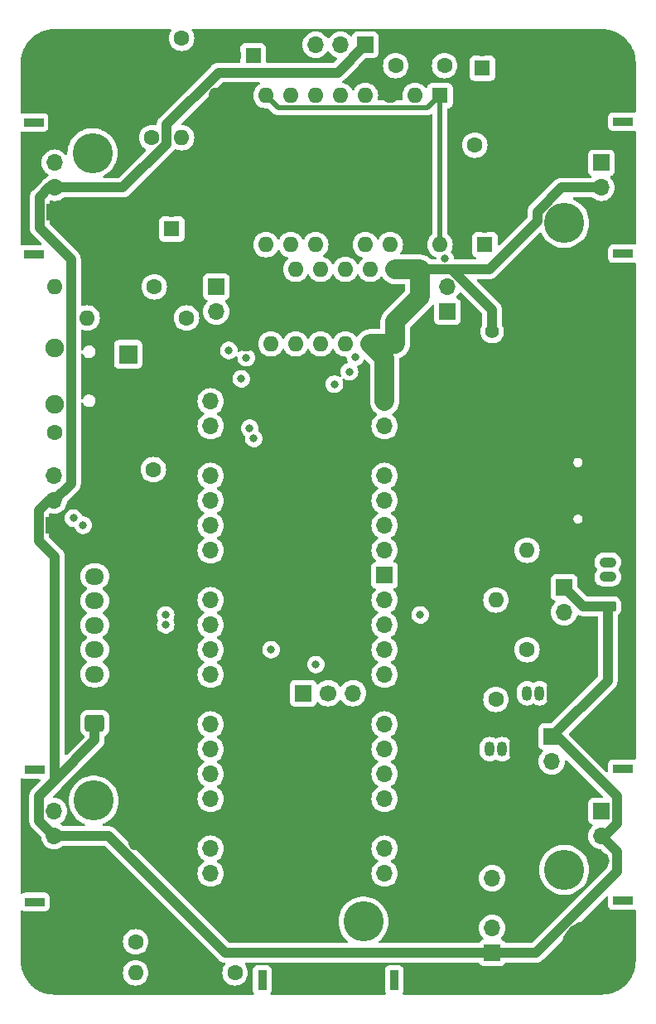
<source format=gbr>
%TF.GenerationSoftware,KiCad,Pcbnew,7.0.2*%
%TF.CreationDate,2023-08-07T19:48:09+09:00*%
%TF.ProjectId,TurtlePico,54757274-6c65-4506-9963-6f2e6b696361,rev?*%
%TF.SameCoordinates,Original*%
%TF.FileFunction,Copper,L2,Inr*%
%TF.FilePolarity,Positive*%
%FSLAX46Y46*%
G04 Gerber Fmt 4.6, Leading zero omitted, Abs format (unit mm)*
G04 Created by KiCad (PCBNEW 7.0.2) date 2023-08-07 19:48:09*
%MOMM*%
%LPD*%
G01*
G04 APERTURE LIST*
G04 Aperture macros list*
%AMRoundRect*
0 Rectangle with rounded corners*
0 $1 Rounding radius*
0 $2 $3 $4 $5 $6 $7 $8 $9 X,Y pos of 4 corners*
0 Add a 4 corners polygon primitive as box body*
4,1,4,$2,$3,$4,$5,$6,$7,$8,$9,$2,$3,0*
0 Add four circle primitives for the rounded corners*
1,1,$1+$1,$2,$3*
1,1,$1+$1,$4,$5*
1,1,$1+$1,$6,$7*
1,1,$1+$1,$8,$9*
0 Add four rect primitives between the rounded corners*
20,1,$1+$1,$2,$3,$4,$5,0*
20,1,$1+$1,$4,$5,$6,$7,0*
20,1,$1+$1,$6,$7,$8,$9,0*
20,1,$1+$1,$8,$9,$2,$3,0*%
G04 Aperture macros list end*
%TA.AperFunction,ComponentPad*%
%ADD10C,5.600000*%
%TD*%
%TA.AperFunction,ComponentPad*%
%ADD11C,1.600000*%
%TD*%
%TA.AperFunction,ComponentPad*%
%ADD12O,1.600000X1.600000*%
%TD*%
%TA.AperFunction,ComponentPad*%
%ADD13R,1.700000X1.700000*%
%TD*%
%TA.AperFunction,ComponentPad*%
%ADD14O,1.700000X1.700000*%
%TD*%
%TA.AperFunction,ComponentPad*%
%ADD15O,1.800000X1.000000*%
%TD*%
%TA.AperFunction,ComponentPad*%
%ADD16O,2.100000X1.000000*%
%TD*%
%TA.AperFunction,ComponentPad*%
%ADD17R,1.900000X1.900000*%
%TD*%
%TA.AperFunction,ComponentPad*%
%ADD18C,1.900000*%
%TD*%
%TA.AperFunction,ComponentPad*%
%ADD19R,1.600000X1.600000*%
%TD*%
%TA.AperFunction,ComponentPad*%
%ADD20C,1.700000*%
%TD*%
%TA.AperFunction,ComponentPad*%
%ADD21RoundRect,0.250000X0.615000X-0.265000X0.615000X0.265000X-0.615000X0.265000X-0.615000X-0.265000X0*%
%TD*%
%TA.AperFunction,ComponentPad*%
%ADD22O,1.730000X1.030000*%
%TD*%
%TA.AperFunction,ComponentPad*%
%ADD23R,2.000000X0.900000*%
%TD*%
%TA.AperFunction,ComponentPad*%
%ADD24RoundRect,1.025000X1.025000X-1.025000X1.025000X1.025000X-1.025000X1.025000X-1.025000X-1.025000X0*%
%TD*%
%TA.AperFunction,ComponentPad*%
%ADD25C,4.100000*%
%TD*%
%TA.AperFunction,ComponentPad*%
%ADD26R,1.050000X1.500000*%
%TD*%
%TA.AperFunction,ComponentPad*%
%ADD27O,1.050000X1.500000*%
%TD*%
%TA.AperFunction,ComponentPad*%
%ADD28RoundRect,1.025000X-1.025000X1.025000X-1.025000X-1.025000X1.025000X-1.025000X1.025000X1.025000X0*%
%TD*%
%TA.AperFunction,ComponentPad*%
%ADD29RoundRect,0.250000X0.725000X-0.600000X0.725000X0.600000X-0.725000X0.600000X-0.725000X-0.600000X0*%
%TD*%
%TA.AperFunction,ComponentPad*%
%ADD30O,1.950000X1.700000*%
%TD*%
%TA.AperFunction,ComponentPad*%
%ADD31R,0.900000X2.000000*%
%TD*%
%TA.AperFunction,ComponentPad*%
%ADD32RoundRect,1.025000X-1.025000X-1.025000X1.025000X-1.025000X1.025000X1.025000X-1.025000X1.025000X0*%
%TD*%
%TA.AperFunction,ViaPad*%
%ADD33C,0.800000*%
%TD*%
%TA.AperFunction,ViaPad*%
%ADD34C,1.400000*%
%TD*%
%TA.AperFunction,Conductor*%
%ADD35C,0.500000*%
%TD*%
%TA.AperFunction,Conductor*%
%ADD36C,1.000000*%
%TD*%
%TA.AperFunction,Conductor*%
%ADD37C,2.000000*%
%TD*%
G04 APERTURE END LIST*
D10*
%TO.N,GND*%
%TO.C,REF\u002A\u002A*%
X119380000Y-134620000D03*
%TD*%
D11*
%TO.N,/GP14*%
%TO.C,R5*%
X128016000Y-51816000D03*
D12*
%TO.N,GND*%
X128016000Y-41656000D03*
%TD*%
D13*
%TO.N,/GP3*%
%TO.C,J13*%
X173990000Y-120650000D03*
D14*
%TO.N,+5V*%
X173990000Y-123190000D03*
%TO.N,GND*%
X173990000Y-125730000D03*
%TD*%
D11*
%TO.N,Net-(J8-Pin_3)*%
%TO.C,R6*%
X131064000Y-41656000D03*
D12*
%TO.N,/GP14*%
X131064000Y-51816000D03*
%TD*%
D10*
%TO.N,GND*%
%TO.C,REF\u002A\u002A*%
X172720000Y-134620000D03*
%TD*%
D15*
%TO.N,GND*%
%TO.C,J1*%
X175260000Y-92206000D03*
X175260000Y-83566000D03*
D16*
X171080000Y-92206000D03*
X171080000Y-83566000D03*
%TD*%
D17*
%TO.N,Net-(C5-Pad1)*%
%TO.C,J5*%
X125610000Y-73950000D03*
D18*
%TO.N,GND*%
X125610000Y-78450000D03*
%TO.N,Net-(C4-Pad1)*%
X118110000Y-73300000D03*
X118110000Y-79100000D03*
%TD*%
D13*
%TO.N,Net-(J10-Pin_1)*%
%TO.C,J10*%
X134620000Y-67056000D03*
D14*
%TO.N,Net-(J10-Pin_2)*%
X134620000Y-69596000D03*
%TD*%
D13*
%TO.N,Net-(J9-Pin_1)*%
%TO.C,J9*%
X158242000Y-69596000D03*
D14*
%TO.N,Net-(J9-Pin_2)*%
X158242000Y-67056000D03*
%TD*%
D13*
%TO.N,GND*%
%TO.C,J14*%
X118100000Y-59461000D03*
D14*
%TO.N,+5V*%
X118100000Y-56921000D03*
%TO.N,/GP4*%
X118100000Y-54381000D03*
%TD*%
D11*
%TO.N,Net-(C5-Pad1)*%
%TO.C,C5*%
X128190000Y-85725000D03*
%TO.N,GND*%
X123190000Y-85725000D03*
%TD*%
D19*
%TO.N,+3.3V*%
%TO.C,C7*%
X162052000Y-62738000D03*
D11*
%TO.N,GND*%
X162052000Y-60738000D03*
%TD*%
%TO.N,Net-(U2-OUTL)*%
%TO.C,R4*%
X128270000Y-67056000D03*
D12*
%TO.N,Net-(C4-Pad1)*%
X118110000Y-67056000D03*
%TD*%
D11*
%TO.N,Net-(U2-CAPP)*%
%TO.C,C1*%
X157948000Y-44450000D03*
%TO.N,Net-(U2-CAPM)*%
X152948000Y-44450000D03*
%TD*%
D13*
%TO.N,+5V*%
%TO.C,J7*%
X162814000Y-135128000D03*
D14*
%TO.N,/GP16*%
X162814000Y-132588000D03*
%TO.N,GND*%
X162814000Y-130048000D03*
%TO.N,/GP17*%
X162814000Y-127508000D03*
%TD*%
D13*
%TO.N,/GP2*%
%TO.C,J12*%
X173980000Y-54381000D03*
D14*
%TO.N,+5V*%
X173980000Y-56921000D03*
%TO.N,GND*%
X173980000Y-59461000D03*
%TD*%
D13*
%TO.N,+5V*%
%TO.C,J3*%
X168910000Y-113030000D03*
D14*
%TO.N,Net-(J3-Pin_2)*%
X168910000Y-115570000D03*
%TD*%
D13*
%TO.N,+5V*%
%TO.C,J8*%
X149850000Y-42316000D03*
D14*
%TO.N,/GP15*%
X147310000Y-42316000D03*
%TO.N,Net-(J8-Pin_3)*%
X144770000Y-42316000D03*
%TO.N,GND*%
X142230000Y-42316000D03*
%TD*%
D13*
%TO.N,GND*%
%TO.C,J11*%
X118040000Y-91425000D03*
D14*
%TO.N,+5V*%
X118040000Y-88885000D03*
%TO.N,/GP7*%
X118040000Y-86345000D03*
%TD*%
%TO.N,/GP0*%
%TO.C,U1*%
X134035900Y-78755000D03*
%TO.N,/GP1*%
X134035900Y-81295000D03*
D13*
%TO.N,GND*%
X134035900Y-83835000D03*
D14*
%TO.N,/GP2*%
X134035900Y-86375000D03*
%TO.N,/GP3*%
X134035900Y-88915000D03*
%TO.N,/GP4*%
X134035900Y-91455000D03*
%TO.N,/GP5*%
X134035900Y-93995000D03*
D13*
%TO.N,GND*%
X134035900Y-96535000D03*
D14*
%TO.N,/GP6*%
X134035900Y-99075000D03*
%TO.N,/GP7*%
X134035900Y-101615000D03*
%TO.N,/GP8*%
X134035900Y-104155000D03*
%TO.N,/GP9*%
X134035900Y-106695000D03*
D13*
%TO.N,GND*%
X134035900Y-109235000D03*
D14*
%TO.N,/GP10*%
X134035900Y-111775000D03*
%TO.N,/GP11*%
X134035900Y-114315000D03*
%TO.N,/GP12*%
X134035900Y-116855000D03*
%TO.N,/GP13*%
X134035900Y-119395000D03*
D13*
%TO.N,GND*%
X134035900Y-121935000D03*
D14*
%TO.N,/GP14*%
X134035900Y-124475000D03*
%TO.N,/GP15*%
X134035900Y-127015000D03*
%TO.N,/GP16*%
X151815900Y-127015000D03*
%TO.N,/GP17*%
X151815900Y-124475000D03*
D13*
%TO.N,GND*%
X151815900Y-121935000D03*
D14*
%TO.N,/GP18*%
X151815900Y-119395000D03*
%TO.N,/GP19*%
X151815900Y-116855000D03*
%TO.N,/GP20*%
X151815900Y-114315000D03*
%TO.N,/GP21*%
X151815900Y-111775000D03*
D13*
%TO.N,GND*%
X151815900Y-109235000D03*
D14*
%TO.N,/GP22*%
X151815900Y-106695000D03*
%TO.N,unconnected-(U1-RUN-Pad30)*%
X151815900Y-104155000D03*
%TO.N,/GP26*%
X151815900Y-101615000D03*
%TO.N,/GP27*%
X151815900Y-99075000D03*
D13*
%TO.N,unconnected-(U1-AGND-Pad33)*%
X151815900Y-96535000D03*
D14*
%TO.N,/GP28*%
X151815900Y-93995000D03*
%TO.N,unconnected-(U1-ADC_VREF-Pad35)*%
X151815900Y-91455000D03*
%TO.N,+3.3V*%
X151815900Y-88915000D03*
%TO.N,unconnected-(U1-3V3_EN-Pad37)*%
X151815900Y-86375000D03*
D13*
%TO.N,GND*%
X151815900Y-83835000D03*
D14*
%TO.N,unconnected-(U1-VSYS-Pad39)*%
X151815900Y-81295000D03*
%TO.N,+5V*%
X151815900Y-78755000D03*
D13*
%TO.N,unconnected-(U1-SWCLK-Pad41)*%
X143510000Y-108585000D03*
D20*
%TO.N,unconnected-(U1-GND-Pad42)*%
X146050000Y-108585000D03*
D14*
%TO.N,unconnected-(U1-SWDIO-Pad43)*%
X148590000Y-108585000D03*
%TD*%
D19*
%TO.N,Net-(U2-LDOO)*%
%TO.C,C3*%
X130048000Y-61153112D03*
D11*
%TO.N,GND*%
X130048000Y-59153112D03*
%TD*%
D13*
%TO.N,GND*%
%TO.C,J15*%
X118040000Y-125715000D03*
D14*
%TO.N,+5V*%
X118040000Y-123175000D03*
%TO.N,/GP5*%
X118040000Y-120635000D03*
%TD*%
D13*
%TO.N,+5V*%
%TO.C,J2*%
X170180000Y-97790000D03*
D14*
%TO.N,Net-(J2-Pin_2)*%
X170180000Y-100330000D03*
%TD*%
D19*
%TO.N,+3.3V*%
%TO.C,U2*%
X157475000Y-47508000D03*
D12*
%TO.N,Net-(U2-CAPP)*%
X154935000Y-47508000D03*
%TO.N,GND*%
X152395000Y-47508000D03*
%TO.N,Net-(U2-CAPM)*%
X149855000Y-47508000D03*
%TO.N,Net-(U2-VNEG)*%
X147315000Y-47508000D03*
%TO.N,Net-(U2-OUTL)*%
X144775000Y-47508000D03*
%TO.N,Net-(U2-OUTR)*%
X142235000Y-47508000D03*
%TO.N,+3.3V*%
X139695000Y-47508000D03*
%TO.N,GND*%
X137155000Y-47508000D03*
X134615000Y-47508000D03*
X134615000Y-62748000D03*
X137155000Y-62748000D03*
%TO.N,/GP19*%
X139695000Y-62748000D03*
%TO.N,/GP21*%
X142235000Y-62748000D03*
%TO.N,/GP20*%
X144775000Y-62748000D03*
%TO.N,GND*%
X147315000Y-62748000D03*
%TO.N,+3.3V*%
X149855000Y-62748000D03*
%TO.N,Net-(U2-LDOO)*%
X152395000Y-62748000D03*
%TO.N,GND*%
X154935000Y-62748000D03*
%TO.N,+3.3V*%
X157475000Y-62748000D03*
%TD*%
D10*
%TO.N,GND*%
%TO.C,REF\u002A\u002A*%
X119370000Y-45491000D03*
%TD*%
%TO.N,GND*%
%TO.C,REF\u002A\u002A*%
X172710000Y-45491000D03*
%TD*%
D19*
%TO.N,+3.3V*%
%TO.C,C8*%
X161798000Y-44704000D03*
D11*
%TO.N,GND*%
X161798000Y-42704000D03*
%TD*%
D19*
%TO.N,+3.3V*%
%TO.C,C6*%
X138369113Y-43434000D03*
D11*
%TO.N,GND*%
X136369113Y-43434000D03*
%TD*%
%TO.N,Net-(U2-OUTR)*%
%TO.C,R3*%
X131572000Y-70231000D03*
D12*
%TO.N,Net-(C5-Pad1)*%
X121412000Y-70231000D03*
%TD*%
D21*
%TO.N,+5V*%
%TO.C,J6*%
X174625000Y-99695000D03*
D22*
%TO.N,GND*%
X174625000Y-98195000D03*
%TO.N,/GP16*%
X174625000Y-96695000D03*
%TO.N,/GP17*%
X174625000Y-95195000D03*
%TD*%
D11*
%TO.N,Net-(U2-VNEG)*%
%TO.C,C2*%
X161036000Y-52578000D03*
%TO.N,GND*%
X161036000Y-47578000D03*
%TD*%
%TO.N,Net-(C4-Pad1)*%
%TO.C,C4*%
X118110000Y-81915000D03*
%TO.N,GND*%
X123110000Y-81915000D03*
%TD*%
D23*
%TO.N,*%
%TO.C,J19*%
X176180000Y-129794000D03*
X176180000Y-116294000D03*
D24*
%TO.N,GND*%
X170180000Y-119444000D03*
D25*
%TO.N,+12V*%
X170180000Y-126644000D03*
%TD*%
D19*
%TO.N,GND*%
%TO.C,U3*%
X155433000Y-72888000D03*
D12*
%TO.N,+5V*%
X152893000Y-72888000D03*
X150353000Y-72888000D03*
%TO.N,/GP1*%
X147813000Y-72888000D03*
%TO.N,/GP18*%
X145273000Y-72888000D03*
X142733000Y-72888000D03*
%TO.N,/GP0*%
X140193000Y-72888000D03*
%TO.N,GND*%
X137653000Y-72888000D03*
X137653000Y-65268000D03*
X140193000Y-65268000D03*
%TO.N,Net-(J10-Pin_2)*%
X142733000Y-65268000D03*
%TO.N,Net-(J10-Pin_1)*%
X145273000Y-65268000D03*
%TO.N,Net-(J9-Pin_2)*%
X147813000Y-65268000D03*
%TO.N,Net-(J9-Pin_1)*%
X150353000Y-65268000D03*
%TO.N,+5V*%
X152893000Y-65268000D03*
X155433000Y-65268000D03*
%TD*%
D26*
%TO.N,GND*%
%TO.C,Q2*%
X165100000Y-114300000D03*
D27*
%TO.N,Net-(J3-Pin_2)*%
X163830000Y-114300000D03*
%TO.N,Net-(Q2-B)*%
X162560000Y-114300000D03*
%TD*%
D23*
%TO.N,*%
%TO.C,J20*%
X115951000Y-50254000D03*
X115951000Y-63754000D03*
D28*
%TO.N,GND*%
X121951000Y-60604000D03*
D25*
%TO.N,+12V*%
X121951000Y-53404000D03*
%TD*%
D11*
%TO.N,Net-(Q2-B)*%
%TO.C,R2*%
X163195000Y-109220000D03*
D12*
%TO.N,/GP27*%
X163195000Y-99060000D03*
%TD*%
D11*
%TO.N,Net-(Q1-B)*%
%TO.C,R1*%
X166370000Y-104140000D03*
D12*
%TO.N,/GP28*%
X166370000Y-93980000D03*
%TD*%
D29*
%TO.N,+5V*%
%TO.C,J4*%
X122195000Y-111640000D03*
D30*
%TO.N,GND*%
X122195000Y-109140000D03*
%TO.N,/GP11*%
X122195000Y-106640000D03*
%TO.N,/GP10*%
X122195000Y-104140000D03*
%TO.N,/GP13*%
X122195000Y-101640000D03*
%TO.N,/GP9*%
X122195000Y-99140000D03*
%TO.N,/GP8*%
X122195000Y-96640000D03*
%TD*%
D23*
%TO.N,*%
%TO.C,J21*%
X116078000Y-116421000D03*
X116078000Y-129921000D03*
D28*
%TO.N,GND*%
X122078000Y-126771000D03*
D25*
%TO.N,+12V*%
X122078000Y-119571000D03*
%TD*%
D23*
%TO.N,*%
%TO.C,J18*%
X176170000Y-63671000D03*
X176170000Y-50171000D03*
D24*
%TO.N,GND*%
X170170000Y-53321000D03*
D25*
%TO.N,+12V*%
X170170000Y-60521000D03*
%TD*%
D11*
%TO.N,/GP26*%
%TO.C,R8*%
X126365000Y-133985000D03*
D12*
%TO.N,GND*%
X126365000Y-123825000D03*
%TD*%
D11*
%TO.N,+12V*%
%TO.C,R7*%
X136525000Y-137160000D03*
D12*
%TO.N,/GP26*%
X126365000Y-137160000D03*
%TD*%
D26*
%TO.N,GND*%
%TO.C,Q1*%
X168910000Y-108585000D03*
D27*
%TO.N,Net-(J2-Pin_2)*%
X167640000Y-108585000D03*
%TO.N,Net-(Q1-B)*%
X166370000Y-108585000D03*
%TD*%
D31*
%TO.N,*%
%TO.C,J17*%
X139300000Y-137915000D03*
X152800000Y-137915000D03*
D32*
%TO.N,GND*%
X142450000Y-131915000D03*
D25*
%TO.N,+12V*%
X149650000Y-131915000D03*
%TD*%
D33*
%TO.N,+3.3V*%
X155448000Y-100584000D03*
D34*
%TO.N,+5V*%
X162814000Y-71628000D03*
D33*
%TO.N,/GP13*%
X129436400Y-101600000D03*
%TO.N,/GP11*%
X146685000Y-77004500D03*
X148216243Y-75736743D03*
%TO.N,/GP15*%
X138430000Y-82550000D03*
X137669399Y-74287407D03*
%TO.N,/GP7*%
X121001237Y-91425000D03*
%TO.N,/GP2*%
X157988000Y-64168500D03*
X148844000Y-74205500D03*
%TO.N,/GP3*%
X137160000Y-76454000D03*
X140208000Y-104140000D03*
%TO.N,/GP4*%
X120015000Y-90700500D03*
%TO.N,/GP5*%
X129436400Y-100600497D03*
%TO.N,/GP14*%
X138026239Y-81511239D03*
X135890000Y-73562907D03*
%TO.N,/GP18*%
X144784299Y-105659701D03*
%TD*%
D35*
%TO.N,+3.3V*%
X157475000Y-47508000D02*
X156225000Y-48758000D01*
X157475000Y-47508000D02*
X157475000Y-62748000D01*
X156225000Y-48758000D02*
X140945000Y-48758000D01*
X140945000Y-48758000D02*
X139695000Y-47508000D01*
D36*
%TO.N,+5V*%
X147010000Y-45156000D02*
X149850000Y-42316000D01*
X175540000Y-126850252D02*
X175540000Y-124740000D01*
X122195000Y-113390000D02*
X118110000Y-117475000D01*
X116490000Y-92995000D02*
X118110000Y-94615000D01*
D37*
X152893000Y-70627000D02*
X155433000Y-68087000D01*
D36*
X175540000Y-121920000D02*
X175540000Y-119100000D01*
X175540000Y-124740000D02*
X173990000Y-123190000D01*
X169470000Y-113030000D02*
X168910000Y-113030000D01*
X118040000Y-88885000D02*
X119760000Y-87165000D01*
X162814000Y-135128000D02*
X167262252Y-135128000D01*
X162814000Y-69435968D02*
X158646032Y-65268000D01*
X118040000Y-88885000D02*
X117490000Y-88885000D01*
X129516000Y-50485679D02*
X129516000Y-52437321D01*
X174625000Y-99695000D02*
X174625000Y-107315000D01*
D37*
X152893000Y-72888000D02*
X150353000Y-72888000D01*
X151815900Y-78755000D02*
X151815900Y-74350900D01*
D36*
X174270000Y-123190000D02*
X175540000Y-121920000D01*
X175540000Y-119100000D02*
X169470000Y-113030000D01*
X125032321Y-56921000D02*
X118100000Y-56921000D01*
X119760000Y-87165000D02*
X119760000Y-64221000D01*
X167262252Y-135128000D02*
X175540000Y-126850252D01*
X167420000Y-59381912D02*
X169880912Y-56921000D01*
D37*
X151815900Y-74350900D02*
X150353000Y-72888000D01*
D36*
X147010000Y-45156000D02*
X134845679Y-45156000D01*
X162522000Y-65268000D02*
X155433000Y-65268000D01*
X173990000Y-123190000D02*
X174270000Y-123190000D01*
X135546679Y-135128000D02*
X162814000Y-135128000D01*
D37*
X155433000Y-68087000D02*
X155433000Y-65268000D01*
D36*
X169880912Y-56921000D02*
X173980000Y-56921000D01*
X172085000Y-99695000D02*
X174625000Y-99695000D01*
X118100000Y-56921000D02*
X117540000Y-56921000D01*
X129516000Y-52437321D02*
X125032321Y-56921000D01*
D37*
X152893000Y-65268000D02*
X155433000Y-65268000D01*
D36*
X123593679Y-123175000D02*
X135546679Y-135128000D01*
X122195000Y-111640000D02*
X122195000Y-113390000D01*
X134845679Y-45156000D02*
X129516000Y-50485679D01*
X116490000Y-119095000D02*
X116490000Y-121625000D01*
X116550000Y-57911000D02*
X116550000Y-61011000D01*
X162814000Y-71628000D02*
X162814000Y-69435968D01*
X174625000Y-107315000D02*
X168910000Y-113030000D01*
X116490000Y-89885000D02*
X116490000Y-92995000D01*
X118110000Y-94615000D02*
X118110000Y-117475000D01*
X117540000Y-56921000D02*
X116550000Y-57911000D01*
X118040000Y-123175000D02*
X123593679Y-123175000D01*
D37*
X152893000Y-72888000D02*
X152893000Y-70627000D01*
D36*
X119760000Y-64221000D02*
X116550000Y-61011000D01*
X172085000Y-99695000D02*
X170180000Y-97790000D01*
X116490000Y-121625000D02*
X118040000Y-123175000D01*
X118110000Y-117475000D02*
X116490000Y-119095000D01*
X167420000Y-60370000D02*
X167420000Y-59381912D01*
X158646032Y-65268000D02*
X155433000Y-65268000D01*
X162522000Y-65268000D02*
X167420000Y-60370000D01*
X117490000Y-88885000D02*
X116490000Y-89885000D01*
%TD*%
%TA.AperFunction,Conductor*%
%TO.N,GND*%
G36*
X114798805Y-117287199D02*
G01*
X114835669Y-117314796D01*
X114970517Y-117365091D01*
X115030127Y-117371500D01*
X116499217Y-117371499D01*
X116566256Y-117391184D01*
X116612011Y-117443987D01*
X116621955Y-117513146D01*
X116592930Y-117576702D01*
X116586898Y-117583180D01*
X115792645Y-118377433D01*
X115790398Y-118379624D01*
X115726948Y-118439940D01*
X115693244Y-118488362D01*
X115687573Y-118495882D01*
X115650301Y-118541593D01*
X115636210Y-118568566D01*
X115628082Y-118581983D01*
X115610705Y-118606950D01*
X115587439Y-118661165D01*
X115583399Y-118669671D01*
X115556090Y-118721952D01*
X115547720Y-118751201D01*
X115542459Y-118765978D01*
X115530460Y-118793942D01*
X115518587Y-118851713D01*
X115516342Y-118860860D01*
X115500113Y-118917580D01*
X115497802Y-118947925D01*
X115495622Y-118963466D01*
X115489500Y-118993258D01*
X115489500Y-119052241D01*
X115489142Y-119061655D01*
X115484663Y-119120477D01*
X115488506Y-119150651D01*
X115489500Y-119166317D01*
X115489500Y-121610721D01*
X115489460Y-121613863D01*
X115487242Y-121701362D01*
X115497648Y-121759420D01*
X115498957Y-121768749D01*
X115504926Y-121827438D01*
X115514033Y-121856467D01*
X115517772Y-121871702D01*
X115523141Y-121901652D01*
X115545020Y-121956425D01*
X115548180Y-121965300D01*
X115564076Y-122015965D01*
X115565841Y-122021588D01*
X115580607Y-122048191D01*
X115587337Y-122062364D01*
X115598622Y-122090617D01*
X115631080Y-122139867D01*
X115635961Y-122147923D01*
X115664590Y-122199501D01*
X115684404Y-122222581D01*
X115693856Y-122235116D01*
X115710599Y-122260520D01*
X115752300Y-122302221D01*
X115758705Y-122309132D01*
X115797134Y-122353896D01*
X115821193Y-122372519D01*
X115832972Y-122382893D01*
X116658108Y-123208029D01*
X116691593Y-123269352D01*
X116693955Y-123284902D01*
X116704936Y-123410407D01*
X116711930Y-123436508D01*
X116766097Y-123638663D01*
X116865965Y-123852830D01*
X117001505Y-124046401D01*
X117168599Y-124213495D01*
X117362170Y-124349035D01*
X117576337Y-124448903D01*
X117804592Y-124510063D01*
X118040000Y-124530659D01*
X118275408Y-124510063D01*
X118503663Y-124448903D01*
X118717830Y-124349035D01*
X118911401Y-124213495D01*
X118913077Y-124211819D01*
X118916330Y-124210042D01*
X118920287Y-124207272D01*
X118920596Y-124207713D01*
X118974400Y-124178334D01*
X119000758Y-124175500D01*
X123127896Y-124175500D01*
X123194935Y-124195185D01*
X123215577Y-124211819D01*
X134829128Y-135825370D01*
X134831321Y-135827619D01*
X134891620Y-135891053D01*
X134940037Y-135924752D01*
X134947544Y-135930413D01*
X134993272Y-135967698D01*
X135020235Y-135981782D01*
X135033659Y-135989915D01*
X135058630Y-136007295D01*
X135112842Y-136030559D01*
X135121342Y-136034595D01*
X135154965Y-136052159D01*
X135173630Y-136061909D01*
X135202875Y-136070277D01*
X135217665Y-136075543D01*
X135225143Y-136078752D01*
X135245621Y-136087540D01*
X135303416Y-136099416D01*
X135312533Y-136101654D01*
X135369261Y-136117887D01*
X135399595Y-136120196D01*
X135415134Y-136122375D01*
X135444938Y-136128500D01*
X135444941Y-136128500D01*
X135447773Y-136129082D01*
X135509478Y-136161859D01*
X135543667Y-136222792D01*
X135539485Y-136292537D01*
X135524388Y-136321666D01*
X135394432Y-136507266D01*
X135298261Y-136713502D01*
X135239364Y-136933310D01*
X135219531Y-137159999D01*
X135239364Y-137386689D01*
X135298261Y-137606497D01*
X135394432Y-137812735D01*
X135524953Y-137999140D01*
X135685859Y-138160046D01*
X135872264Y-138290567D01*
X135872265Y-138290567D01*
X135872266Y-138290568D01*
X136078504Y-138386739D01*
X136298308Y-138445635D01*
X136525000Y-138465468D01*
X136751692Y-138445635D01*
X136971496Y-138386739D01*
X137177734Y-138290568D01*
X137364139Y-138160047D01*
X137525047Y-137999139D01*
X137655568Y-137812734D01*
X137751739Y-137606496D01*
X137810635Y-137386692D01*
X137830468Y-137160000D01*
X137810635Y-136933308D01*
X137751739Y-136713504D01*
X137655568Y-136507266D01*
X137655567Y-136507264D01*
X137526982Y-136323623D01*
X137504655Y-136257416D01*
X137521666Y-136189649D01*
X137572614Y-136141837D01*
X137628557Y-136128500D01*
X161399858Y-136128500D01*
X161466897Y-136148185D01*
X161512652Y-136200989D01*
X161516039Y-136209165D01*
X161520204Y-136220331D01*
X161606454Y-136335546D01*
X161721669Y-136421796D01*
X161856517Y-136472091D01*
X161916127Y-136478500D01*
X163711872Y-136478499D01*
X163771483Y-136472091D01*
X163906331Y-136421796D01*
X164021546Y-136335546D01*
X164107796Y-136220331D01*
X164111960Y-136209165D01*
X164153833Y-136153232D01*
X164219298Y-136128816D01*
X164228142Y-136128500D01*
X167247973Y-136128500D01*
X167251114Y-136128539D01*
X167338615Y-136130757D01*
X167396684Y-136120348D01*
X167405988Y-136119043D01*
X167464690Y-136113074D01*
X167493719Y-136103965D01*
X167508952Y-136100226D01*
X167538905Y-136094858D01*
X167593678Y-136072978D01*
X167602553Y-136069819D01*
X167619927Y-136064367D01*
X167658840Y-136052159D01*
X167685446Y-136037390D01*
X167699614Y-136030662D01*
X167727869Y-136019377D01*
X167777131Y-135986909D01*
X167785162Y-135982043D01*
X167836754Y-135953409D01*
X167859839Y-135933589D01*
X167872366Y-135924144D01*
X167897771Y-135907402D01*
X167939503Y-135865668D01*
X167946375Y-135859300D01*
X167991147Y-135820866D01*
X168009771Y-135796803D01*
X168020132Y-135785039D01*
X174467821Y-129337350D01*
X174529142Y-129303867D01*
X174598834Y-129308851D01*
X174654767Y-129350723D01*
X174679184Y-129416187D01*
X174679500Y-129425033D01*
X174679500Y-130288560D01*
X174679500Y-130288578D01*
X174679501Y-130291872D01*
X174685909Y-130351483D01*
X174736204Y-130486331D01*
X174822454Y-130601546D01*
X174937669Y-130687796D01*
X175072517Y-130738091D01*
X175132127Y-130744500D01*
X177227872Y-130744499D01*
X177287483Y-130738091D01*
X177332167Y-130721424D01*
X177401857Y-130716439D01*
X177463180Y-130749924D01*
X177496666Y-130811246D01*
X177499500Y-130837606D01*
X177499500Y-135886948D01*
X177499351Y-135893033D01*
X177482899Y-136227908D01*
X177481706Y-136240018D01*
X177432959Y-136568642D01*
X177430585Y-136580576D01*
X177349860Y-136902851D01*
X177346327Y-136914496D01*
X177234410Y-137227283D01*
X177229754Y-137238526D01*
X177087705Y-137538865D01*
X177081968Y-137549597D01*
X176911177Y-137834544D01*
X176904417Y-137844662D01*
X176706505Y-138111514D01*
X176698785Y-138120920D01*
X176475682Y-138367077D01*
X176467077Y-138375682D01*
X176220920Y-138598785D01*
X176211514Y-138606505D01*
X175944662Y-138804417D01*
X175934544Y-138811177D01*
X175649597Y-138981968D01*
X175638865Y-138987705D01*
X175338526Y-139129754D01*
X175327283Y-139134410D01*
X175014496Y-139246327D01*
X175002851Y-139249860D01*
X174680576Y-139330585D01*
X174668642Y-139332959D01*
X174340018Y-139381706D01*
X174327908Y-139382899D01*
X174011645Y-139398436D01*
X173993032Y-139399351D01*
X173986949Y-139399500D01*
X153760230Y-139399500D01*
X153693191Y-139379815D01*
X153647436Y-139327011D01*
X153637492Y-139257853D01*
X153660961Y-139201191D01*
X153693796Y-139157331D01*
X153744091Y-139022483D01*
X153750500Y-138962873D01*
X153750499Y-136867128D01*
X153744091Y-136807517D01*
X153693796Y-136672669D01*
X153607546Y-136557454D01*
X153492331Y-136471204D01*
X153357483Y-136420909D01*
X153297873Y-136414500D01*
X153294550Y-136414500D01*
X152305439Y-136414500D01*
X152305420Y-136414500D01*
X152302128Y-136414501D01*
X152298848Y-136414853D01*
X152298840Y-136414854D01*
X152242515Y-136420909D01*
X152107669Y-136471204D01*
X151992454Y-136557454D01*
X151906204Y-136672668D01*
X151855910Y-136807515D01*
X151855909Y-136807517D01*
X151849500Y-136867127D01*
X151849500Y-136870448D01*
X151849500Y-136870449D01*
X151849500Y-138959560D01*
X151849500Y-138959578D01*
X151849501Y-138962872D01*
X151849853Y-138966152D01*
X151849854Y-138966159D01*
X151855909Y-139022484D01*
X151897655Y-139134410D01*
X151906204Y-139157331D01*
X151939037Y-139201191D01*
X151963454Y-139266653D01*
X151948603Y-139334926D01*
X151899198Y-139384332D01*
X151839770Y-139399500D01*
X140260230Y-139399500D01*
X140193191Y-139379815D01*
X140147436Y-139327011D01*
X140137492Y-139257853D01*
X140160961Y-139201191D01*
X140193796Y-139157331D01*
X140244091Y-139022483D01*
X140250500Y-138962873D01*
X140250499Y-136867128D01*
X140244091Y-136807517D01*
X140193796Y-136672669D01*
X140107546Y-136557454D01*
X139992331Y-136471204D01*
X139857483Y-136420909D01*
X139797873Y-136414500D01*
X139794550Y-136414500D01*
X138805439Y-136414500D01*
X138805420Y-136414500D01*
X138802128Y-136414501D01*
X138798848Y-136414853D01*
X138798840Y-136414854D01*
X138742515Y-136420909D01*
X138607669Y-136471204D01*
X138492454Y-136557454D01*
X138406204Y-136672668D01*
X138355910Y-136807515D01*
X138355909Y-136807517D01*
X138349500Y-136867127D01*
X138349500Y-136870448D01*
X138349500Y-136870449D01*
X138349500Y-138959560D01*
X138349500Y-138959578D01*
X138349501Y-138962872D01*
X138349853Y-138966152D01*
X138349854Y-138966159D01*
X138355909Y-139022484D01*
X138397655Y-139134410D01*
X138406204Y-139157331D01*
X138439037Y-139201191D01*
X138463454Y-139266653D01*
X138448603Y-139334926D01*
X138399198Y-139384332D01*
X138339770Y-139399500D01*
X118113051Y-139399500D01*
X118106967Y-139399351D01*
X118087259Y-139398382D01*
X117772091Y-139382899D01*
X117759981Y-139381706D01*
X117431357Y-139332959D01*
X117419423Y-139330585D01*
X117097148Y-139249860D01*
X117085503Y-139246327D01*
X116772716Y-139134410D01*
X116761473Y-139129754D01*
X116604951Y-139055725D01*
X116461130Y-138987703D01*
X116450407Y-138981970D01*
X116165455Y-138811177D01*
X116155337Y-138804417D01*
X115888485Y-138606505D01*
X115879079Y-138598785D01*
X115731986Y-138465468D01*
X115632915Y-138375675D01*
X115624324Y-138367084D01*
X115401214Y-138120920D01*
X115393494Y-138111514D01*
X115195582Y-137844662D01*
X115188822Y-137834544D01*
X115052136Y-137606497D01*
X115018024Y-137549585D01*
X115012300Y-137538877D01*
X114870242Y-137238519D01*
X114865589Y-137227283D01*
X114841515Y-137160000D01*
X114841515Y-137159999D01*
X125059531Y-137159999D01*
X125079364Y-137386689D01*
X125138261Y-137606497D01*
X125234432Y-137812735D01*
X125364953Y-137999140D01*
X125525859Y-138160046D01*
X125712264Y-138290567D01*
X125712265Y-138290567D01*
X125712266Y-138290568D01*
X125918504Y-138386739D01*
X126138308Y-138445635D01*
X126365000Y-138465468D01*
X126591692Y-138445635D01*
X126811496Y-138386739D01*
X127017734Y-138290568D01*
X127204139Y-138160047D01*
X127365047Y-137999139D01*
X127495568Y-137812734D01*
X127591739Y-137606496D01*
X127650635Y-137386692D01*
X127670468Y-137160000D01*
X127650635Y-136933308D01*
X127591739Y-136713504D01*
X127495568Y-136507266D01*
X127475426Y-136478499D01*
X127365046Y-136320859D01*
X127204140Y-136159953D01*
X127017735Y-136029432D01*
X126811497Y-135933261D01*
X126591689Y-135874364D01*
X126365000Y-135854531D01*
X126138310Y-135874364D01*
X125918502Y-135933261D01*
X125712264Y-136029432D01*
X125525859Y-136159953D01*
X125364953Y-136320859D01*
X125234432Y-136507264D01*
X125138261Y-136713502D01*
X125079364Y-136933310D01*
X125059531Y-137159999D01*
X114841515Y-137159999D01*
X114753669Y-136914486D01*
X114750139Y-136902851D01*
X114742020Y-136870439D01*
X114692482Y-136672669D01*
X114669414Y-136580576D01*
X114667040Y-136568642D01*
X114630285Y-136320859D01*
X114618292Y-136240017D01*
X114617100Y-136227907D01*
X114600649Y-135893032D01*
X114600500Y-135886948D01*
X114600500Y-135817968D01*
X114600499Y-135817852D01*
X114600499Y-133985000D01*
X125059531Y-133985000D01*
X125079364Y-134211689D01*
X125138261Y-134431497D01*
X125234432Y-134637735D01*
X125364953Y-134824140D01*
X125525859Y-134985046D01*
X125712264Y-135115567D01*
X125712265Y-135115567D01*
X125712266Y-135115568D01*
X125918504Y-135211739D01*
X126138308Y-135270635D01*
X126365000Y-135290468D01*
X126591692Y-135270635D01*
X126811496Y-135211739D01*
X127017734Y-135115568D01*
X127204139Y-134985047D01*
X127365047Y-134824139D01*
X127495568Y-134637734D01*
X127591739Y-134431496D01*
X127650635Y-134211692D01*
X127670468Y-133985000D01*
X127650635Y-133758308D01*
X127591739Y-133538504D01*
X127495568Y-133332266D01*
X127449050Y-133265830D01*
X127365046Y-133145859D01*
X127204140Y-132984953D01*
X127017735Y-132854432D01*
X126811497Y-132758261D01*
X126591689Y-132699364D01*
X126365000Y-132679531D01*
X126138310Y-132699364D01*
X125918502Y-132758261D01*
X125712264Y-132854432D01*
X125525859Y-132984953D01*
X125364953Y-133145859D01*
X125234432Y-133332264D01*
X125138261Y-133538502D01*
X125079364Y-133758310D01*
X125059531Y-133985000D01*
X114600499Y-133985000D01*
X114600499Y-130886469D01*
X114620184Y-130819430D01*
X114672988Y-130773675D01*
X114742146Y-130763731D01*
X114798807Y-130787201D01*
X114835669Y-130814796D01*
X114970517Y-130865091D01*
X115030127Y-130871500D01*
X117125872Y-130871499D01*
X117185483Y-130865091D01*
X117320331Y-130814796D01*
X117435546Y-130728546D01*
X117521796Y-130613331D01*
X117572091Y-130478483D01*
X117578500Y-130418873D01*
X117578499Y-129423128D01*
X117572091Y-129363517D01*
X117521796Y-129228669D01*
X117435546Y-129113454D01*
X117320331Y-129027204D01*
X117185483Y-128976909D01*
X117125873Y-128970500D01*
X117122550Y-128970500D01*
X115033439Y-128970500D01*
X115033420Y-128970500D01*
X115030128Y-128970501D01*
X115026848Y-128970853D01*
X115026840Y-128970854D01*
X114970515Y-128976909D01*
X114835669Y-129027204D01*
X114798808Y-129054798D01*
X114733343Y-129079214D01*
X114665070Y-129064362D01*
X114615665Y-129014956D01*
X114600498Y-128955533D01*
X114600497Y-117386467D01*
X114620182Y-117319429D01*
X114672986Y-117273674D01*
X114742144Y-117263730D01*
X114798805Y-117287199D01*
G37*
%TD.AperFunction*%
%TA.AperFunction,Conductor*%
G36*
X129917041Y-40686488D02*
G01*
X129984077Y-40706173D01*
X130029832Y-40758977D01*
X130039776Y-40828135D01*
X130018614Y-40881610D01*
X129933432Y-41003265D01*
X129837261Y-41209502D01*
X129778364Y-41429310D01*
X129758531Y-41655999D01*
X129778364Y-41882689D01*
X129837261Y-42102497D01*
X129933432Y-42308735D01*
X130063953Y-42495140D01*
X130224859Y-42656046D01*
X130411264Y-42786567D01*
X130411265Y-42786567D01*
X130411266Y-42786568D01*
X130617504Y-42882739D01*
X130837308Y-42941635D01*
X131064000Y-42961468D01*
X131290692Y-42941635D01*
X131510496Y-42882739D01*
X131716734Y-42786568D01*
X131903139Y-42656047D01*
X132064047Y-42495139D01*
X132194568Y-42308734D01*
X132290739Y-42102496D01*
X132349635Y-41882692D01*
X132369468Y-41656000D01*
X132349635Y-41429308D01*
X132290739Y-41209504D01*
X132194568Y-41003266D01*
X132109385Y-40881611D01*
X132087059Y-40815407D01*
X132104069Y-40747640D01*
X132155017Y-40699827D01*
X132210960Y-40686490D01*
X173917740Y-40686498D01*
X173917744Y-40686500D01*
X173942405Y-40686500D01*
X173986949Y-40686500D01*
X173993032Y-40686648D01*
X174327909Y-40703100D01*
X174340018Y-40704293D01*
X174668642Y-40753040D01*
X174680576Y-40755414D01*
X174841293Y-40795671D01*
X175002858Y-40836141D01*
X175014486Y-40839669D01*
X175327290Y-40951591D01*
X175338519Y-40956242D01*
X175638877Y-41098300D01*
X175649585Y-41104024D01*
X175934494Y-41274792D01*
X175934544Y-41274822D01*
X175944659Y-41281580D01*
X176128772Y-41418128D01*
X176211514Y-41479494D01*
X176220920Y-41487214D01*
X176467084Y-41710324D01*
X176475675Y-41718915D01*
X176624111Y-41882689D01*
X176698785Y-41965079D01*
X176706505Y-41974485D01*
X176904417Y-42241337D01*
X176911177Y-42251455D01*
X177081957Y-42536385D01*
X177081968Y-42536402D01*
X177087703Y-42547130D01*
X177107718Y-42589449D01*
X177229754Y-42847473D01*
X177234410Y-42858716D01*
X177346327Y-43171503D01*
X177349860Y-43183148D01*
X177430585Y-43505423D01*
X177432959Y-43517357D01*
X177481706Y-43845981D01*
X177482899Y-43858091D01*
X177499351Y-44192966D01*
X177499500Y-44199051D01*
X177499500Y-49131122D01*
X177479815Y-49198161D01*
X177427011Y-49243916D01*
X177357853Y-49253860D01*
X177332167Y-49247304D01*
X177277485Y-49226909D01*
X177221166Y-49220854D01*
X177221165Y-49220853D01*
X177217873Y-49220500D01*
X177214550Y-49220500D01*
X175125439Y-49220500D01*
X175125420Y-49220500D01*
X175122128Y-49220501D01*
X175118848Y-49220853D01*
X175118840Y-49220854D01*
X175062515Y-49226909D01*
X174927669Y-49277204D01*
X174812454Y-49363454D01*
X174726204Y-49478668D01*
X174698160Y-49553860D01*
X174675909Y-49613517D01*
X174669500Y-49673127D01*
X174669500Y-49676448D01*
X174669500Y-49676449D01*
X174669500Y-50665560D01*
X174669500Y-50665578D01*
X174669501Y-50668872D01*
X174675909Y-50728483D01*
X174726204Y-50863331D01*
X174812454Y-50978546D01*
X174927669Y-51064796D01*
X175062517Y-51115091D01*
X175122127Y-51121500D01*
X177217872Y-51121499D01*
X177277483Y-51115091D01*
X177332167Y-51094694D01*
X177401858Y-51089711D01*
X177463181Y-51123196D01*
X177496666Y-51184519D01*
X177499500Y-51210877D01*
X177499500Y-62631122D01*
X177479815Y-62698161D01*
X177427011Y-62743916D01*
X177357853Y-62753860D01*
X177332167Y-62747304D01*
X177277485Y-62726909D01*
X177221166Y-62720854D01*
X177221165Y-62720853D01*
X177217873Y-62720500D01*
X177214550Y-62720500D01*
X175125439Y-62720500D01*
X175125420Y-62720500D01*
X175122128Y-62720501D01*
X175118848Y-62720853D01*
X175118840Y-62720854D01*
X175062515Y-62726909D01*
X174927669Y-62777204D01*
X174812454Y-62863454D01*
X174726204Y-62978668D01*
X174691763Y-63071011D01*
X174675909Y-63113517D01*
X174669500Y-63173127D01*
X174669500Y-63176448D01*
X174669500Y-63176449D01*
X174669500Y-64165560D01*
X174669500Y-64165578D01*
X174669501Y-64168872D01*
X174669853Y-64172152D01*
X174669854Y-64172159D01*
X174675909Y-64228484D01*
X174690630Y-64267953D01*
X174726204Y-64363331D01*
X174812454Y-64478546D01*
X174927669Y-64564796D01*
X175062517Y-64615091D01*
X175122127Y-64621500D01*
X177217872Y-64621499D01*
X177277483Y-64615091D01*
X177332167Y-64594694D01*
X177401858Y-64589711D01*
X177463181Y-64623196D01*
X177496666Y-64684519D01*
X177499500Y-64710877D01*
X177499500Y-115250392D01*
X177479815Y-115317431D01*
X177427011Y-115363186D01*
X177357853Y-115373130D01*
X177332168Y-115366574D01*
X177287487Y-115349909D01*
X177231166Y-115343854D01*
X177231165Y-115343853D01*
X177227873Y-115343500D01*
X177224550Y-115343500D01*
X175135439Y-115343500D01*
X175135420Y-115343500D01*
X175132128Y-115343501D01*
X175128848Y-115343853D01*
X175128840Y-115343854D01*
X175072515Y-115349909D01*
X174937669Y-115400204D01*
X174822454Y-115486454D01*
X174736204Y-115601668D01*
X174706629Y-115680965D01*
X174685909Y-115736517D01*
X174679500Y-115796127D01*
X174679500Y-115799430D01*
X174679499Y-115799449D01*
X174679500Y-116525217D01*
X174659815Y-116592256D01*
X174607011Y-116638011D01*
X174537853Y-116647955D01*
X174474297Y-116618930D01*
X174467819Y-116612898D01*
X170692601Y-112837680D01*
X170659116Y-112776357D01*
X170664100Y-112706665D01*
X170692599Y-112662320D01*
X175322409Y-108032510D01*
X175324579Y-108030394D01*
X175388053Y-107970059D01*
X175421753Y-107921639D01*
X175427422Y-107914122D01*
X175427601Y-107913903D01*
X175464698Y-107868407D01*
X175478788Y-107841432D01*
X175486912Y-107828022D01*
X175504295Y-107803049D01*
X175527565Y-107748822D01*
X175531579Y-107740369D01*
X175558910Y-107688049D01*
X175567281Y-107658787D01*
X175572538Y-107644021D01*
X175584540Y-107616058D01*
X175596415Y-107558265D01*
X175598650Y-107549159D01*
X175614887Y-107492418D01*
X175617197Y-107462077D01*
X175619376Y-107446535D01*
X175625500Y-107416741D01*
X175625500Y-107357732D01*
X175625855Y-107348370D01*
X175630337Y-107289523D01*
X175626493Y-107259338D01*
X175625500Y-107243675D01*
X175625500Y-100673209D01*
X175645185Y-100606170D01*
X175684402Y-100567671D01*
X175708656Y-100552712D01*
X175832712Y-100428656D01*
X175924814Y-100279334D01*
X175979999Y-100112797D01*
X175990500Y-100010009D01*
X175990499Y-99379992D01*
X175979999Y-99277203D01*
X175924814Y-99110666D01*
X175867592Y-99017895D01*
X175832711Y-98961342D01*
X175708657Y-98837288D01*
X175559334Y-98745186D01*
X175392797Y-98690000D01*
X175293141Y-98679819D01*
X175293122Y-98679818D01*
X175290009Y-98679500D01*
X175286860Y-98679500D01*
X173963140Y-98679500D01*
X173963120Y-98679500D01*
X173959992Y-98679501D01*
X173956860Y-98679820D01*
X173956858Y-98679821D01*
X173843692Y-98691381D01*
X173843679Y-98691262D01*
X173823616Y-98694500D01*
X172550782Y-98694500D01*
X172483743Y-98674815D01*
X172463101Y-98658181D01*
X171566818Y-97761898D01*
X171533333Y-97700575D01*
X171530499Y-97674217D01*
X171530499Y-96895439D01*
X171530499Y-96892128D01*
X171524091Y-96832517D01*
X171473796Y-96697669D01*
X171471797Y-96694999D01*
X173254586Y-96694999D01*
X173274192Y-96894071D01*
X173332261Y-97085498D01*
X173379408Y-97173703D01*
X173426557Y-97261912D01*
X173472445Y-97317827D01*
X173553457Y-97416542D01*
X173630773Y-97479992D01*
X173708088Y-97543443D01*
X173884504Y-97637740D01*
X174075927Y-97695807D01*
X174225107Y-97710500D01*
X174228157Y-97710500D01*
X175021843Y-97710500D01*
X175024893Y-97710500D01*
X175174073Y-97695807D01*
X175365496Y-97637740D01*
X175541912Y-97543443D01*
X175696542Y-97416542D01*
X175823443Y-97261912D01*
X175917740Y-97085496D01*
X175975807Y-96894073D01*
X175995414Y-96695000D01*
X175975807Y-96495927D01*
X175917740Y-96304504D01*
X175823443Y-96128088D01*
X175737744Y-96023663D01*
X175710432Y-95959353D01*
X175722223Y-95890486D01*
X175737739Y-95866342D01*
X175823443Y-95761912D01*
X175917740Y-95585496D01*
X175975807Y-95394073D01*
X175995414Y-95195000D01*
X175975807Y-94995927D01*
X175917740Y-94804504D01*
X175823443Y-94628088D01*
X175750033Y-94538637D01*
X175696542Y-94473457D01*
X175577825Y-94376030D01*
X175541912Y-94346557D01*
X175365496Y-94252260D01*
X175253913Y-94218412D01*
X175174071Y-94194192D01*
X175027927Y-94179798D01*
X175027910Y-94179797D01*
X175024893Y-94179500D01*
X174225107Y-94179500D01*
X174222090Y-94179797D01*
X174222072Y-94179798D01*
X174075928Y-94194192D01*
X173884501Y-94252261D01*
X173708089Y-94346556D01*
X173553457Y-94473457D01*
X173426556Y-94628089D01*
X173332261Y-94804501D01*
X173274192Y-94995928D01*
X173254586Y-95195000D01*
X173274192Y-95394071D01*
X173274193Y-95394073D01*
X173332260Y-95585496D01*
X173426557Y-95761912D01*
X173432045Y-95768599D01*
X173512255Y-95866336D01*
X173539567Y-95930646D01*
X173527776Y-95999513D01*
X173512255Y-96023664D01*
X173426556Y-96128089D01*
X173332261Y-96304501D01*
X173274192Y-96495928D01*
X173254586Y-96694999D01*
X171471797Y-96694999D01*
X171387546Y-96582454D01*
X171272331Y-96496204D01*
X171137483Y-96445909D01*
X171077873Y-96439500D01*
X171074550Y-96439500D01*
X169285439Y-96439500D01*
X169285420Y-96439500D01*
X169282128Y-96439501D01*
X169278848Y-96439853D01*
X169278840Y-96439854D01*
X169222515Y-96445909D01*
X169087669Y-96496204D01*
X168972454Y-96582454D01*
X168886204Y-96697668D01*
X168835909Y-96832516D01*
X168831298Y-96875408D01*
X168829500Y-96892127D01*
X168829500Y-96895448D01*
X168829500Y-96895449D01*
X168829500Y-98684560D01*
X168829500Y-98684578D01*
X168829501Y-98687872D01*
X168835909Y-98747483D01*
X168886204Y-98882331D01*
X168972454Y-98997546D01*
X169087669Y-99083796D01*
X169199907Y-99125658D01*
X169219082Y-99132810D01*
X169275016Y-99174681D01*
X169299433Y-99240146D01*
X169284581Y-99308419D01*
X169263431Y-99336673D01*
X169141503Y-99458601D01*
X169005965Y-99652170D01*
X168906097Y-99866336D01*
X168844936Y-100094592D01*
X168824340Y-100329999D01*
X168844936Y-100565407D01*
X168880061Y-100696494D01*
X168906097Y-100793663D01*
X169005965Y-101007830D01*
X169141505Y-101201401D01*
X169308599Y-101368495D01*
X169502170Y-101504035D01*
X169716337Y-101603903D01*
X169944592Y-101665063D01*
X170179999Y-101685659D01*
X170179999Y-101685658D01*
X170180000Y-101685659D01*
X170415408Y-101665063D01*
X170643663Y-101603903D01*
X170857830Y-101504035D01*
X171051401Y-101368495D01*
X171218495Y-101201401D01*
X171354035Y-101007830D01*
X171453903Y-100793663D01*
X171484266Y-100680343D01*
X171520629Y-100620685D01*
X171583476Y-100590155D01*
X171652852Y-100598449D01*
X171661435Y-100602521D01*
X171711951Y-100628909D01*
X171741196Y-100637277D01*
X171755986Y-100642543D01*
X171763464Y-100645752D01*
X171783942Y-100654540D01*
X171841737Y-100666416D01*
X171850854Y-100668654D01*
X171907582Y-100684887D01*
X171937916Y-100687196D01*
X171953453Y-100689374D01*
X171983259Y-100695500D01*
X172042242Y-100695500D01*
X172051656Y-100695858D01*
X172110476Y-100700337D01*
X172140651Y-100696493D01*
X172156317Y-100695500D01*
X173500500Y-100695500D01*
X173567539Y-100715185D01*
X173613294Y-100767989D01*
X173624500Y-100819500D01*
X173624500Y-106849216D01*
X173604815Y-106916255D01*
X173588181Y-106936897D01*
X168881897Y-111643181D01*
X168820574Y-111676666D01*
X168794216Y-111679500D01*
X168015439Y-111679500D01*
X168015420Y-111679500D01*
X168012128Y-111679501D01*
X168008848Y-111679853D01*
X168008840Y-111679854D01*
X167952515Y-111685909D01*
X167817669Y-111736204D01*
X167702454Y-111822454D01*
X167616204Y-111937668D01*
X167589075Y-112010407D01*
X167565909Y-112072517D01*
X167559500Y-112132127D01*
X167559500Y-112135448D01*
X167559500Y-112135449D01*
X167559500Y-113924560D01*
X167559500Y-113924578D01*
X167559501Y-113927872D01*
X167559853Y-113931152D01*
X167559854Y-113931159D01*
X167565909Y-113987484D01*
X167569327Y-113996648D01*
X167616204Y-114122331D01*
X167702454Y-114237546D01*
X167817669Y-114323796D01*
X167929907Y-114365658D01*
X167949082Y-114372810D01*
X168005016Y-114414681D01*
X168029433Y-114480146D01*
X168014581Y-114548419D01*
X167993431Y-114576673D01*
X167871503Y-114698601D01*
X167735965Y-114892170D01*
X167636097Y-115106336D01*
X167574936Y-115334592D01*
X167554340Y-115570000D01*
X167574936Y-115805407D01*
X167619709Y-115972502D01*
X167636097Y-116033663D01*
X167735965Y-116247830D01*
X167871505Y-116441401D01*
X168038599Y-116608495D01*
X168232170Y-116744035D01*
X168446337Y-116843903D01*
X168674592Y-116905063D01*
X168910000Y-116925659D01*
X169145408Y-116905063D01*
X169373663Y-116843903D01*
X169587830Y-116744035D01*
X169781401Y-116608495D01*
X169948495Y-116441401D01*
X170084035Y-116247830D01*
X170183903Y-116033663D01*
X170245063Y-115805408D01*
X170265659Y-115570000D01*
X170263768Y-115548387D01*
X170277534Y-115479888D01*
X170326148Y-115429704D01*
X170394177Y-115413770D01*
X170460020Y-115437144D01*
X170474977Y-115449898D01*
X174112898Y-119087819D01*
X174146383Y-119149142D01*
X174141399Y-119218834D01*
X174099527Y-119274767D01*
X174034063Y-119299184D01*
X174025217Y-119299500D01*
X173095439Y-119299500D01*
X173095420Y-119299500D01*
X173092128Y-119299501D01*
X173088848Y-119299853D01*
X173088840Y-119299854D01*
X173032515Y-119305909D01*
X172897669Y-119356204D01*
X172782454Y-119442454D01*
X172696204Y-119557668D01*
X172669075Y-119630407D01*
X172645909Y-119692517D01*
X172639500Y-119752127D01*
X172639500Y-119755448D01*
X172639500Y-119755449D01*
X172639500Y-121544560D01*
X172639500Y-121544578D01*
X172639501Y-121547872D01*
X172639853Y-121551152D01*
X172639854Y-121551159D01*
X172645909Y-121607484D01*
X172670529Y-121673494D01*
X172696204Y-121742331D01*
X172782454Y-121857546D01*
X172897669Y-121943796D01*
X173009907Y-121985658D01*
X173029082Y-121992810D01*
X173085016Y-122034681D01*
X173109433Y-122100146D01*
X173094581Y-122168419D01*
X173073431Y-122196673D01*
X172951503Y-122318601D01*
X172815965Y-122512170D01*
X172716097Y-122726336D01*
X172654936Y-122954592D01*
X172634340Y-123189999D01*
X172654936Y-123425407D01*
X172657910Y-123436505D01*
X172716097Y-123653663D01*
X172815965Y-123867830D01*
X172951505Y-124061401D01*
X173118599Y-124228495D01*
X173312170Y-124364035D01*
X173526337Y-124463903D01*
X173754592Y-124525063D01*
X173880096Y-124536043D01*
X173945164Y-124561495D01*
X173956969Y-124571890D01*
X174503181Y-125118101D01*
X174536666Y-125179424D01*
X174539500Y-125205782D01*
X174539500Y-126384469D01*
X174519815Y-126451508D01*
X174503181Y-126472150D01*
X166884151Y-134091181D01*
X166822828Y-134124666D01*
X166796470Y-134127500D01*
X164228142Y-134127500D01*
X164161103Y-134107815D01*
X164115348Y-134055011D01*
X164111961Y-134046835D01*
X164110708Y-134043478D01*
X164107796Y-134035669D01*
X164021546Y-133920454D01*
X163906331Y-133834204D01*
X163844898Y-133811291D01*
X163774916Y-133785189D01*
X163718983Y-133743317D01*
X163694566Y-133677853D01*
X163709418Y-133609580D01*
X163730563Y-133581332D01*
X163852495Y-133459401D01*
X163988035Y-133265830D01*
X164087903Y-133051663D01*
X164149063Y-132823408D01*
X164169659Y-132588000D01*
X164149063Y-132352592D01*
X164087903Y-132124337D01*
X163988035Y-131910171D01*
X163852495Y-131716599D01*
X163685401Y-131549505D01*
X163491830Y-131413965D01*
X163277663Y-131314097D01*
X163216502Y-131297709D01*
X163049407Y-131252936D01*
X162814000Y-131232340D01*
X162578592Y-131252936D01*
X162350336Y-131314097D01*
X162136170Y-131413965D01*
X161942598Y-131549505D01*
X161775505Y-131716598D01*
X161639965Y-131910170D01*
X161540097Y-132124336D01*
X161478936Y-132352592D01*
X161458340Y-132588000D01*
X161478936Y-132823407D01*
X161522222Y-132984953D01*
X161540097Y-133051663D01*
X161639965Y-133265830D01*
X161775505Y-133459401D01*
X161775508Y-133459403D01*
X161775508Y-133459404D01*
X161897430Y-133581326D01*
X161930915Y-133642649D01*
X161925931Y-133712341D01*
X161884059Y-133768274D01*
X161853083Y-133785189D01*
X161721668Y-133834203D01*
X161721669Y-133834204D01*
X161606454Y-133920454D01*
X161525853Y-134028124D01*
X161520203Y-134035671D01*
X161516039Y-134046835D01*
X161474167Y-134102768D01*
X161408702Y-134127184D01*
X161399858Y-134127500D01*
X151325557Y-134127500D01*
X151258518Y-134107815D01*
X151212763Y-134055011D01*
X151202819Y-133985853D01*
X151231844Y-133922297D01*
X151252665Y-133903186D01*
X151278964Y-133884080D01*
X151512911Y-133664390D01*
X151717478Y-133417110D01*
X151889439Y-133146142D01*
X152026084Y-132855758D01*
X152125256Y-132550538D01*
X152185392Y-132235294D01*
X152205543Y-131915000D01*
X152185392Y-131594706D01*
X152125256Y-131279462D01*
X152026084Y-130974242D01*
X151889439Y-130683858D01*
X151717478Y-130412890D01*
X151512911Y-130165610D01*
X151510069Y-130162941D01*
X151281806Y-129948588D01*
X151281798Y-129948582D01*
X151278964Y-129945920D01*
X151019328Y-129757284D01*
X150738097Y-129602676D01*
X150734475Y-129601242D01*
X150734471Y-129601240D01*
X150443331Y-129485969D01*
X150443327Y-129485967D01*
X150439706Y-129484534D01*
X150435932Y-129483565D01*
X150435926Y-129483563D01*
X150132634Y-129405691D01*
X150132622Y-129405688D01*
X150128861Y-129404723D01*
X150125010Y-129404236D01*
X150124997Y-129404234D01*
X149814329Y-129364988D01*
X149814324Y-129364987D01*
X149810464Y-129364500D01*
X149489536Y-129364500D01*
X149485676Y-129364987D01*
X149485670Y-129364988D01*
X149175002Y-129404234D01*
X149174986Y-129404236D01*
X149171139Y-129404723D01*
X149167380Y-129405688D01*
X149167365Y-129405691D01*
X148864073Y-129483563D01*
X148864062Y-129483566D01*
X148860294Y-129484534D01*
X148856677Y-129485966D01*
X148856668Y-129485969D01*
X148565528Y-129601240D01*
X148565517Y-129601244D01*
X148561903Y-129602676D01*
X148558491Y-129604551D01*
X148558484Y-129604555D01*
X148284098Y-129755400D01*
X148284091Y-129755404D01*
X148280672Y-129757284D01*
X148277516Y-129759576D01*
X148277508Y-129759582D01*
X148024192Y-129943626D01*
X148024181Y-129943634D01*
X148021036Y-129945920D01*
X148018208Y-129948575D01*
X148018193Y-129948588D01*
X147789930Y-130162941D01*
X147789920Y-130162950D01*
X147787089Y-130165610D01*
X147784610Y-130168606D01*
X147784603Y-130168614D01*
X147585003Y-130409890D01*
X147584997Y-130409898D01*
X147582522Y-130412890D01*
X147580441Y-130416168D01*
X147580436Y-130416176D01*
X147412646Y-130680571D01*
X147412639Y-130680582D01*
X147410561Y-130683858D01*
X147408907Y-130687372D01*
X147408902Y-130687382D01*
X147275575Y-130970715D01*
X147275571Y-130970724D01*
X147273916Y-130974242D01*
X147272714Y-130977938D01*
X147272712Y-130977946D01*
X147175949Y-131275751D01*
X147175946Y-131275762D01*
X147174744Y-131279462D01*
X147174015Y-131283282D01*
X147174013Y-131283291D01*
X147115337Y-131590879D01*
X147115334Y-131590895D01*
X147114608Y-131594706D01*
X147094457Y-131915000D01*
X147114608Y-132235294D01*
X147115335Y-132239106D01*
X147115337Y-132239120D01*
X147174013Y-132546708D01*
X147174744Y-132550538D01*
X147175947Y-132554241D01*
X147175949Y-132554248D01*
X147263405Y-132823408D01*
X147273916Y-132855758D01*
X147410561Y-133146142D01*
X147412643Y-133149423D01*
X147412646Y-133149428D01*
X147580436Y-133413823D01*
X147582522Y-133417110D01*
X147787089Y-133664390D01*
X147789928Y-133667056D01*
X147789930Y-133667058D01*
X148018193Y-133881411D01*
X148018199Y-133881416D01*
X148021036Y-133884080D01*
X148047330Y-133903183D01*
X148089994Y-133958511D01*
X148095973Y-134028124D01*
X148063368Y-134089920D01*
X148002529Y-134124277D01*
X147974443Y-134127500D01*
X136012461Y-134127500D01*
X135945422Y-134107815D01*
X135924780Y-134091181D01*
X128848599Y-127015000D01*
X132680240Y-127015000D01*
X132700836Y-127250407D01*
X132745609Y-127417501D01*
X132761997Y-127478663D01*
X132861865Y-127692830D01*
X132997405Y-127886401D01*
X133164499Y-128053495D01*
X133358070Y-128189035D01*
X133572237Y-128288903D01*
X133800492Y-128350063D01*
X134035900Y-128370659D01*
X134271308Y-128350063D01*
X134499563Y-128288903D01*
X134713730Y-128189035D01*
X134907301Y-128053495D01*
X135074395Y-127886401D01*
X135209935Y-127692830D01*
X135309803Y-127478663D01*
X135370963Y-127250408D01*
X135391559Y-127015000D01*
X150460240Y-127015000D01*
X150480836Y-127250407D01*
X150525609Y-127417501D01*
X150541997Y-127478663D01*
X150641865Y-127692830D01*
X150777405Y-127886401D01*
X150944499Y-128053495D01*
X151138070Y-128189035D01*
X151352237Y-128288903D01*
X151580491Y-128350062D01*
X151580492Y-128350063D01*
X151815899Y-128370659D01*
X151815899Y-128370658D01*
X151815900Y-128370659D01*
X152051308Y-128350063D01*
X152279563Y-128288903D01*
X152493730Y-128189035D01*
X152687301Y-128053495D01*
X152854395Y-127886401D01*
X152989935Y-127692830D01*
X153076123Y-127507999D01*
X161458340Y-127507999D01*
X161478936Y-127743407D01*
X161515115Y-127878428D01*
X161540097Y-127971663D01*
X161639965Y-128185830D01*
X161775505Y-128379401D01*
X161942599Y-128546495D01*
X162136170Y-128682035D01*
X162350337Y-128781903D01*
X162578592Y-128843063D01*
X162814000Y-128863659D01*
X163049408Y-128843063D01*
X163277663Y-128781903D01*
X163491830Y-128682035D01*
X163685401Y-128546495D01*
X163852495Y-128379401D01*
X163988035Y-128185830D01*
X164087903Y-127971663D01*
X164149063Y-127743408D01*
X164169659Y-127508000D01*
X164149063Y-127272592D01*
X164087903Y-127044337D01*
X163988035Y-126830171D01*
X163857677Y-126644000D01*
X167624457Y-126644000D01*
X167644608Y-126964294D01*
X167645335Y-126968106D01*
X167645337Y-126968120D01*
X167694016Y-127223301D01*
X167704744Y-127279538D01*
X167705947Y-127283241D01*
X167705949Y-127283248D01*
X167802712Y-127581053D01*
X167803916Y-127584758D01*
X167805573Y-127588281D01*
X167805575Y-127588284D01*
X167854769Y-127692827D01*
X167940561Y-127875142D01*
X168112522Y-128146110D01*
X168317089Y-128393390D01*
X168319928Y-128396056D01*
X168319930Y-128396058D01*
X168548193Y-128610411D01*
X168548199Y-128610416D01*
X168551036Y-128613080D01*
X168810672Y-128801716D01*
X169091903Y-128956324D01*
X169390294Y-129074466D01*
X169701139Y-129154277D01*
X170019536Y-129194500D01*
X170023431Y-129194500D01*
X170336569Y-129194500D01*
X170340464Y-129194500D01*
X170658861Y-129154277D01*
X170969706Y-129074466D01*
X171268097Y-128956324D01*
X171549328Y-128801716D01*
X171808964Y-128613080D01*
X172042911Y-128393390D01*
X172247478Y-128146110D01*
X172419439Y-127875142D01*
X172556084Y-127584758D01*
X172655256Y-127279538D01*
X172715392Y-126964294D01*
X172735543Y-126644000D01*
X172715392Y-126323706D01*
X172655256Y-126008462D01*
X172556084Y-125703242D01*
X172419439Y-125412858D01*
X172247478Y-125141890D01*
X172042911Y-124894610D01*
X171893453Y-124754260D01*
X171811806Y-124677588D01*
X171811798Y-124677582D01*
X171808964Y-124674920D01*
X171793434Y-124663637D01*
X171552491Y-124488582D01*
X171552490Y-124488581D01*
X171549328Y-124486284D01*
X171268097Y-124331676D01*
X171264475Y-124330242D01*
X171264471Y-124330240D01*
X170973331Y-124214969D01*
X170973327Y-124214967D01*
X170969706Y-124213534D01*
X170965932Y-124212565D01*
X170965926Y-124212563D01*
X170662634Y-124134691D01*
X170662622Y-124134688D01*
X170658861Y-124133723D01*
X170655010Y-124133236D01*
X170654997Y-124133234D01*
X170344329Y-124093988D01*
X170344324Y-124093987D01*
X170340464Y-124093500D01*
X170019536Y-124093500D01*
X170015676Y-124093987D01*
X170015670Y-124093988D01*
X169705002Y-124133234D01*
X169704986Y-124133236D01*
X169701139Y-124133723D01*
X169697380Y-124134688D01*
X169697365Y-124134691D01*
X169394073Y-124212563D01*
X169394062Y-124212566D01*
X169390294Y-124213534D01*
X169386677Y-124214966D01*
X169386668Y-124214969D01*
X169095528Y-124330240D01*
X169095517Y-124330244D01*
X169091903Y-124331676D01*
X169088491Y-124333551D01*
X169088484Y-124333555D01*
X168814098Y-124484400D01*
X168814091Y-124484404D01*
X168810672Y-124486284D01*
X168807516Y-124488576D01*
X168807508Y-124488582D01*
X168554192Y-124672626D01*
X168554181Y-124672634D01*
X168551036Y-124674920D01*
X168548208Y-124677575D01*
X168548193Y-124677588D01*
X168319930Y-124891941D01*
X168319920Y-124891950D01*
X168317089Y-124894610D01*
X168314610Y-124897606D01*
X168314603Y-124897614D01*
X168115003Y-125138890D01*
X168114997Y-125138898D01*
X168112522Y-125141890D01*
X168110441Y-125145168D01*
X168110436Y-125145176D01*
X167942646Y-125409571D01*
X167942639Y-125409582D01*
X167940561Y-125412858D01*
X167938907Y-125416372D01*
X167938902Y-125416382D01*
X167805575Y-125699715D01*
X167805571Y-125699724D01*
X167803916Y-125703242D01*
X167802714Y-125706938D01*
X167802712Y-125706946D01*
X167705949Y-126004751D01*
X167705946Y-126004762D01*
X167704744Y-126008462D01*
X167704015Y-126012282D01*
X167704013Y-126012291D01*
X167645337Y-126319879D01*
X167645334Y-126319895D01*
X167644608Y-126323706D01*
X167644363Y-126327597D01*
X167644363Y-126327599D01*
X167643761Y-126337170D01*
X167624457Y-126644000D01*
X163857677Y-126644000D01*
X163852495Y-126636599D01*
X163685401Y-126469505D01*
X163491830Y-126333965D01*
X163277663Y-126234097D01*
X163216502Y-126217709D01*
X163049407Y-126172936D01*
X162814000Y-126152340D01*
X162578592Y-126172936D01*
X162350336Y-126234097D01*
X162136170Y-126333965D01*
X161942598Y-126469505D01*
X161775505Y-126636598D01*
X161639965Y-126830170D01*
X161540097Y-127044336D01*
X161478936Y-127272592D01*
X161458340Y-127507999D01*
X153076123Y-127507999D01*
X153089803Y-127478663D01*
X153150963Y-127250408D01*
X153171559Y-127015000D01*
X153150963Y-126779592D01*
X153089803Y-126551337D01*
X152989935Y-126337171D01*
X152854395Y-126143599D01*
X152687301Y-125976505D01*
X152501739Y-125846573D01*
X152458116Y-125791998D01*
X152450922Y-125722500D01*
X152482445Y-125660145D01*
X152501737Y-125643428D01*
X152687301Y-125513495D01*
X152854395Y-125346401D01*
X152989935Y-125152830D01*
X153089803Y-124938663D01*
X153150963Y-124710408D01*
X153171559Y-124475000D01*
X153170539Y-124463347D01*
X153150963Y-124239592D01*
X153147990Y-124228495D01*
X153089803Y-124011337D01*
X152989935Y-123797171D01*
X152854395Y-123603599D01*
X152687301Y-123436505D01*
X152493730Y-123300965D01*
X152279563Y-123201097D01*
X152218401Y-123184709D01*
X152051307Y-123139936D01*
X151815900Y-123119340D01*
X151580492Y-123139936D01*
X151352236Y-123201097D01*
X151138070Y-123300965D01*
X150944498Y-123436505D01*
X150777405Y-123603598D01*
X150641865Y-123797170D01*
X150541997Y-124011336D01*
X150480836Y-124239592D01*
X150460240Y-124475000D01*
X150480836Y-124710407D01*
X150525609Y-124877502D01*
X150541997Y-124938663D01*
X150641865Y-125152830D01*
X150777405Y-125346401D01*
X150944499Y-125513495D01*
X151130060Y-125643426D01*
X151173683Y-125698002D01*
X151180876Y-125767501D01*
X151149354Y-125829855D01*
X151130059Y-125846575D01*
X150944495Y-125976508D01*
X150777405Y-126143598D01*
X150641865Y-126337170D01*
X150541997Y-126551336D01*
X150480836Y-126779592D01*
X150460240Y-127015000D01*
X135391559Y-127015000D01*
X135370963Y-126779592D01*
X135309803Y-126551337D01*
X135209935Y-126337171D01*
X135074395Y-126143599D01*
X134907301Y-125976505D01*
X134721739Y-125846573D01*
X134678116Y-125791998D01*
X134670922Y-125722500D01*
X134702445Y-125660145D01*
X134721737Y-125643428D01*
X134907301Y-125513495D01*
X135074395Y-125346401D01*
X135209935Y-125152830D01*
X135309803Y-124938663D01*
X135370963Y-124710408D01*
X135391559Y-124475000D01*
X135390539Y-124463347D01*
X135370963Y-124239592D01*
X135367990Y-124228495D01*
X135309803Y-124011337D01*
X135209935Y-123797171D01*
X135074395Y-123603599D01*
X134907301Y-123436505D01*
X134713730Y-123300965D01*
X134499563Y-123201097D01*
X134438402Y-123184709D01*
X134271307Y-123139936D01*
X134035899Y-123119340D01*
X133800492Y-123139936D01*
X133572236Y-123201097D01*
X133358070Y-123300965D01*
X133164498Y-123436505D01*
X132997405Y-123603598D01*
X132861865Y-123797170D01*
X132761997Y-124011336D01*
X132700836Y-124239592D01*
X132680240Y-124474999D01*
X132700836Y-124710407D01*
X132745609Y-124877501D01*
X132761997Y-124938663D01*
X132861865Y-125152830D01*
X132997405Y-125346401D01*
X133164499Y-125513495D01*
X133350060Y-125643426D01*
X133393683Y-125698002D01*
X133400876Y-125767501D01*
X133369354Y-125829855D01*
X133350059Y-125846575D01*
X133164495Y-125976508D01*
X132997405Y-126143598D01*
X132861865Y-126337170D01*
X132761997Y-126551336D01*
X132700836Y-126779592D01*
X132680240Y-127015000D01*
X128848599Y-127015000D01*
X124311246Y-122477647D01*
X124309091Y-122475438D01*
X124248738Y-122411947D01*
X124200319Y-122378246D01*
X124192797Y-122372575D01*
X124192728Y-122372519D01*
X124169888Y-122353895D01*
X124147084Y-122335300D01*
X124120119Y-122321215D01*
X124106698Y-122313084D01*
X124081728Y-122295705D01*
X124081727Y-122295704D01*
X124081725Y-122295703D01*
X124027524Y-122272443D01*
X124019015Y-122268402D01*
X123966732Y-122241092D01*
X123960805Y-122239396D01*
X123937477Y-122232721D01*
X123922699Y-122227459D01*
X123894737Y-122215460D01*
X123836951Y-122203583D01*
X123827807Y-122201338D01*
X123771100Y-122185113D01*
X123740754Y-122182802D01*
X123725213Y-122180622D01*
X123695421Y-122174500D01*
X123695420Y-122174500D01*
X123636437Y-122174500D01*
X123627023Y-122174142D01*
X123617877Y-122173445D01*
X123568203Y-122169663D01*
X123568202Y-122169663D01*
X123568201Y-122169663D01*
X123538028Y-122173506D01*
X123522362Y-122174500D01*
X123080702Y-122174500D01*
X123013663Y-122154815D01*
X122967908Y-122102011D01*
X122957964Y-122032853D01*
X122986989Y-121969297D01*
X123035054Y-121935208D01*
X123055442Y-121927135D01*
X123166097Y-121883324D01*
X123447328Y-121728716D01*
X123706964Y-121540080D01*
X123940911Y-121320390D01*
X124145478Y-121073110D01*
X124317439Y-120802142D01*
X124454084Y-120511758D01*
X124553256Y-120206538D01*
X124613392Y-119891294D01*
X124633543Y-119571000D01*
X124622470Y-119395000D01*
X132680240Y-119395000D01*
X132700836Y-119630407D01*
X132732568Y-119748833D01*
X132761997Y-119858663D01*
X132861865Y-120072830D01*
X132997405Y-120266401D01*
X133164499Y-120433495D01*
X133358070Y-120569035D01*
X133572237Y-120668903D01*
X133800492Y-120730063D01*
X134035900Y-120750659D01*
X134271308Y-120730063D01*
X134499563Y-120668903D01*
X134713730Y-120569035D01*
X134907301Y-120433495D01*
X135074395Y-120266401D01*
X135209935Y-120072830D01*
X135309803Y-119858663D01*
X135370963Y-119630408D01*
X135391559Y-119395000D01*
X150460240Y-119395000D01*
X150480836Y-119630407D01*
X150512568Y-119748833D01*
X150541997Y-119858663D01*
X150641865Y-120072830D01*
X150777405Y-120266401D01*
X150944499Y-120433495D01*
X151138070Y-120569035D01*
X151352237Y-120668903D01*
X151580492Y-120730063D01*
X151815900Y-120750659D01*
X152051308Y-120730063D01*
X152279563Y-120668903D01*
X152493730Y-120569035D01*
X152687301Y-120433495D01*
X152854395Y-120266401D01*
X152989935Y-120072830D01*
X153089803Y-119858663D01*
X153150963Y-119630408D01*
X153171559Y-119395000D01*
X153150963Y-119159592D01*
X153089803Y-118931337D01*
X152989935Y-118717171D01*
X152854395Y-118523599D01*
X152687301Y-118356505D01*
X152501739Y-118226573D01*
X152458116Y-118171998D01*
X152450922Y-118102500D01*
X152482445Y-118040145D01*
X152501737Y-118023428D01*
X152687301Y-117893495D01*
X152854395Y-117726401D01*
X152989935Y-117532830D01*
X153089803Y-117318663D01*
X153150963Y-117090408D01*
X153171559Y-116855000D01*
X153153444Y-116647955D01*
X153150963Y-116619592D01*
X153147990Y-116608495D01*
X153089803Y-116391337D01*
X152989935Y-116177171D01*
X152854395Y-115983599D01*
X152687301Y-115816505D01*
X152501739Y-115686573D01*
X152458116Y-115631998D01*
X152450922Y-115562500D01*
X152482445Y-115500145D01*
X152501737Y-115483428D01*
X152687301Y-115353495D01*
X152854395Y-115186401D01*
X152989935Y-114992830D01*
X153089803Y-114778663D01*
X153144272Y-114575380D01*
X161534500Y-114575380D01*
X161534797Y-114578397D01*
X161534798Y-114578414D01*
X161549337Y-114726031D01*
X161562391Y-114769063D01*
X161607977Y-114919341D01*
X161703202Y-115097494D01*
X161753275Y-115158508D01*
X161831352Y-115253647D01*
X161909074Y-115317431D01*
X161987506Y-115381798D01*
X162165659Y-115477023D01*
X162358967Y-115535662D01*
X162560000Y-115555462D01*
X162761033Y-115535662D01*
X162954341Y-115477023D01*
X163132494Y-115381798D01*
X163132496Y-115381796D01*
X163136547Y-115379631D01*
X163204949Y-115365389D01*
X163253453Y-115379631D01*
X163257503Y-115381796D01*
X163257506Y-115381798D01*
X163435659Y-115477023D01*
X163628967Y-115535662D01*
X163830000Y-115555462D01*
X164031033Y-115535662D01*
X164224341Y-115477023D01*
X164402494Y-115381798D01*
X164558647Y-115253647D01*
X164686798Y-115097494D01*
X164782023Y-114919341D01*
X164840662Y-114726033D01*
X164855500Y-114575380D01*
X164855500Y-114024620D01*
X164840662Y-113873967D01*
X164782023Y-113680659D01*
X164686798Y-113502506D01*
X164573560Y-113364524D01*
X164558647Y-113346352D01*
X164405133Y-113220368D01*
X164402494Y-113218202D01*
X164224341Y-113122977D01*
X164122216Y-113091998D01*
X164031031Y-113064337D01*
X163830000Y-113044538D01*
X163628968Y-113064337D01*
X163435656Y-113122978D01*
X163253453Y-113220368D01*
X163185050Y-113234610D01*
X163136547Y-113220368D01*
X162954343Y-113122978D01*
X162954342Y-113122977D01*
X162954341Y-113122977D01*
X162852216Y-113091998D01*
X162761031Y-113064337D01*
X162560000Y-113044538D01*
X162358968Y-113064337D01*
X162165656Y-113122978D01*
X161987507Y-113218201D01*
X161831352Y-113346352D01*
X161703201Y-113502507D01*
X161607978Y-113680656D01*
X161549337Y-113873968D01*
X161534798Y-114021585D01*
X161534797Y-114021603D01*
X161534500Y-114024620D01*
X161534500Y-114575380D01*
X153144272Y-114575380D01*
X153150963Y-114550408D01*
X153171559Y-114315000D01*
X153150963Y-114079592D01*
X153089803Y-113851337D01*
X152989935Y-113637171D01*
X152854395Y-113443599D01*
X152687301Y-113276505D01*
X152501739Y-113146573D01*
X152458116Y-113091998D01*
X152450922Y-113022500D01*
X152482445Y-112960145D01*
X152501737Y-112943428D01*
X152687301Y-112813495D01*
X152854395Y-112646401D01*
X152989935Y-112452830D01*
X153089803Y-112238663D01*
X153150963Y-112010408D01*
X153171559Y-111775000D01*
X153150963Y-111539592D01*
X153089803Y-111311337D01*
X152989935Y-111097171D01*
X152854395Y-110903599D01*
X152687301Y-110736505D01*
X152493730Y-110600965D01*
X152279563Y-110501097D01*
X152218401Y-110484709D01*
X152051307Y-110439936D01*
X151815900Y-110419340D01*
X151580492Y-110439936D01*
X151352236Y-110501097D01*
X151138070Y-110600965D01*
X150944498Y-110736505D01*
X150777405Y-110903598D01*
X150641865Y-111097170D01*
X150541997Y-111311336D01*
X150480836Y-111539592D01*
X150460240Y-111774999D01*
X150480836Y-112010407D01*
X150512568Y-112128833D01*
X150541997Y-112238663D01*
X150641865Y-112452830D01*
X150777405Y-112646401D01*
X150944499Y-112813495D01*
X151130060Y-112943426D01*
X151173683Y-112998002D01*
X151180876Y-113067501D01*
X151149354Y-113129855D01*
X151130059Y-113146575D01*
X150944495Y-113276508D01*
X150777405Y-113443598D01*
X150641865Y-113637170D01*
X150541997Y-113851336D01*
X150480836Y-114079592D01*
X150460240Y-114315000D01*
X150480836Y-114550407D01*
X150520544Y-114698599D01*
X150541997Y-114778663D01*
X150641865Y-114992830D01*
X150777405Y-115186401D01*
X150944499Y-115353495D01*
X151130060Y-115483426D01*
X151173683Y-115538002D01*
X151180876Y-115607501D01*
X151149354Y-115669855D01*
X151130059Y-115686575D01*
X150944495Y-115816508D01*
X150777405Y-115983598D01*
X150641865Y-116177170D01*
X150541997Y-116391336D01*
X150480836Y-116619592D01*
X150460240Y-116855000D01*
X150480836Y-117090407D01*
X150520408Y-117238090D01*
X150541997Y-117318663D01*
X150641865Y-117532830D01*
X150777405Y-117726401D01*
X150944499Y-117893495D01*
X151130060Y-118023426D01*
X151173683Y-118078002D01*
X151180876Y-118147501D01*
X151149354Y-118209855D01*
X151130058Y-118226575D01*
X150965065Y-118342105D01*
X150944495Y-118356508D01*
X150777405Y-118523598D01*
X150641865Y-118717170D01*
X150541997Y-118931336D01*
X150480836Y-119159592D01*
X150460240Y-119395000D01*
X135391559Y-119395000D01*
X135381521Y-119280273D01*
X135370963Y-119159592D01*
X135357968Y-119111095D01*
X135309803Y-118931337D01*
X135209935Y-118717171D01*
X135074395Y-118523599D01*
X134907301Y-118356505D01*
X134721739Y-118226573D01*
X134678116Y-118171998D01*
X134670922Y-118102500D01*
X134702445Y-118040145D01*
X134721737Y-118023428D01*
X134907301Y-117893495D01*
X135074395Y-117726401D01*
X135209935Y-117532830D01*
X135309803Y-117318663D01*
X135370963Y-117090408D01*
X135391559Y-116855000D01*
X135370963Y-116619592D01*
X135309803Y-116391337D01*
X135209935Y-116177171D01*
X135074395Y-115983599D01*
X134907301Y-115816505D01*
X134721739Y-115686573D01*
X134678116Y-115631998D01*
X134670922Y-115562500D01*
X134702445Y-115500145D01*
X134721737Y-115483428D01*
X134907301Y-115353495D01*
X135074395Y-115186401D01*
X135209935Y-114992830D01*
X135309803Y-114778663D01*
X135370963Y-114550408D01*
X135391559Y-114315000D01*
X135370963Y-114079592D01*
X135309803Y-113851337D01*
X135209935Y-113637171D01*
X135074395Y-113443599D01*
X134907301Y-113276505D01*
X134721739Y-113146573D01*
X134678116Y-113091998D01*
X134670922Y-113022500D01*
X134702445Y-112960145D01*
X134721737Y-112943428D01*
X134907301Y-112813495D01*
X135074395Y-112646401D01*
X135209935Y-112452830D01*
X135309803Y-112238663D01*
X135370963Y-112010408D01*
X135391559Y-111775000D01*
X135370963Y-111539592D01*
X135309803Y-111311337D01*
X135209935Y-111097171D01*
X135074395Y-110903599D01*
X134907301Y-110736505D01*
X134713730Y-110600965D01*
X134499563Y-110501097D01*
X134438402Y-110484709D01*
X134271307Y-110439936D01*
X134035900Y-110419340D01*
X133800492Y-110439936D01*
X133572236Y-110501097D01*
X133358070Y-110600965D01*
X133164498Y-110736505D01*
X132997405Y-110903598D01*
X132861865Y-111097170D01*
X132761997Y-111311336D01*
X132700836Y-111539592D01*
X132680240Y-111774999D01*
X132700836Y-112010407D01*
X132732568Y-112128833D01*
X132761997Y-112238663D01*
X132861865Y-112452830D01*
X132997405Y-112646401D01*
X133164499Y-112813495D01*
X133350060Y-112943426D01*
X133393683Y-112998002D01*
X133400876Y-113067501D01*
X133369354Y-113129855D01*
X133350059Y-113146575D01*
X133164495Y-113276508D01*
X132997405Y-113443598D01*
X132861865Y-113637170D01*
X132761997Y-113851336D01*
X132700836Y-114079592D01*
X132680240Y-114315000D01*
X132700836Y-114550407D01*
X132740544Y-114698599D01*
X132761997Y-114778663D01*
X132861865Y-114992830D01*
X132997405Y-115186401D01*
X133164499Y-115353495D01*
X133350060Y-115483426D01*
X133393683Y-115538002D01*
X133400876Y-115607501D01*
X133369354Y-115669855D01*
X133350059Y-115686575D01*
X133164495Y-115816508D01*
X132997405Y-115983598D01*
X132861865Y-116177170D01*
X132761997Y-116391336D01*
X132700836Y-116619592D01*
X132680240Y-116855000D01*
X132700836Y-117090407D01*
X132740408Y-117238090D01*
X132761997Y-117318663D01*
X132861865Y-117532830D01*
X132997405Y-117726401D01*
X133164499Y-117893495D01*
X133350060Y-118023426D01*
X133393683Y-118078002D01*
X133400876Y-118147501D01*
X133369354Y-118209855D01*
X133350058Y-118226575D01*
X133185065Y-118342105D01*
X133164495Y-118356508D01*
X132997405Y-118523598D01*
X132861865Y-118717170D01*
X132761997Y-118931336D01*
X132700836Y-119159592D01*
X132680240Y-119395000D01*
X124622470Y-119395000D01*
X124613392Y-119250706D01*
X124553256Y-118935462D01*
X124454084Y-118630242D01*
X124317439Y-118339858D01*
X124145478Y-118068890D01*
X123940911Y-117821610D01*
X123839527Y-117726404D01*
X123709806Y-117604588D01*
X123709798Y-117604582D01*
X123706964Y-117601920D01*
X123672254Y-117576702D01*
X123450491Y-117415582D01*
X123450490Y-117415581D01*
X123447328Y-117413284D01*
X123166097Y-117258676D01*
X123162475Y-117257242D01*
X123162471Y-117257240D01*
X122871331Y-117141969D01*
X122871327Y-117141967D01*
X122867706Y-117140534D01*
X122863932Y-117139565D01*
X122863926Y-117139563D01*
X122560634Y-117061691D01*
X122560622Y-117061688D01*
X122556861Y-117060723D01*
X122553010Y-117060236D01*
X122552997Y-117060234D01*
X122242329Y-117020988D01*
X122242324Y-117020987D01*
X122238464Y-117020500D01*
X121917536Y-117020500D01*
X121913676Y-117020987D01*
X121913670Y-117020988D01*
X121603002Y-117060234D01*
X121602986Y-117060236D01*
X121599139Y-117060723D01*
X121595380Y-117061688D01*
X121595365Y-117061691D01*
X121292073Y-117139563D01*
X121292062Y-117139566D01*
X121288294Y-117140534D01*
X121284677Y-117141966D01*
X121284668Y-117141969D01*
X120993528Y-117257240D01*
X120993517Y-117257244D01*
X120989903Y-117258676D01*
X120986491Y-117260551D01*
X120986484Y-117260555D01*
X120712098Y-117411400D01*
X120712091Y-117411404D01*
X120708672Y-117413284D01*
X120705516Y-117415576D01*
X120705508Y-117415582D01*
X120452192Y-117599626D01*
X120452181Y-117599634D01*
X120449036Y-117601920D01*
X120446208Y-117604575D01*
X120446193Y-117604588D01*
X120217930Y-117818941D01*
X120217920Y-117818950D01*
X120215089Y-117821610D01*
X120212610Y-117824606D01*
X120212603Y-117824614D01*
X120013003Y-118065890D01*
X120012997Y-118065898D01*
X120010522Y-118068890D01*
X120008441Y-118072168D01*
X120008436Y-118072176D01*
X119840646Y-118336571D01*
X119840639Y-118336582D01*
X119838561Y-118339858D01*
X119836907Y-118343372D01*
X119836902Y-118343382D01*
X119703575Y-118626715D01*
X119703571Y-118626724D01*
X119701916Y-118630242D01*
X119700714Y-118633938D01*
X119700712Y-118633946D01*
X119603949Y-118931751D01*
X119603946Y-118931762D01*
X119602744Y-118935462D01*
X119602015Y-118939282D01*
X119602013Y-118939291D01*
X119543337Y-119246879D01*
X119543334Y-119246895D01*
X119542608Y-119250706D01*
X119542363Y-119254597D01*
X119542363Y-119254599D01*
X119540806Y-119279341D01*
X119522457Y-119571000D01*
X119542608Y-119891294D01*
X119543335Y-119895106D01*
X119543337Y-119895120D01*
X119596029Y-120171337D01*
X119602744Y-120206538D01*
X119603947Y-120210241D01*
X119603949Y-120210248D01*
X119676487Y-120433495D01*
X119701916Y-120511758D01*
X119703573Y-120515281D01*
X119703575Y-120515284D01*
X119775862Y-120668902D01*
X119838561Y-120802142D01*
X120010522Y-121073110D01*
X120215089Y-121320390D01*
X120217928Y-121323056D01*
X120217930Y-121323058D01*
X120446193Y-121537411D01*
X120446199Y-121537416D01*
X120449036Y-121540080D01*
X120708672Y-121728716D01*
X120989903Y-121883324D01*
X121018191Y-121894524D01*
X121120946Y-121935208D01*
X121176031Y-121978189D01*
X121199134Y-122044129D01*
X121182920Y-122112091D01*
X121132537Y-122160499D01*
X121075298Y-122174500D01*
X119000758Y-122174500D01*
X118933719Y-122154815D01*
X118913077Y-122138181D01*
X118911401Y-122136505D01*
X118876534Y-122112091D01*
X118725839Y-122006573D01*
X118682216Y-121951998D01*
X118675022Y-121882500D01*
X118706545Y-121820145D01*
X118725837Y-121803428D01*
X118911401Y-121673495D01*
X119078495Y-121506401D01*
X119214035Y-121312830D01*
X119313903Y-121098663D01*
X119375063Y-120870408D01*
X119395659Y-120635000D01*
X119375063Y-120399592D01*
X119313903Y-120171337D01*
X119214035Y-119957171D01*
X119078495Y-119763599D01*
X118911401Y-119596505D01*
X118717830Y-119460965D01*
X118503663Y-119361097D01*
X118442502Y-119344709D01*
X118275407Y-119299936D01*
X118040000Y-119279340D01*
X118029338Y-119280273D01*
X117960839Y-119266503D01*
X117910658Y-119217886D01*
X117894727Y-119149857D01*
X117918105Y-119084014D01*
X117930844Y-119069074D01*
X118735307Y-118264611D01*
X118735317Y-118264604D01*
X118773346Y-118226575D01*
X118807389Y-118192530D01*
X118809599Y-118190375D01*
X118873053Y-118130059D01*
X118874063Y-118128607D01*
X118888151Y-118111768D01*
X122892409Y-114107510D01*
X122894579Y-114105394D01*
X122958053Y-114045059D01*
X122991747Y-113996648D01*
X122997423Y-113989120D01*
X122998758Y-113987483D01*
X123034698Y-113943408D01*
X123048786Y-113916436D01*
X123056920Y-113903012D01*
X123063166Y-113894037D01*
X123074295Y-113878049D01*
X123097567Y-113823817D01*
X123101597Y-113815333D01*
X123128909Y-113763049D01*
X123137275Y-113733808D01*
X123142539Y-113719019D01*
X123154540Y-113691058D01*
X123166417Y-113633256D01*
X123168652Y-113624148D01*
X123184886Y-113567418D01*
X123187196Y-113537078D01*
X123189376Y-113521540D01*
X123195500Y-113491742D01*
X123195500Y-113432754D01*
X123195858Y-113423339D01*
X123200337Y-113364524D01*
X123196493Y-113334339D01*
X123195500Y-113318676D01*
X123195500Y-113021057D01*
X123215185Y-112954018D01*
X123254401Y-112915520D01*
X123388656Y-112832712D01*
X123512712Y-112708656D01*
X123604814Y-112559334D01*
X123659999Y-112392797D01*
X123670500Y-112290009D01*
X123670499Y-110989992D01*
X123659999Y-110887203D01*
X123604814Y-110720666D01*
X123512712Y-110571344D01*
X123512711Y-110571342D01*
X123388657Y-110447288D01*
X123239334Y-110355186D01*
X123072797Y-110300000D01*
X122973141Y-110289819D01*
X122973122Y-110289818D01*
X122970009Y-110289500D01*
X122966860Y-110289500D01*
X121423140Y-110289500D01*
X121423120Y-110289500D01*
X121419992Y-110289501D01*
X121416860Y-110289820D01*
X121416858Y-110289821D01*
X121317203Y-110300000D01*
X121150665Y-110355186D01*
X121001342Y-110447288D01*
X120877288Y-110571342D01*
X120785186Y-110720665D01*
X120730000Y-110887202D01*
X120719819Y-110986858D01*
X120719817Y-110986878D01*
X120719500Y-110989991D01*
X120719500Y-110993138D01*
X120719500Y-110993139D01*
X120719500Y-112286859D01*
X120719500Y-112286878D01*
X120719501Y-112290008D01*
X120719820Y-112293140D01*
X120719821Y-112293141D01*
X120730000Y-112392796D01*
X120785186Y-112559334D01*
X120877288Y-112708657D01*
X121001342Y-112832711D01*
X121075699Y-112878574D01*
X121122424Y-112930521D01*
X121133647Y-112999484D01*
X121105804Y-113063566D01*
X121098284Y-113071794D01*
X119322181Y-114847898D01*
X119260858Y-114881383D01*
X119191166Y-114876399D01*
X119135233Y-114834527D01*
X119110816Y-114769063D01*
X119110500Y-114760217D01*
X119110500Y-109479578D01*
X142159500Y-109479578D01*
X142159501Y-109482872D01*
X142159853Y-109486152D01*
X142159854Y-109486159D01*
X142165909Y-109542484D01*
X142191056Y-109609906D01*
X142216204Y-109677331D01*
X142302454Y-109792546D01*
X142417669Y-109878796D01*
X142552517Y-109929091D01*
X142612127Y-109935500D01*
X144407872Y-109935499D01*
X144467483Y-109929091D01*
X144602331Y-109878796D01*
X144717546Y-109792546D01*
X144803796Y-109677331D01*
X144852810Y-109545916D01*
X144894681Y-109489983D01*
X144960146Y-109465566D01*
X145028419Y-109480418D01*
X145056673Y-109501569D01*
X145178599Y-109623495D01*
X145372170Y-109759035D01*
X145586337Y-109858903D01*
X145814592Y-109920063D01*
X146050000Y-109940659D01*
X146285408Y-109920063D01*
X146513663Y-109858903D01*
X146727830Y-109759035D01*
X146921401Y-109623495D01*
X147088495Y-109456401D01*
X147218426Y-109270839D01*
X147273002Y-109227216D01*
X147342500Y-109220022D01*
X147404855Y-109251545D01*
X147421571Y-109270837D01*
X147551505Y-109456401D01*
X147718599Y-109623495D01*
X147912170Y-109759035D01*
X148126337Y-109858903D01*
X148354592Y-109920062D01*
X148354592Y-109920063D01*
X148589999Y-109940659D01*
X148589999Y-109940658D01*
X148590000Y-109940659D01*
X148825408Y-109920063D01*
X149053663Y-109858903D01*
X149267830Y-109759035D01*
X149461401Y-109623495D01*
X149628495Y-109456401D01*
X149764035Y-109262830D01*
X149784007Y-109219999D01*
X161889531Y-109219999D01*
X161909364Y-109446689D01*
X161968261Y-109666497D01*
X162064432Y-109872735D01*
X162194953Y-110059140D01*
X162355859Y-110220046D01*
X162542264Y-110350567D01*
X162542265Y-110350567D01*
X162542266Y-110350568D01*
X162748504Y-110446739D01*
X162968308Y-110505635D01*
X163119435Y-110518856D01*
X163194999Y-110525468D01*
X163194999Y-110525467D01*
X163195000Y-110525468D01*
X163421692Y-110505635D01*
X163641496Y-110446739D01*
X163847734Y-110350568D01*
X164034139Y-110220047D01*
X164195047Y-110059139D01*
X164325568Y-109872734D01*
X164421739Y-109666496D01*
X164480635Y-109446692D01*
X164500468Y-109220000D01*
X164480635Y-108993308D01*
X164445017Y-108860380D01*
X165344500Y-108860380D01*
X165344797Y-108863397D01*
X165344798Y-108863414D01*
X165359337Y-109011031D01*
X165388657Y-109107687D01*
X165417977Y-109204341D01*
X165513202Y-109382494D01*
X165563275Y-109443508D01*
X165641352Y-109538647D01*
X165719429Y-109602722D01*
X165797506Y-109666798D01*
X165975659Y-109762023D01*
X166168967Y-109820662D01*
X166370000Y-109840462D01*
X166571033Y-109820662D01*
X166764341Y-109762023D01*
X166942494Y-109666798D01*
X166942496Y-109666796D01*
X166946547Y-109664631D01*
X167014949Y-109650389D01*
X167063453Y-109664631D01*
X167067503Y-109666796D01*
X167067506Y-109666798D01*
X167245659Y-109762023D01*
X167438967Y-109820662D01*
X167640000Y-109840462D01*
X167841033Y-109820662D01*
X168034341Y-109762023D01*
X168212494Y-109666798D01*
X168368647Y-109538647D01*
X168496798Y-109382494D01*
X168592023Y-109204341D01*
X168650662Y-109011033D01*
X168665500Y-108860380D01*
X168665500Y-108309620D01*
X168650662Y-108158967D01*
X168592023Y-107965659D01*
X168496798Y-107787506D01*
X168414420Y-107687128D01*
X168368647Y-107631352D01*
X168222488Y-107511404D01*
X168212494Y-107503202D01*
X168034341Y-107407977D01*
X167918476Y-107372830D01*
X167841031Y-107349337D01*
X167661962Y-107331701D01*
X167640000Y-107329538D01*
X167639999Y-107329538D01*
X167438968Y-107349337D01*
X167245656Y-107407978D01*
X167063453Y-107505368D01*
X166995050Y-107519610D01*
X166946547Y-107505368D01*
X166764343Y-107407978D01*
X166764342Y-107407977D01*
X166764341Y-107407977D01*
X166648476Y-107372830D01*
X166571031Y-107349337D01*
X166370000Y-107329538D01*
X166168968Y-107349337D01*
X165975656Y-107407978D01*
X165797507Y-107503201D01*
X165641352Y-107631352D01*
X165513201Y-107787507D01*
X165417978Y-107965656D01*
X165359337Y-108158968D01*
X165344798Y-108306585D01*
X165344797Y-108306603D01*
X165344500Y-108309620D01*
X165344500Y-108860380D01*
X164445017Y-108860380D01*
X164421739Y-108773504D01*
X164325568Y-108567266D01*
X164195047Y-108380861D01*
X164195046Y-108380859D01*
X164034140Y-108219953D01*
X163847735Y-108089432D01*
X163641497Y-107993261D01*
X163421689Y-107934364D01*
X163194999Y-107914531D01*
X162968310Y-107934364D01*
X162748502Y-107993261D01*
X162542264Y-108089432D01*
X162355859Y-108219953D01*
X162194953Y-108380859D01*
X162064432Y-108567264D01*
X161968261Y-108773502D01*
X161909364Y-108993310D01*
X161889531Y-109219999D01*
X149784007Y-109219999D01*
X149863903Y-109048663D01*
X149925063Y-108820408D01*
X149945659Y-108585000D01*
X149925063Y-108349592D01*
X149863903Y-108121337D01*
X149764035Y-107907171D01*
X149628495Y-107713599D01*
X149461401Y-107546505D01*
X149267830Y-107410965D01*
X149053663Y-107311097D01*
X148992502Y-107294709D01*
X148825407Y-107249936D01*
X148589999Y-107229340D01*
X148354592Y-107249936D01*
X148126336Y-107311097D01*
X147912170Y-107410965D01*
X147718598Y-107546505D01*
X147551505Y-107713598D01*
X147421575Y-107899159D01*
X147366998Y-107942784D01*
X147297500Y-107949978D01*
X147235145Y-107918455D01*
X147218425Y-107899159D01*
X147196892Y-107868407D01*
X147088495Y-107713599D01*
X146921401Y-107546505D01*
X146727830Y-107410965D01*
X146513663Y-107311097D01*
X146452501Y-107294709D01*
X146285407Y-107249936D01*
X146050000Y-107229340D01*
X145814592Y-107249936D01*
X145586336Y-107311097D01*
X145372170Y-107410965D01*
X145178601Y-107546503D01*
X145056673Y-107668431D01*
X144995350Y-107701915D01*
X144925658Y-107696931D01*
X144869725Y-107655059D01*
X144852810Y-107624082D01*
X144826857Y-107554499D01*
X144803796Y-107492669D01*
X144717546Y-107377454D01*
X144602331Y-107291204D01*
X144467483Y-107240909D01*
X144407873Y-107234500D01*
X144404550Y-107234500D01*
X142615439Y-107234500D01*
X142615420Y-107234500D01*
X142612128Y-107234501D01*
X142608848Y-107234853D01*
X142608840Y-107234854D01*
X142552515Y-107240909D01*
X142417669Y-107291204D01*
X142302454Y-107377454D01*
X142216204Y-107492668D01*
X142165909Y-107627516D01*
X142165497Y-107631353D01*
X142159500Y-107687127D01*
X142159500Y-107690448D01*
X142159500Y-107690449D01*
X142159500Y-109479560D01*
X142159500Y-109479578D01*
X119110500Y-109479578D01*
X119110500Y-106640000D01*
X120714340Y-106640000D01*
X120734936Y-106875407D01*
X120796097Y-107103662D01*
X120796097Y-107103663D01*
X120895965Y-107317829D01*
X121031505Y-107511401D01*
X121198599Y-107678495D01*
X121392171Y-107814035D01*
X121606337Y-107913903D01*
X121834592Y-107975063D01*
X122011034Y-107990500D01*
X122013742Y-107990500D01*
X122376258Y-107990500D01*
X122378966Y-107990500D01*
X122555408Y-107975063D01*
X122783663Y-107913903D01*
X122997829Y-107814035D01*
X123191401Y-107678495D01*
X123358495Y-107511401D01*
X123494035Y-107317830D01*
X123593903Y-107103663D01*
X123655063Y-106875408D01*
X123670847Y-106694999D01*
X132680240Y-106694999D01*
X132700836Y-106930407D01*
X132745609Y-107097502D01*
X132761997Y-107158663D01*
X132861865Y-107372830D01*
X132997405Y-107566401D01*
X133164499Y-107733495D01*
X133358070Y-107869035D01*
X133572237Y-107968903D01*
X133800492Y-108030063D01*
X134035899Y-108050659D01*
X134035899Y-108050658D01*
X134035900Y-108050659D01*
X134271308Y-108030063D01*
X134499563Y-107968903D01*
X134713730Y-107869035D01*
X134907301Y-107733495D01*
X135074395Y-107566401D01*
X135209935Y-107372830D01*
X135309803Y-107158663D01*
X135370963Y-106930408D01*
X135391559Y-106695000D01*
X150460240Y-106695000D01*
X150480836Y-106930407D01*
X150525609Y-107097501D01*
X150541997Y-107158663D01*
X150641865Y-107372830D01*
X150777405Y-107566401D01*
X150944499Y-107733495D01*
X151138070Y-107869035D01*
X151352237Y-107968903D01*
X151580492Y-108030063D01*
X151815900Y-108050659D01*
X152051308Y-108030063D01*
X152279563Y-107968903D01*
X152493730Y-107869035D01*
X152687301Y-107733495D01*
X152854395Y-107566401D01*
X152989935Y-107372830D01*
X153089803Y-107158663D01*
X153150963Y-106930408D01*
X153171559Y-106695000D01*
X153150963Y-106459592D01*
X153089803Y-106231337D01*
X152989935Y-106017171D01*
X152854395Y-105823599D01*
X152687301Y-105656505D01*
X152501739Y-105526573D01*
X152458116Y-105471998D01*
X152450922Y-105402500D01*
X152482445Y-105340145D01*
X152501737Y-105323428D01*
X152687301Y-105193495D01*
X152854395Y-105026401D01*
X152989935Y-104832830D01*
X153089803Y-104618663D01*
X153150963Y-104390408D01*
X153171559Y-104155000D01*
X153170247Y-104140000D01*
X165064531Y-104140000D01*
X165084364Y-104366689D01*
X165143261Y-104586497D01*
X165239432Y-104792735D01*
X165369953Y-104979140D01*
X165530859Y-105140046D01*
X165717264Y-105270567D01*
X165717265Y-105270567D01*
X165717266Y-105270568D01*
X165923504Y-105366739D01*
X166143308Y-105425635D01*
X166370000Y-105445468D01*
X166596692Y-105425635D01*
X166816496Y-105366739D01*
X167022734Y-105270568D01*
X167209139Y-105140047D01*
X167370047Y-104979139D01*
X167500568Y-104792734D01*
X167596739Y-104586496D01*
X167655635Y-104366692D01*
X167675468Y-104140000D01*
X167655635Y-103913308D01*
X167596739Y-103693504D01*
X167500568Y-103487266D01*
X167493500Y-103477171D01*
X167370046Y-103300859D01*
X167209140Y-103139953D01*
X167022735Y-103009432D01*
X166816497Y-102913261D01*
X166596689Y-102854364D01*
X166370000Y-102834531D01*
X166143310Y-102854364D01*
X165923502Y-102913261D01*
X165717264Y-103009432D01*
X165530859Y-103139953D01*
X165369953Y-103300859D01*
X165239432Y-103487264D01*
X165143261Y-103693502D01*
X165084364Y-103913310D01*
X165064531Y-104140000D01*
X153170247Y-104140000D01*
X153150963Y-103919592D01*
X153089803Y-103691337D01*
X152989935Y-103477171D01*
X152854395Y-103283599D01*
X152687301Y-103116505D01*
X152501739Y-102986573D01*
X152458116Y-102931998D01*
X152450922Y-102862500D01*
X152482445Y-102800145D01*
X152501737Y-102783428D01*
X152687301Y-102653495D01*
X152854395Y-102486401D01*
X152989935Y-102292830D01*
X153089803Y-102078663D01*
X153150963Y-101850408D01*
X153171559Y-101615000D01*
X153150963Y-101379592D01*
X153089803Y-101151337D01*
X152989935Y-100937171D01*
X152854395Y-100743599D01*
X152694796Y-100584000D01*
X154542540Y-100584000D01*
X154562326Y-100772257D01*
X154620820Y-100952284D01*
X154715466Y-101116216D01*
X154842129Y-101256889D01*
X154995269Y-101368151D01*
X155168197Y-101445144D01*
X155353352Y-101484500D01*
X155353354Y-101484500D01*
X155542648Y-101484500D01*
X155666083Y-101458262D01*
X155727803Y-101445144D01*
X155900730Y-101368151D01*
X156053871Y-101256888D01*
X156180533Y-101116216D01*
X156275179Y-100952284D01*
X156333674Y-100772256D01*
X156353460Y-100584000D01*
X156333674Y-100395744D01*
X156275179Y-100215716D01*
X156275179Y-100215715D01*
X156180533Y-100051783D01*
X156053870Y-99911110D01*
X155900730Y-99799848D01*
X155727802Y-99722855D01*
X155542648Y-99683500D01*
X155542646Y-99683500D01*
X155353354Y-99683500D01*
X155353352Y-99683500D01*
X155168197Y-99722855D01*
X154995269Y-99799848D01*
X154842129Y-99911110D01*
X154715466Y-100051783D01*
X154620820Y-100215715D01*
X154562326Y-100395742D01*
X154542540Y-100584000D01*
X152694796Y-100584000D01*
X152687301Y-100576505D01*
X152501739Y-100446573D01*
X152458117Y-100391998D01*
X152450924Y-100322499D01*
X152482446Y-100260145D01*
X152501737Y-100243428D01*
X152687301Y-100113495D01*
X152854395Y-99946401D01*
X152989935Y-99752830D01*
X153089803Y-99538663D01*
X153150963Y-99310408D01*
X153171559Y-99075000D01*
X153170247Y-99060000D01*
X161889531Y-99060000D01*
X161909364Y-99286689D01*
X161968261Y-99506497D01*
X162064432Y-99712735D01*
X162194953Y-99899140D01*
X162355859Y-100060046D01*
X162542264Y-100190567D01*
X162542265Y-100190567D01*
X162542266Y-100190568D01*
X162748504Y-100286739D01*
X162968308Y-100345635D01*
X163119436Y-100358856D01*
X163194999Y-100365468D01*
X163194999Y-100365467D01*
X163195000Y-100365468D01*
X163421692Y-100345635D01*
X163641496Y-100286739D01*
X163847734Y-100190568D01*
X164034139Y-100060047D01*
X164195047Y-99899139D01*
X164325568Y-99712734D01*
X164421739Y-99506496D01*
X164480635Y-99286692D01*
X164500468Y-99060000D01*
X164480635Y-98833308D01*
X164421739Y-98613504D01*
X164325568Y-98407266D01*
X164318500Y-98397171D01*
X164195046Y-98220859D01*
X164034140Y-98059953D01*
X163847735Y-97929432D01*
X163641497Y-97833261D01*
X163421689Y-97774364D01*
X163194999Y-97754531D01*
X162968310Y-97774364D01*
X162748502Y-97833261D01*
X162542264Y-97929432D01*
X162355859Y-98059953D01*
X162194953Y-98220859D01*
X162064432Y-98407264D01*
X161968261Y-98613502D01*
X161909364Y-98833310D01*
X161889531Y-99060000D01*
X153170247Y-99060000D01*
X153164782Y-98997546D01*
X153150963Y-98839592D01*
X153126283Y-98747484D01*
X153089803Y-98611337D01*
X152989935Y-98397171D01*
X152854395Y-98203599D01*
X152732469Y-98081673D01*
X152698984Y-98020350D01*
X152703968Y-97950658D01*
X152745840Y-97894725D01*
X152776815Y-97877810D01*
X152908231Y-97828796D01*
X153023446Y-97742546D01*
X153109696Y-97627331D01*
X153159991Y-97492483D01*
X153166400Y-97432873D01*
X153166399Y-95637128D01*
X153159991Y-95577517D01*
X153109696Y-95442669D01*
X153023446Y-95327454D01*
X152908231Y-95241204D01*
X152846798Y-95218291D01*
X152776816Y-95192189D01*
X152720883Y-95150317D01*
X152696466Y-95084853D01*
X152711318Y-95016580D01*
X152732463Y-94988332D01*
X152854395Y-94866401D01*
X152989935Y-94672830D01*
X153089803Y-94458663D01*
X153150963Y-94230408D01*
X153171559Y-93995000D01*
X153170247Y-93980000D01*
X165064531Y-93980000D01*
X165084364Y-94206689D01*
X165143261Y-94426497D01*
X165239432Y-94632735D01*
X165369953Y-94819140D01*
X165530859Y-94980046D01*
X165717264Y-95110567D01*
X165717265Y-95110567D01*
X165717266Y-95110568D01*
X165923504Y-95206739D01*
X166143308Y-95265635D01*
X166370000Y-95285468D01*
X166596692Y-95265635D01*
X166816496Y-95206739D01*
X167022734Y-95110568D01*
X167209139Y-94980047D01*
X167370047Y-94819139D01*
X167500568Y-94632734D01*
X167596739Y-94426496D01*
X167655635Y-94206692D01*
X167675468Y-93980000D01*
X167655635Y-93753308D01*
X167596739Y-93533504D01*
X167500568Y-93327266D01*
X167499980Y-93326425D01*
X167370046Y-93140859D01*
X167209140Y-92979953D01*
X167022735Y-92849432D01*
X166816497Y-92753261D01*
X166596689Y-92694364D01*
X166370000Y-92674531D01*
X166143310Y-92694364D01*
X165923502Y-92753261D01*
X165717264Y-92849432D01*
X165530859Y-92979953D01*
X165369953Y-93140859D01*
X165239432Y-93327264D01*
X165143261Y-93533502D01*
X165084364Y-93753310D01*
X165064531Y-93980000D01*
X153170247Y-93980000D01*
X153150963Y-93759592D01*
X153089803Y-93531337D01*
X152989935Y-93317171D01*
X152854395Y-93123599D01*
X152687301Y-92956505D01*
X152501739Y-92826573D01*
X152458116Y-92771998D01*
X152450922Y-92702500D01*
X152482445Y-92640145D01*
X152501737Y-92623428D01*
X152687301Y-92493495D01*
X152854395Y-92326401D01*
X152989935Y-92132830D01*
X153089803Y-91918663D01*
X153150963Y-91690408D01*
X153171559Y-91455000D01*
X153150963Y-91219592D01*
X153089803Y-90991337D01*
X153021269Y-90844366D01*
X171104500Y-90844366D01*
X171143022Y-90975562D01*
X171216943Y-91090587D01*
X171320282Y-91180130D01*
X171444657Y-91236931D01*
X171545989Y-91251500D01*
X171614011Y-91251500D01*
X171715342Y-91236931D01*
X171715756Y-91236742D01*
X171839718Y-91180130D01*
X171943055Y-91090589D01*
X172016978Y-90975561D01*
X172055500Y-90844367D01*
X172055500Y-90707633D01*
X172016978Y-90576439D01*
X171984218Y-90525462D01*
X171943056Y-90461412D01*
X171839717Y-90371869D01*
X171715342Y-90315068D01*
X171614011Y-90300500D01*
X171545989Y-90300500D01*
X171444657Y-90315068D01*
X171320282Y-90371869D01*
X171216943Y-90461412D01*
X171143022Y-90576437D01*
X171104500Y-90707633D01*
X171104500Y-90844366D01*
X153021269Y-90844366D01*
X152989935Y-90777171D01*
X152854395Y-90583599D01*
X152687301Y-90416505D01*
X152501739Y-90286573D01*
X152458117Y-90231998D01*
X152450924Y-90162499D01*
X152482446Y-90100145D01*
X152501737Y-90083428D01*
X152687301Y-89953495D01*
X152854395Y-89786401D01*
X152989935Y-89592830D01*
X153089803Y-89378663D01*
X153150963Y-89150408D01*
X153171559Y-88915000D01*
X153150963Y-88679592D01*
X153089803Y-88451337D01*
X152989935Y-88237171D01*
X152854395Y-88043599D01*
X152687301Y-87876505D01*
X152501739Y-87746573D01*
X152458116Y-87691998D01*
X152450922Y-87622500D01*
X152482445Y-87560145D01*
X152501737Y-87543428D01*
X152687301Y-87413495D01*
X152854395Y-87246401D01*
X152989935Y-87052830D01*
X153089803Y-86838663D01*
X153150963Y-86610408D01*
X153171559Y-86375000D01*
X153150963Y-86139592D01*
X153089803Y-85911337D01*
X152989935Y-85697171D01*
X152854395Y-85503599D01*
X152687301Y-85336505D01*
X152493730Y-85200965D01*
X152279563Y-85101097D01*
X152218401Y-85084709D01*
X152142484Y-85064367D01*
X171104500Y-85064367D01*
X171115285Y-85101097D01*
X171143022Y-85195562D01*
X171216943Y-85310587D01*
X171216944Y-85310588D01*
X171216945Y-85310589D01*
X171320282Y-85400129D01*
X171320282Y-85400130D01*
X171444657Y-85456931D01*
X171545989Y-85471500D01*
X171614011Y-85471500D01*
X171715342Y-85456931D01*
X171839718Y-85400130D01*
X171943055Y-85310589D01*
X172016978Y-85195561D01*
X172055500Y-85064367D01*
X172055500Y-84927633D01*
X172016978Y-84796439D01*
X172016977Y-84796437D01*
X171943056Y-84681412D01*
X171839717Y-84591869D01*
X171715342Y-84535068D01*
X171614011Y-84520500D01*
X171545989Y-84520500D01*
X171444657Y-84535068D01*
X171320282Y-84591869D01*
X171216943Y-84681412D01*
X171143022Y-84796437D01*
X171116766Y-84885859D01*
X171104500Y-84927633D01*
X171104500Y-85064367D01*
X152142484Y-85064367D01*
X152051307Y-85039936D01*
X151815900Y-85019340D01*
X151580492Y-85039936D01*
X151352236Y-85101097D01*
X151138070Y-85200965D01*
X150944498Y-85336505D01*
X150777405Y-85503598D01*
X150641865Y-85697170D01*
X150541997Y-85911336D01*
X150480836Y-86139592D01*
X150460240Y-86375000D01*
X150480836Y-86610407D01*
X150511554Y-86725046D01*
X150541997Y-86838663D01*
X150641865Y-87052830D01*
X150777405Y-87246401D01*
X150944499Y-87413495D01*
X151130060Y-87543426D01*
X151173683Y-87598002D01*
X151180876Y-87667501D01*
X151149354Y-87729855D01*
X151130059Y-87746575D01*
X150944495Y-87876508D01*
X150777405Y-88043598D01*
X150641865Y-88237170D01*
X150541997Y-88451336D01*
X150480836Y-88679592D01*
X150460240Y-88914999D01*
X150480836Y-89150407D01*
X150515122Y-89278362D01*
X150541997Y-89378663D01*
X150641865Y-89592830D01*
X150777405Y-89786401D01*
X150944499Y-89953495D01*
X151130060Y-90083426D01*
X151173683Y-90138002D01*
X151180876Y-90207501D01*
X151149354Y-90269855D01*
X151130059Y-90286575D01*
X150944495Y-90416508D01*
X150777405Y-90583598D01*
X150641865Y-90777170D01*
X150541997Y-90991336D01*
X150480836Y-91219592D01*
X150460240Y-91454999D01*
X150480836Y-91690407D01*
X150508402Y-91793284D01*
X150541997Y-91918663D01*
X150641865Y-92132830D01*
X150777405Y-92326401D01*
X150944499Y-92493495D01*
X151130060Y-92623426D01*
X151173683Y-92678002D01*
X151180876Y-92747501D01*
X151149354Y-92809855D01*
X151130059Y-92826575D01*
X150944495Y-92956508D01*
X150777405Y-93123598D01*
X150641865Y-93317170D01*
X150541997Y-93531336D01*
X150480836Y-93759592D01*
X150460240Y-93995000D01*
X150480836Y-94230407D01*
X150517782Y-94368289D01*
X150541997Y-94458663D01*
X150641865Y-94672830D01*
X150777405Y-94866401D01*
X150777408Y-94866403D01*
X150777408Y-94866404D01*
X150899330Y-94988326D01*
X150932815Y-95049649D01*
X150927831Y-95119341D01*
X150885959Y-95175274D01*
X150854983Y-95192189D01*
X150723569Y-95241204D01*
X150608354Y-95327454D01*
X150522104Y-95442668D01*
X150471810Y-95577515D01*
X150471809Y-95577517D01*
X150465400Y-95637127D01*
X150465400Y-95640448D01*
X150465400Y-95640449D01*
X150465400Y-97429560D01*
X150465400Y-97429578D01*
X150465401Y-97432872D01*
X150471809Y-97492483D01*
X150522104Y-97627331D01*
X150608354Y-97742546D01*
X150723569Y-97828796D01*
X150827340Y-97867500D01*
X150854982Y-97877810D01*
X150910916Y-97919681D01*
X150935333Y-97985146D01*
X150920481Y-98053419D01*
X150899331Y-98081673D01*
X150777403Y-98203601D01*
X150641865Y-98397170D01*
X150541997Y-98611336D01*
X150480836Y-98839592D01*
X150460240Y-99074999D01*
X150480836Y-99310407D01*
X150520544Y-99458599D01*
X150541997Y-99538663D01*
X150641865Y-99752830D01*
X150777405Y-99946401D01*
X150944499Y-100113495D01*
X151130060Y-100243426D01*
X151173683Y-100298002D01*
X151180876Y-100367501D01*
X151149354Y-100429855D01*
X151130058Y-100446575D01*
X150978481Y-100552711D01*
X150944495Y-100576508D01*
X150777405Y-100743598D01*
X150641865Y-100937170D01*
X150541997Y-101151336D01*
X150480836Y-101379592D01*
X150460240Y-101614999D01*
X150480836Y-101850407D01*
X150512421Y-101968284D01*
X150541997Y-102078663D01*
X150641865Y-102292830D01*
X150777405Y-102486401D01*
X150944499Y-102653495D01*
X151130060Y-102783426D01*
X151173683Y-102838002D01*
X151180876Y-102907501D01*
X151149354Y-102969855D01*
X151130058Y-102986575D01*
X150965922Y-103101505D01*
X150944495Y-103116508D01*
X150777405Y-103283598D01*
X150641865Y-103477170D01*
X150541997Y-103691336D01*
X150480836Y-103919592D01*
X150460240Y-104154999D01*
X150480836Y-104390407D01*
X150512421Y-104508284D01*
X150541997Y-104618663D01*
X150641865Y-104832830D01*
X150777405Y-105026401D01*
X150944499Y-105193495D01*
X151130060Y-105323426D01*
X151173683Y-105378002D01*
X151180876Y-105447501D01*
X151149354Y-105509855D01*
X151130058Y-105526575D01*
X151023048Y-105601505D01*
X150944495Y-105656508D01*
X150777405Y-105823598D01*
X150641865Y-106017170D01*
X150541997Y-106231336D01*
X150480836Y-106459592D01*
X150460240Y-106695000D01*
X135391559Y-106695000D01*
X135370963Y-106459592D01*
X135309803Y-106231337D01*
X135209935Y-106017171D01*
X135074395Y-105823599D01*
X134910496Y-105659700D01*
X143878839Y-105659700D01*
X143898625Y-105847958D01*
X143957119Y-106027985D01*
X144051765Y-106191917D01*
X144178428Y-106332590D01*
X144331568Y-106443852D01*
X144504496Y-106520845D01*
X144689651Y-106560201D01*
X144689653Y-106560201D01*
X144878947Y-106560201D01*
X145002382Y-106533963D01*
X145064102Y-106520845D01*
X145237029Y-106443852D01*
X145390170Y-106332589D01*
X145516832Y-106191917D01*
X145611478Y-106027985D01*
X145669973Y-105847957D01*
X145689759Y-105659701D01*
X145669973Y-105471445D01*
X145611478Y-105291417D01*
X145611478Y-105291416D01*
X145516832Y-105127484D01*
X145390169Y-104986811D01*
X145237029Y-104875549D01*
X145064101Y-104798556D01*
X144878947Y-104759201D01*
X144878945Y-104759201D01*
X144689653Y-104759201D01*
X144689651Y-104759201D01*
X144504496Y-104798556D01*
X144331568Y-104875549D01*
X144178428Y-104986811D01*
X144051765Y-105127484D01*
X143957119Y-105291416D01*
X143898625Y-105471443D01*
X143878839Y-105659700D01*
X134910496Y-105659700D01*
X134907301Y-105656505D01*
X134721739Y-105526573D01*
X134678116Y-105471998D01*
X134670922Y-105402500D01*
X134702445Y-105340145D01*
X134721737Y-105323428D01*
X134907301Y-105193495D01*
X135074395Y-105026401D01*
X135209935Y-104832830D01*
X135309803Y-104618663D01*
X135370963Y-104390408D01*
X135391559Y-104155000D01*
X135390247Y-104140000D01*
X139302540Y-104140000D01*
X139322326Y-104328257D01*
X139380820Y-104508284D01*
X139475466Y-104672216D01*
X139602129Y-104812889D01*
X139755269Y-104924151D01*
X139928197Y-105001144D01*
X140113352Y-105040500D01*
X140113354Y-105040500D01*
X140302648Y-105040500D01*
X140439547Y-105011401D01*
X140487803Y-105001144D01*
X140660730Y-104924151D01*
X140786423Y-104832830D01*
X140813870Y-104812889D01*
X140940533Y-104672216D01*
X141035179Y-104508284D01*
X141073479Y-104390408D01*
X141093674Y-104328256D01*
X141113460Y-104140000D01*
X141093674Y-103951744D01*
X141035179Y-103771716D01*
X141035179Y-103771715D01*
X140940533Y-103607783D01*
X140813870Y-103467110D01*
X140660730Y-103355848D01*
X140487802Y-103278855D01*
X140302648Y-103239500D01*
X140302646Y-103239500D01*
X140113354Y-103239500D01*
X140113352Y-103239500D01*
X139928197Y-103278855D01*
X139755269Y-103355848D01*
X139602129Y-103467110D01*
X139475466Y-103607783D01*
X139380820Y-103771715D01*
X139322326Y-103951742D01*
X139302540Y-104140000D01*
X135390247Y-104140000D01*
X135370963Y-103919592D01*
X135309803Y-103691337D01*
X135209935Y-103477171D01*
X135074395Y-103283599D01*
X134907301Y-103116505D01*
X134721739Y-102986573D01*
X134678116Y-102931998D01*
X134670922Y-102862500D01*
X134702445Y-102800145D01*
X134721737Y-102783428D01*
X134907301Y-102653495D01*
X135074395Y-102486401D01*
X135209935Y-102292830D01*
X135309803Y-102078663D01*
X135370963Y-101850408D01*
X135391559Y-101615000D01*
X135370963Y-101379592D01*
X135309803Y-101151337D01*
X135209935Y-100937171D01*
X135074395Y-100743599D01*
X134907301Y-100576505D01*
X134721739Y-100446573D01*
X134678117Y-100391998D01*
X134670924Y-100322499D01*
X134702446Y-100260145D01*
X134721737Y-100243428D01*
X134907301Y-100113495D01*
X135074395Y-99946401D01*
X135209935Y-99752830D01*
X135309803Y-99538663D01*
X135370963Y-99310408D01*
X135391559Y-99075000D01*
X135384782Y-98997546D01*
X135370963Y-98839592D01*
X135346283Y-98747484D01*
X135309803Y-98611337D01*
X135209935Y-98397171D01*
X135074395Y-98203599D01*
X134907301Y-98036505D01*
X134713730Y-97900965D01*
X134499563Y-97801097D01*
X134399797Y-97774365D01*
X134271307Y-97739936D01*
X134035900Y-97719340D01*
X133800492Y-97739936D01*
X133572236Y-97801097D01*
X133358070Y-97900965D01*
X133164498Y-98036505D01*
X132997405Y-98203598D01*
X132861865Y-98397170D01*
X132761997Y-98611336D01*
X132700836Y-98839592D01*
X132680240Y-99074999D01*
X132700836Y-99310407D01*
X132740544Y-99458599D01*
X132761997Y-99538663D01*
X132861865Y-99752830D01*
X132997405Y-99946401D01*
X133164499Y-100113495D01*
X133350060Y-100243426D01*
X133393683Y-100298002D01*
X133400876Y-100367501D01*
X133369354Y-100429855D01*
X133350058Y-100446575D01*
X133198481Y-100552711D01*
X133164495Y-100576508D01*
X132997405Y-100743598D01*
X132861865Y-100937170D01*
X132761997Y-101151336D01*
X132700836Y-101379592D01*
X132680240Y-101615000D01*
X132700836Y-101850407D01*
X132732421Y-101968284D01*
X132761997Y-102078663D01*
X132861865Y-102292830D01*
X132997405Y-102486401D01*
X133164499Y-102653495D01*
X133350060Y-102783426D01*
X133393683Y-102838002D01*
X133400876Y-102907501D01*
X133369354Y-102969855D01*
X133350058Y-102986575D01*
X133185922Y-103101505D01*
X133164495Y-103116508D01*
X132997405Y-103283598D01*
X132861865Y-103477170D01*
X132761997Y-103691336D01*
X132700836Y-103919592D01*
X132680240Y-104154999D01*
X132700836Y-104390407D01*
X132732421Y-104508284D01*
X132761997Y-104618663D01*
X132861865Y-104832830D01*
X132997405Y-105026401D01*
X133164499Y-105193495D01*
X133350060Y-105323426D01*
X133393683Y-105378002D01*
X133400876Y-105447501D01*
X133369354Y-105509855D01*
X133350058Y-105526575D01*
X133243048Y-105601505D01*
X133164495Y-105656508D01*
X132997405Y-105823598D01*
X132861865Y-106017170D01*
X132761997Y-106231336D01*
X132700836Y-106459592D01*
X132680240Y-106694999D01*
X123670847Y-106694999D01*
X123675659Y-106640000D01*
X123655063Y-106404592D01*
X123593903Y-106176337D01*
X123494035Y-105962171D01*
X123358495Y-105768599D01*
X123191401Y-105601505D01*
X123034401Y-105491573D01*
X122990778Y-105436998D01*
X122983584Y-105367500D01*
X123015107Y-105305145D01*
X123034398Y-105288428D01*
X123191401Y-105178495D01*
X123358495Y-105011401D01*
X123494035Y-104817830D01*
X123593903Y-104603663D01*
X123655063Y-104375408D01*
X123675659Y-104140000D01*
X123655063Y-103904592D01*
X123593903Y-103676337D01*
X123494035Y-103462171D01*
X123358495Y-103268599D01*
X123191401Y-103101505D01*
X123034401Y-102991573D01*
X122990778Y-102936998D01*
X122983584Y-102867500D01*
X123015107Y-102805145D01*
X123034398Y-102788428D01*
X123191401Y-102678495D01*
X123358495Y-102511401D01*
X123494035Y-102317830D01*
X123593903Y-102103663D01*
X123655063Y-101875408D01*
X123675659Y-101640000D01*
X123672159Y-101600000D01*
X128530940Y-101600000D01*
X128532517Y-101615000D01*
X128550726Y-101788257D01*
X128609220Y-101968284D01*
X128703866Y-102132216D01*
X128830529Y-102272889D01*
X128983669Y-102384151D01*
X129156597Y-102461144D01*
X129341752Y-102500500D01*
X129341754Y-102500500D01*
X129531048Y-102500500D01*
X129654484Y-102474262D01*
X129716203Y-102461144D01*
X129889130Y-102384151D01*
X129889129Y-102384150D01*
X130042270Y-102272889D01*
X130168933Y-102132216D01*
X130263579Y-101968284D01*
X130293756Y-101875408D01*
X130322074Y-101788256D01*
X130341860Y-101600000D01*
X130322074Y-101411744D01*
X130292826Y-101321730D01*
X130263580Y-101231718D01*
X130246078Y-101201404D01*
X130223470Y-101162245D01*
X130206998Y-101094349D01*
X130223470Y-101038249D01*
X130263579Y-100968781D01*
X130322074Y-100788753D01*
X130341860Y-100600497D01*
X130322074Y-100412241D01*
X130284955Y-100298002D01*
X130263579Y-100232212D01*
X130168933Y-100068280D01*
X130042270Y-99927607D01*
X129889130Y-99816345D01*
X129716202Y-99739352D01*
X129531048Y-99699997D01*
X129531046Y-99699997D01*
X129341754Y-99699997D01*
X129341752Y-99699997D01*
X129156597Y-99739352D01*
X128983669Y-99816345D01*
X128830529Y-99927607D01*
X128703866Y-100068280D01*
X128609220Y-100232212D01*
X128550726Y-100412239D01*
X128530940Y-100600497D01*
X128550726Y-100788754D01*
X128609220Y-100968781D01*
X128649327Y-101038248D01*
X128665800Y-101106149D01*
X128649328Y-101162247D01*
X128609220Y-101231716D01*
X128550726Y-101411742D01*
X128543079Y-101484500D01*
X128530940Y-101600000D01*
X123672159Y-101600000D01*
X123655063Y-101404592D01*
X123593903Y-101176337D01*
X123494035Y-100962171D01*
X123358495Y-100768599D01*
X123191401Y-100601505D01*
X123034401Y-100491573D01*
X122990778Y-100436998D01*
X122983584Y-100367500D01*
X123015107Y-100305145D01*
X123034398Y-100288428D01*
X123191401Y-100178495D01*
X123358495Y-100011401D01*
X123494035Y-99817830D01*
X123593903Y-99603663D01*
X123655063Y-99375408D01*
X123675659Y-99140000D01*
X123673092Y-99110665D01*
X123655063Y-98904592D01*
X123649098Y-98882330D01*
X123593903Y-98676337D01*
X123494035Y-98462171D01*
X123358495Y-98268599D01*
X123191401Y-98101505D01*
X123034401Y-97991573D01*
X122990778Y-97936998D01*
X122983584Y-97867500D01*
X123015107Y-97805145D01*
X123034398Y-97788428D01*
X123191401Y-97678495D01*
X123358495Y-97511401D01*
X123494035Y-97317830D01*
X123593903Y-97103663D01*
X123655063Y-96875408D01*
X123675659Y-96640000D01*
X123655063Y-96404592D01*
X123593903Y-96176337D01*
X123494035Y-95962171D01*
X123358495Y-95768599D01*
X123191401Y-95601505D01*
X122997829Y-95465965D01*
X122783663Y-95366097D01*
X122783662Y-95366097D01*
X122555407Y-95304936D01*
X122381667Y-95289736D01*
X122381659Y-95289735D01*
X122378966Y-95289500D01*
X122011034Y-95289500D01*
X122008341Y-95289735D01*
X122008332Y-95289736D01*
X121834592Y-95304936D01*
X121606336Y-95366097D01*
X121392170Y-95465965D01*
X121198598Y-95601505D01*
X121031508Y-95768595D01*
X121031505Y-95768598D01*
X121031505Y-95768599D01*
X120897938Y-95959353D01*
X120895964Y-95962172D01*
X120796097Y-96176337D01*
X120734936Y-96404592D01*
X120714340Y-96640000D01*
X120734936Y-96875407D01*
X120791229Y-97085496D01*
X120796097Y-97103663D01*
X120895965Y-97317829D01*
X121031505Y-97511401D01*
X121198599Y-97678495D01*
X121265842Y-97725579D01*
X121355596Y-97788425D01*
X121399221Y-97843002D01*
X121406415Y-97912500D01*
X121374892Y-97974855D01*
X121355596Y-97991575D01*
X121198598Y-98101505D01*
X121031508Y-98268595D01*
X121031505Y-98268598D01*
X121031505Y-98268599D01*
X120934410Y-98407266D01*
X120895964Y-98462172D01*
X120796097Y-98676337D01*
X120734936Y-98904592D01*
X120714340Y-99140000D01*
X120734936Y-99375407D01*
X120796097Y-99603662D01*
X120796097Y-99603663D01*
X120895965Y-99817829D01*
X121031505Y-100011401D01*
X121198599Y-100178495D01*
X121275315Y-100232212D01*
X121355596Y-100288425D01*
X121399221Y-100343002D01*
X121406415Y-100412500D01*
X121374892Y-100474855D01*
X121355596Y-100491575D01*
X121198598Y-100601505D01*
X121031508Y-100768595D01*
X121031505Y-100768598D01*
X121031505Y-100768599D01*
X120902888Y-100952284D01*
X120895964Y-100962172D01*
X120796097Y-101176337D01*
X120734936Y-101404592D01*
X120714340Y-101639999D01*
X120734936Y-101875407D01*
X120796097Y-102103663D01*
X120895965Y-102317829D01*
X121031505Y-102511401D01*
X121198598Y-102678494D01*
X121355596Y-102788425D01*
X121399221Y-102843002D01*
X121406415Y-102912500D01*
X121374892Y-102974855D01*
X121355596Y-102991575D01*
X121198598Y-103101505D01*
X121031508Y-103268595D01*
X121031505Y-103268598D01*
X121031505Y-103268599D01*
X121008917Y-103300859D01*
X120895964Y-103462172D01*
X120796097Y-103676337D01*
X120734936Y-103904592D01*
X120714340Y-104140000D01*
X120734936Y-104375407D01*
X120791497Y-104586496D01*
X120796097Y-104603663D01*
X120895965Y-104817829D01*
X121031505Y-105011401D01*
X121198599Y-105178495D01*
X121355596Y-105288425D01*
X121399221Y-105343002D01*
X121406415Y-105412500D01*
X121374892Y-105474855D01*
X121355596Y-105491575D01*
X121198598Y-105601505D01*
X121031508Y-105768595D01*
X121031505Y-105768598D01*
X121031505Y-105768599D01*
X120992995Y-105823598D01*
X120895964Y-105962172D01*
X120796097Y-106176337D01*
X120734936Y-106404592D01*
X120714340Y-106640000D01*
X119110500Y-106640000D01*
X119110500Y-94629277D01*
X119110540Y-94626135D01*
X119112757Y-94538638D01*
X119102350Y-94480574D01*
X119101041Y-94471242D01*
X119099762Y-94458662D01*
X119095074Y-94412562D01*
X119085962Y-94383520D01*
X119082226Y-94368297D01*
X119076858Y-94338347D01*
X119054976Y-94283566D01*
X119051816Y-94274689D01*
X119034159Y-94218412D01*
X119019395Y-94191812D01*
X119012660Y-94177631D01*
X119001377Y-94149383D01*
X118968917Y-94100131D01*
X118964036Y-94092074D01*
X118935409Y-94040498D01*
X118915582Y-94017403D01*
X118906146Y-94004888D01*
X118899629Y-93994999D01*
X132680240Y-93994999D01*
X132700836Y-94230407D01*
X132737782Y-94368289D01*
X132761997Y-94458663D01*
X132861865Y-94672830D01*
X132997405Y-94866401D01*
X133164499Y-95033495D01*
X133358070Y-95169035D01*
X133572237Y-95268903D01*
X133800492Y-95330063D01*
X134035900Y-95350659D01*
X134271308Y-95330063D01*
X134499563Y-95268903D01*
X134713730Y-95169035D01*
X134907301Y-95033495D01*
X135074395Y-94866401D01*
X135209935Y-94672830D01*
X135309803Y-94458663D01*
X135370963Y-94230408D01*
X135391559Y-93995000D01*
X135379494Y-93857105D01*
X135370963Y-93759592D01*
X135347552Y-93672221D01*
X135309803Y-93531337D01*
X135209935Y-93317171D01*
X135074395Y-93123599D01*
X134907301Y-92956505D01*
X134721739Y-92826573D01*
X134678116Y-92771998D01*
X134670922Y-92702500D01*
X134702445Y-92640145D01*
X134721737Y-92623428D01*
X134907301Y-92493495D01*
X135074395Y-92326401D01*
X135209935Y-92132830D01*
X135309803Y-91918663D01*
X135370963Y-91690408D01*
X135391559Y-91455000D01*
X135370963Y-91219592D01*
X135309803Y-90991337D01*
X135209935Y-90777171D01*
X135074395Y-90583599D01*
X134907301Y-90416505D01*
X134721739Y-90286573D01*
X134678117Y-90231998D01*
X134670924Y-90162499D01*
X134702446Y-90100145D01*
X134721737Y-90083428D01*
X134907301Y-89953495D01*
X135074395Y-89786401D01*
X135209935Y-89592830D01*
X135309803Y-89378663D01*
X135370963Y-89150408D01*
X135391559Y-88915000D01*
X135370963Y-88679592D01*
X135309803Y-88451337D01*
X135209935Y-88237171D01*
X135074395Y-88043599D01*
X134907301Y-87876505D01*
X134721739Y-87746573D01*
X134678116Y-87691998D01*
X134670922Y-87622500D01*
X134702445Y-87560145D01*
X134721737Y-87543428D01*
X134907301Y-87413495D01*
X135074395Y-87246401D01*
X135209935Y-87052830D01*
X135309803Y-86838663D01*
X135370963Y-86610408D01*
X135391559Y-86375000D01*
X135370963Y-86139592D01*
X135309803Y-85911337D01*
X135209935Y-85697171D01*
X135074395Y-85503599D01*
X134907301Y-85336505D01*
X134713730Y-85200965D01*
X134499563Y-85101097D01*
X134438401Y-85084709D01*
X134271307Y-85039936D01*
X134035899Y-85019340D01*
X133800492Y-85039936D01*
X133572236Y-85101097D01*
X133358070Y-85200965D01*
X133164498Y-85336505D01*
X132997405Y-85503598D01*
X132861865Y-85697170D01*
X132761997Y-85911336D01*
X132700836Y-86139592D01*
X132680240Y-86375000D01*
X132700836Y-86610407D01*
X132731554Y-86725046D01*
X132761997Y-86838663D01*
X132861865Y-87052830D01*
X132997405Y-87246401D01*
X133164499Y-87413495D01*
X133350060Y-87543426D01*
X133393683Y-87598002D01*
X133400876Y-87667501D01*
X133369354Y-87729855D01*
X133350059Y-87746575D01*
X133164495Y-87876508D01*
X132997405Y-88043598D01*
X132861865Y-88237170D01*
X132761997Y-88451336D01*
X132700836Y-88679592D01*
X132680240Y-88915000D01*
X132700836Y-89150407D01*
X132735122Y-89278362D01*
X132761997Y-89378663D01*
X132861865Y-89592830D01*
X132997405Y-89786401D01*
X133164499Y-89953495D01*
X133350060Y-90083426D01*
X133393683Y-90138002D01*
X133400876Y-90207501D01*
X133369354Y-90269855D01*
X133350059Y-90286575D01*
X133164495Y-90416508D01*
X132997405Y-90583598D01*
X132861865Y-90777170D01*
X132761997Y-90991336D01*
X132700836Y-91219592D01*
X132680240Y-91454999D01*
X132700836Y-91690407D01*
X132728402Y-91793284D01*
X132761997Y-91918663D01*
X132861865Y-92132830D01*
X132997405Y-92326401D01*
X133164499Y-92493495D01*
X133350060Y-92623426D01*
X133393683Y-92678002D01*
X133400876Y-92747501D01*
X133369354Y-92809855D01*
X133350059Y-92826575D01*
X133164495Y-92956508D01*
X132997405Y-93123598D01*
X132861865Y-93317170D01*
X132761997Y-93531336D01*
X132700836Y-93759592D01*
X132680240Y-93994999D01*
X118899629Y-93994999D01*
X118889402Y-93979481D01*
X118889400Y-93979479D01*
X118889399Y-93979477D01*
X118847693Y-93937772D01*
X118841287Y-93930860D01*
X118802864Y-93886102D01*
X118778804Y-93867478D01*
X118767026Y-93857105D01*
X117526819Y-92616898D01*
X117493334Y-92555575D01*
X117490500Y-92529217D01*
X117490500Y-90700500D01*
X119109540Y-90700500D01*
X119129326Y-90888757D01*
X119187820Y-91068784D01*
X119282466Y-91232716D01*
X119409129Y-91373389D01*
X119562269Y-91484651D01*
X119735197Y-91561644D01*
X119920352Y-91601000D01*
X120021490Y-91601000D01*
X120088529Y-91620685D01*
X120134284Y-91673489D01*
X120139419Y-91686677D01*
X120147430Y-91711333D01*
X120174057Y-91793284D01*
X120268703Y-91957216D01*
X120395366Y-92097889D01*
X120548506Y-92209151D01*
X120721434Y-92286144D01*
X120906589Y-92325500D01*
X120906591Y-92325500D01*
X121095885Y-92325500D01*
X121219320Y-92299262D01*
X121281040Y-92286144D01*
X121453967Y-92209151D01*
X121453967Y-92209150D01*
X121607107Y-92097889D01*
X121733770Y-91957216D01*
X121828416Y-91793284D01*
X121828415Y-91793283D01*
X121886911Y-91613256D01*
X121906697Y-91425000D01*
X121886911Y-91236744D01*
X121839422Y-91090589D01*
X121828416Y-91056715D01*
X121733770Y-90892783D01*
X121607107Y-90752110D01*
X121453967Y-90640848D01*
X121281039Y-90563855D01*
X121095885Y-90524500D01*
X121095883Y-90524500D01*
X120994748Y-90524500D01*
X120927709Y-90504815D01*
X120881954Y-90452011D01*
X120876817Y-90438819D01*
X120842178Y-90332214D01*
X120747533Y-90168283D01*
X120620870Y-90027610D01*
X120467730Y-89916348D01*
X120294802Y-89839355D01*
X120109648Y-89800000D01*
X120109646Y-89800000D01*
X119920354Y-89800000D01*
X119920352Y-89800000D01*
X119735197Y-89839355D01*
X119562269Y-89916348D01*
X119409129Y-90027610D01*
X119282466Y-90168283D01*
X119187820Y-90332215D01*
X119129326Y-90512242D01*
X119109540Y-90700500D01*
X117490500Y-90700500D01*
X117490500Y-90350783D01*
X117510185Y-90283744D01*
X117526819Y-90263102D01*
X117568840Y-90221081D01*
X117630163Y-90187596D01*
X117688613Y-90188986D01*
X117804592Y-90220063D01*
X118040000Y-90240659D01*
X118275408Y-90220063D01*
X118503663Y-90158903D01*
X118717830Y-90059035D01*
X118911401Y-89923495D01*
X119078495Y-89756401D01*
X119214035Y-89562830D01*
X119313903Y-89348663D01*
X119375063Y-89120408D01*
X119386043Y-88994901D01*
X119411495Y-88929835D01*
X119421882Y-88918037D01*
X120457409Y-87882510D01*
X120459579Y-87880394D01*
X120523053Y-87820059D01*
X120556757Y-87771633D01*
X120562426Y-87764116D01*
X120599698Y-87718407D01*
X120613783Y-87691439D01*
X120621918Y-87678015D01*
X120629236Y-87667501D01*
X120639295Y-87653049D01*
X120662568Y-87598815D01*
X120666588Y-87590350D01*
X120693909Y-87538049D01*
X120702275Y-87508808D01*
X120707539Y-87494019D01*
X120719540Y-87466058D01*
X120731417Y-87408256D01*
X120733652Y-87399148D01*
X120749886Y-87342418D01*
X120752196Y-87312078D01*
X120754376Y-87296540D01*
X120760500Y-87266742D01*
X120760500Y-87207754D01*
X120760858Y-87198339D01*
X120765337Y-87139524D01*
X120761493Y-87109339D01*
X120760500Y-87093676D01*
X120760500Y-85724999D01*
X126884531Y-85724999D01*
X126904364Y-85951689D01*
X126963261Y-86171497D01*
X127059432Y-86377735D01*
X127189953Y-86564140D01*
X127350859Y-86725046D01*
X127537264Y-86855567D01*
X127537265Y-86855567D01*
X127537266Y-86855568D01*
X127743504Y-86951739D01*
X127963308Y-87010635D01*
X128190000Y-87030468D01*
X128416692Y-87010635D01*
X128636496Y-86951739D01*
X128842734Y-86855568D01*
X129029139Y-86725047D01*
X129190047Y-86564139D01*
X129320568Y-86377734D01*
X129416739Y-86171496D01*
X129475635Y-85951692D01*
X129495468Y-85725000D01*
X129475635Y-85498308D01*
X129416739Y-85278504D01*
X129320568Y-85072266D01*
X129319750Y-85071097D01*
X129190046Y-84885859D01*
X129029140Y-84724953D01*
X128842735Y-84594432D01*
X128636497Y-84498261D01*
X128416689Y-84439364D01*
X128190000Y-84419531D01*
X127963310Y-84439364D01*
X127743502Y-84498261D01*
X127537264Y-84594432D01*
X127350859Y-84724953D01*
X127189953Y-84885859D01*
X127059432Y-85072264D01*
X126963261Y-85278502D01*
X126904364Y-85498310D01*
X126884531Y-85724999D01*
X120760500Y-85724999D01*
X120760500Y-81294999D01*
X132680240Y-81294999D01*
X132700836Y-81530407D01*
X132743146Y-81688308D01*
X132761997Y-81758663D01*
X132861865Y-81972830D01*
X132997405Y-82166401D01*
X133164499Y-82333495D01*
X133358070Y-82469035D01*
X133572237Y-82568903D01*
X133800491Y-82630062D01*
X133800492Y-82630063D01*
X134035899Y-82650659D01*
X134035899Y-82650658D01*
X134035900Y-82650659D01*
X134271308Y-82630063D01*
X134499563Y-82568903D01*
X134713730Y-82469035D01*
X134907301Y-82333495D01*
X135074395Y-82166401D01*
X135209935Y-81972830D01*
X135309803Y-81758663D01*
X135370963Y-81530408D01*
X135372640Y-81511238D01*
X137120779Y-81511238D01*
X137140565Y-81699496D01*
X137199059Y-81879523D01*
X137293705Y-82043455D01*
X137382159Y-82141692D01*
X137420368Y-82184127D01*
X137494958Y-82238319D01*
X137537622Y-82293647D01*
X137545392Y-82351597D01*
X137524540Y-82549999D01*
X137544326Y-82738257D01*
X137602820Y-82918284D01*
X137697466Y-83082216D01*
X137824129Y-83222889D01*
X137977269Y-83334151D01*
X138150197Y-83411144D01*
X138335352Y-83450500D01*
X138335354Y-83450500D01*
X138524648Y-83450500D01*
X138648083Y-83424262D01*
X138709803Y-83411144D01*
X138882730Y-83334151D01*
X139035871Y-83222888D01*
X139162533Y-83082216D01*
X139257179Y-82918284D01*
X139315674Y-82738256D01*
X139335460Y-82550000D01*
X139315674Y-82361744D01*
X139275570Y-82238317D01*
X139257179Y-82181715D01*
X139162533Y-82017783D01*
X139035872Y-81877112D01*
X138961281Y-81822919D01*
X138918616Y-81767589D01*
X138910846Y-81709639D01*
X138911911Y-81699498D01*
X138911913Y-81699495D01*
X138931699Y-81511239D01*
X138911913Y-81322983D01*
X138853418Y-81142955D01*
X138853418Y-81142954D01*
X138758772Y-80979022D01*
X138632109Y-80838349D01*
X138478969Y-80727087D01*
X138306041Y-80650094D01*
X138120887Y-80610739D01*
X138120885Y-80610739D01*
X137931593Y-80610739D01*
X137931591Y-80610739D01*
X137746436Y-80650094D01*
X137573508Y-80727087D01*
X137420368Y-80838349D01*
X137293705Y-80979022D01*
X137199059Y-81142954D01*
X137140565Y-81322981D01*
X137120779Y-81511238D01*
X135372640Y-81511238D01*
X135391559Y-81295000D01*
X135378256Y-81142955D01*
X135370963Y-81059592D01*
X135349375Y-80979023D01*
X135309803Y-80831337D01*
X135209935Y-80617171D01*
X135074395Y-80423599D01*
X134907301Y-80256505D01*
X134721739Y-80126573D01*
X134678117Y-80071998D01*
X134670924Y-80002499D01*
X134702446Y-79940145D01*
X134721737Y-79923428D01*
X134907301Y-79793495D01*
X135074395Y-79626401D01*
X135209935Y-79432830D01*
X135309803Y-79218663D01*
X135370963Y-78990408D01*
X135391559Y-78755000D01*
X135370963Y-78519592D01*
X135309803Y-78291337D01*
X135209935Y-78077171D01*
X135074395Y-77883599D01*
X134907301Y-77716505D01*
X134713730Y-77580965D01*
X134499563Y-77481097D01*
X134438401Y-77464709D01*
X134271307Y-77419936D01*
X134035900Y-77399340D01*
X133800492Y-77419936D01*
X133572236Y-77481097D01*
X133358070Y-77580965D01*
X133164498Y-77716505D01*
X132997405Y-77883598D01*
X132861865Y-78077170D01*
X132761997Y-78291336D01*
X132700836Y-78519592D01*
X132680240Y-78755000D01*
X132700836Y-78990407D01*
X132735009Y-79117940D01*
X132761997Y-79218663D01*
X132861865Y-79432830D01*
X132997405Y-79626401D01*
X133164499Y-79793495D01*
X133350060Y-79923426D01*
X133393683Y-79978002D01*
X133400876Y-80047501D01*
X133369354Y-80109855D01*
X133350058Y-80126575D01*
X133164501Y-80256504D01*
X133164495Y-80256508D01*
X132997405Y-80423598D01*
X132861865Y-80617170D01*
X132761997Y-80831336D01*
X132700836Y-81059592D01*
X132680240Y-81294999D01*
X120760500Y-81294999D01*
X120760500Y-78973474D01*
X120780185Y-78906435D01*
X120832989Y-78860680D01*
X120902147Y-78850736D01*
X120965703Y-78879761D01*
X121002430Y-78935155D01*
X121016732Y-78979171D01*
X121050922Y-79033045D01*
X121104797Y-79117940D01*
X121168716Y-79177963D01*
X121224607Y-79230448D01*
X121368632Y-79309627D01*
X121368634Y-79309628D01*
X121527821Y-79350500D01*
X121527823Y-79350500D01*
X121647030Y-79350500D01*
X121650925Y-79350500D01*
X121752773Y-79337633D01*
X121773059Y-79335071D01*
X121849464Y-79304819D01*
X121925871Y-79274568D01*
X122058837Y-79177963D01*
X122163600Y-79051326D01*
X122233579Y-78902613D01*
X122264376Y-78741170D01*
X122254056Y-78577140D01*
X122203268Y-78420829D01*
X122149392Y-78335934D01*
X122115202Y-78282059D01*
X121995393Y-78169552D01*
X121851365Y-78090371D01*
X121692179Y-78049500D01*
X121692177Y-78049500D01*
X121569075Y-78049500D01*
X121565216Y-78049987D01*
X121565208Y-78049988D01*
X121446940Y-78064928D01*
X121294129Y-78125431D01*
X121161165Y-78222034D01*
X121056399Y-78348675D01*
X120996699Y-78475545D01*
X120950344Y-78527823D01*
X120883084Y-78546741D01*
X120816273Y-78526292D01*
X120771125Y-78472969D01*
X120760500Y-78422749D01*
X120760500Y-76454000D01*
X136254540Y-76454000D01*
X136274326Y-76642257D01*
X136332820Y-76822284D01*
X136427466Y-76986216D01*
X136554129Y-77126889D01*
X136707269Y-77238151D01*
X136880197Y-77315144D01*
X137065352Y-77354500D01*
X137065354Y-77354500D01*
X137254648Y-77354500D01*
X137378084Y-77328262D01*
X137439803Y-77315144D01*
X137612730Y-77238151D01*
X137765871Y-77126888D01*
X137892533Y-76986216D01*
X137987179Y-76822284D01*
X138045674Y-76642256D01*
X138065460Y-76454000D01*
X138045674Y-76265744D01*
X138015332Y-76172363D01*
X137987179Y-76085715D01*
X137892533Y-75921783D01*
X137765870Y-75781110D01*
X137612730Y-75669848D01*
X137439802Y-75592855D01*
X137254648Y-75553500D01*
X137254646Y-75553500D01*
X137065354Y-75553500D01*
X137065352Y-75553500D01*
X136880197Y-75592855D01*
X136707269Y-75669848D01*
X136554129Y-75781110D01*
X136427466Y-75921783D01*
X136332820Y-76085715D01*
X136274326Y-76265742D01*
X136254540Y-76454000D01*
X120760500Y-76454000D01*
X120760500Y-74944578D01*
X124159500Y-74944578D01*
X124159501Y-74947872D01*
X124159853Y-74951152D01*
X124159854Y-74951159D01*
X124165909Y-75007483D01*
X124216204Y-75142331D01*
X124302454Y-75257546D01*
X124417669Y-75343796D01*
X124552517Y-75394091D01*
X124612127Y-75400500D01*
X126607872Y-75400499D01*
X126667483Y-75394091D01*
X126802331Y-75343796D01*
X126917546Y-75257546D01*
X127003796Y-75142331D01*
X127054091Y-75007483D01*
X127060500Y-74947873D01*
X127060499Y-73562906D01*
X134984540Y-73562906D01*
X135004326Y-73751164D01*
X135062820Y-73931191D01*
X135157466Y-74095123D01*
X135284129Y-74235796D01*
X135437269Y-74347058D01*
X135610197Y-74424051D01*
X135795352Y-74463407D01*
X135795354Y-74463407D01*
X135984648Y-74463407D01*
X136111583Y-74436426D01*
X136169803Y-74424051D01*
X136342730Y-74347058D01*
X136495871Y-74235795D01*
X136550147Y-74175514D01*
X136609631Y-74138869D01*
X136679488Y-74140198D01*
X136737536Y-74179085D01*
X136765346Y-74243181D01*
X136765616Y-74271449D01*
X136763939Y-74287405D01*
X136763939Y-74287407D01*
X136775116Y-74393756D01*
X136783725Y-74475664D01*
X136842219Y-74655691D01*
X136936865Y-74819623D01*
X137063528Y-74960296D01*
X137216668Y-75071558D01*
X137389596Y-75148551D01*
X137574751Y-75187907D01*
X137574753Y-75187907D01*
X137764047Y-75187907D01*
X137887483Y-75161669D01*
X137949202Y-75148551D01*
X138122129Y-75071558D01*
X138234865Y-74989651D01*
X138275269Y-74960296D01*
X138401932Y-74819623D01*
X138496578Y-74655691D01*
X138515391Y-74597790D01*
X138555073Y-74475663D01*
X138574859Y-74287407D01*
X138555073Y-74099151D01*
X138505455Y-73946444D01*
X138496578Y-73919122D01*
X138401932Y-73755190D01*
X138275269Y-73614517D01*
X138122129Y-73503255D01*
X137949201Y-73426262D01*
X137764047Y-73386907D01*
X137764045Y-73386907D01*
X137574753Y-73386907D01*
X137574751Y-73386907D01*
X137389596Y-73426262D01*
X137216668Y-73503255D01*
X137063528Y-73614518D01*
X137009252Y-73674797D01*
X136949765Y-73711445D01*
X136879908Y-73710114D01*
X136821860Y-73671227D01*
X136794051Y-73607130D01*
X136793783Y-73578860D01*
X136795460Y-73562907D01*
X136793130Y-73540735D01*
X136775674Y-73374651D01*
X136737646Y-73257614D01*
X136717179Y-73194622D01*
X136622533Y-73030690D01*
X136495870Y-72890017D01*
X136342730Y-72778755D01*
X136169802Y-72701762D01*
X135984648Y-72662407D01*
X135984646Y-72662407D01*
X135795354Y-72662407D01*
X135795352Y-72662407D01*
X135610197Y-72701762D01*
X135437269Y-72778755D01*
X135284129Y-72890017D01*
X135157466Y-73030690D01*
X135062820Y-73194622D01*
X135004326Y-73374649D01*
X134984540Y-73562906D01*
X127060499Y-73562906D01*
X127060499Y-72952128D01*
X127054091Y-72892517D01*
X127003796Y-72757669D01*
X126917546Y-72642454D01*
X126802331Y-72556204D01*
X126667483Y-72505909D01*
X126607873Y-72499500D01*
X126604550Y-72499500D01*
X124615439Y-72499500D01*
X124615420Y-72499500D01*
X124612128Y-72499501D01*
X124608848Y-72499853D01*
X124608840Y-72499854D01*
X124552515Y-72505909D01*
X124417669Y-72556204D01*
X124302454Y-72642454D01*
X124216204Y-72757668D01*
X124165910Y-72892515D01*
X124165909Y-72892517D01*
X124159500Y-72952127D01*
X124159500Y-72955448D01*
X124159500Y-72955449D01*
X124159500Y-74944560D01*
X124159500Y-74944578D01*
X120760500Y-74944578D01*
X120760500Y-73973474D01*
X120780185Y-73906435D01*
X120832989Y-73860680D01*
X120902147Y-73850736D01*
X120965703Y-73879761D01*
X121002430Y-73935155D01*
X121016732Y-73979171D01*
X121027246Y-73995738D01*
X121104797Y-74117940D01*
X121205146Y-74212173D01*
X121224607Y-74230448D01*
X121331316Y-74289112D01*
X121368634Y-74309628D01*
X121527821Y-74350500D01*
X121527823Y-74350500D01*
X121647030Y-74350500D01*
X121650925Y-74350500D01*
X121752773Y-74337633D01*
X121773059Y-74335071D01*
X121893443Y-74287407D01*
X121925871Y-74274568D01*
X122058837Y-74177963D01*
X122163600Y-74051326D01*
X122233579Y-73902613D01*
X122264376Y-73741170D01*
X122263493Y-73727140D01*
X122254056Y-73577141D01*
X122249431Y-73562906D01*
X122203268Y-73420829D01*
X122140227Y-73321493D01*
X122115202Y-73282059D01*
X121995393Y-73169552D01*
X121851365Y-73090371D01*
X121692179Y-73049500D01*
X121692177Y-73049500D01*
X121569075Y-73049500D01*
X121565216Y-73049987D01*
X121565208Y-73049988D01*
X121446940Y-73064928D01*
X121294129Y-73125431D01*
X121161165Y-73222034D01*
X121056399Y-73348675D01*
X120996699Y-73475545D01*
X120950344Y-73527823D01*
X120883084Y-73546741D01*
X120816273Y-73526292D01*
X120771125Y-73472969D01*
X120760500Y-73422749D01*
X120760500Y-71556785D01*
X120780185Y-71489746D01*
X120832989Y-71443991D01*
X120902147Y-71434047D01*
X120936905Y-71444403D01*
X120965504Y-71457739D01*
X121185308Y-71516635D01*
X121283458Y-71525222D01*
X121411999Y-71536468D01*
X121411999Y-71536467D01*
X121412000Y-71536468D01*
X121638692Y-71516635D01*
X121858496Y-71457739D01*
X122064734Y-71361568D01*
X122251139Y-71231047D01*
X122412047Y-71070139D01*
X122542568Y-70883734D01*
X122638739Y-70677496D01*
X122697635Y-70457692D01*
X122717468Y-70231000D01*
X122717468Y-70230999D01*
X130266531Y-70230999D01*
X130286364Y-70457689D01*
X130345261Y-70677497D01*
X130441432Y-70883735D01*
X130571953Y-71070140D01*
X130732859Y-71231046D01*
X130919264Y-71361567D01*
X130919265Y-71361567D01*
X130919266Y-71361568D01*
X131125504Y-71457739D01*
X131345308Y-71516635D01*
X131572000Y-71536468D01*
X131798692Y-71516635D01*
X132018496Y-71457739D01*
X132224734Y-71361568D01*
X132411139Y-71231047D01*
X132572047Y-71070139D01*
X132702568Y-70883734D01*
X132798739Y-70677496D01*
X132857635Y-70457692D01*
X132877468Y-70231000D01*
X132857635Y-70004308D01*
X132798739Y-69784504D01*
X132710837Y-69595999D01*
X133264340Y-69595999D01*
X133284936Y-69831407D01*
X133320927Y-69965726D01*
X133346097Y-70059663D01*
X133445965Y-70273830D01*
X133581505Y-70467401D01*
X133748599Y-70634495D01*
X133942170Y-70770035D01*
X134156337Y-70869903D01*
X134384592Y-70931063D01*
X134620000Y-70951659D01*
X134855408Y-70931063D01*
X135083663Y-70869903D01*
X135297830Y-70770035D01*
X135491401Y-70634495D01*
X135658495Y-70467401D01*
X135794035Y-70273830D01*
X135893903Y-70059663D01*
X135955063Y-69831408D01*
X135975659Y-69596000D01*
X135955063Y-69360592D01*
X135893903Y-69132337D01*
X135794035Y-68918171D01*
X135658495Y-68724599D01*
X135536569Y-68602673D01*
X135503084Y-68541350D01*
X135508068Y-68471658D01*
X135549940Y-68415725D01*
X135580915Y-68398810D01*
X135712331Y-68349796D01*
X135827546Y-68263546D01*
X135913796Y-68148331D01*
X135964091Y-68013483D01*
X135970500Y-67953873D01*
X135970499Y-66158128D01*
X135964091Y-66098517D01*
X135913796Y-65963669D01*
X135827546Y-65848454D01*
X135712331Y-65762204D01*
X135577483Y-65711909D01*
X135517873Y-65705500D01*
X135514550Y-65705500D01*
X133725439Y-65705500D01*
X133725420Y-65705500D01*
X133722128Y-65705501D01*
X133718848Y-65705853D01*
X133718840Y-65705854D01*
X133662515Y-65711909D01*
X133527669Y-65762204D01*
X133412454Y-65848454D01*
X133326204Y-65963668D01*
X133275910Y-66098515D01*
X133275909Y-66098517D01*
X133269500Y-66158127D01*
X133269500Y-66161448D01*
X133269500Y-66161449D01*
X133269500Y-67950560D01*
X133269500Y-67950578D01*
X133269501Y-67953872D01*
X133269853Y-67957152D01*
X133269854Y-67957159D01*
X133275909Y-68013484D01*
X133291784Y-68056046D01*
X133326204Y-68148331D01*
X133412454Y-68263546D01*
X133527669Y-68349796D01*
X133615935Y-68382717D01*
X133659082Y-68398810D01*
X133715016Y-68440681D01*
X133739433Y-68506146D01*
X133724581Y-68574419D01*
X133703431Y-68602673D01*
X133581503Y-68724601D01*
X133445965Y-68918170D01*
X133346097Y-69132336D01*
X133284936Y-69360592D01*
X133264340Y-69595999D01*
X132710837Y-69595999D01*
X132702568Y-69578266D01*
X132661254Y-69519262D01*
X132572046Y-69391859D01*
X132411140Y-69230953D01*
X132224735Y-69100432D01*
X132018497Y-69004261D01*
X131798689Y-68945364D01*
X131571999Y-68925531D01*
X131345310Y-68945364D01*
X131125502Y-69004261D01*
X130919264Y-69100432D01*
X130732859Y-69230953D01*
X130571953Y-69391859D01*
X130441432Y-69578264D01*
X130345261Y-69784502D01*
X130286364Y-70004310D01*
X130266531Y-70230999D01*
X122717468Y-70230999D01*
X122697635Y-70004308D01*
X122638739Y-69784504D01*
X122542568Y-69578266D01*
X122501254Y-69519262D01*
X122412046Y-69391859D01*
X122251140Y-69230953D01*
X122064735Y-69100432D01*
X121858497Y-69004261D01*
X121638689Y-68945364D01*
X121412000Y-68925531D01*
X121185310Y-68945364D01*
X120965500Y-69004262D01*
X120936904Y-69017597D01*
X120867827Y-69028089D01*
X120804043Y-68999569D01*
X120765804Y-68941092D01*
X120760500Y-68905215D01*
X120760500Y-67056000D01*
X126964531Y-67056000D01*
X126984364Y-67282689D01*
X127043261Y-67502497D01*
X127139432Y-67708735D01*
X127269953Y-67895140D01*
X127430859Y-68056046D01*
X127617264Y-68186567D01*
X127617265Y-68186567D01*
X127617266Y-68186568D01*
X127823504Y-68282739D01*
X128043308Y-68341635D01*
X128270000Y-68361468D01*
X128496692Y-68341635D01*
X128716496Y-68282739D01*
X128922734Y-68186568D01*
X129109139Y-68056047D01*
X129270047Y-67895139D01*
X129400568Y-67708734D01*
X129496739Y-67502496D01*
X129555635Y-67282692D01*
X129575468Y-67056000D01*
X129555635Y-66829308D01*
X129496739Y-66609504D01*
X129400568Y-66403266D01*
X129397279Y-66398568D01*
X129270046Y-66216859D01*
X129109140Y-66055953D01*
X128922735Y-65925432D01*
X128716497Y-65829261D01*
X128496689Y-65770364D01*
X128270000Y-65750531D01*
X128043310Y-65770364D01*
X127823502Y-65829261D01*
X127617264Y-65925432D01*
X127430859Y-66055953D01*
X127269953Y-66216859D01*
X127139432Y-66403264D01*
X127043261Y-66609502D01*
X126984364Y-66829310D01*
X126964531Y-67056000D01*
X120760500Y-67056000D01*
X120760500Y-64235277D01*
X120760540Y-64232135D01*
X120762757Y-64144639D01*
X120761465Y-64137432D01*
X120752346Y-64086558D01*
X120751039Y-64077232D01*
X120745074Y-64018562D01*
X120735963Y-63989527D01*
X120732226Y-63974297D01*
X120726859Y-63944348D01*
X120704972Y-63889555D01*
X120701816Y-63880690D01*
X120684159Y-63824412D01*
X120669395Y-63797813D01*
X120662665Y-63783640D01*
X120656218Y-63767500D01*
X120651378Y-63755383D01*
X120618909Y-63706118D01*
X120614040Y-63698082D01*
X120585409Y-63646498D01*
X120585408Y-63646496D01*
X120565593Y-63623415D01*
X120556144Y-63610883D01*
X120539402Y-63585481D01*
X120497699Y-63543779D01*
X120491292Y-63536866D01*
X120488032Y-63533069D01*
X120471652Y-63513988D01*
X120452865Y-63492103D01*
X120428802Y-63473477D01*
X120417022Y-63463102D01*
X118951610Y-61997690D01*
X128747500Y-61997690D01*
X128747501Y-62000984D01*
X128753909Y-62060595D01*
X128804204Y-62195443D01*
X128890454Y-62310658D01*
X129005669Y-62396908D01*
X129140517Y-62447203D01*
X129200127Y-62453612D01*
X130895872Y-62453611D01*
X130955483Y-62447203D01*
X131090331Y-62396908D01*
X131205546Y-62310658D01*
X131291796Y-62195443D01*
X131342091Y-62060595D01*
X131348500Y-62000985D01*
X131348499Y-60305240D01*
X131342091Y-60245629D01*
X131291796Y-60110781D01*
X131205546Y-59995566D01*
X131090331Y-59909316D01*
X130955483Y-59859021D01*
X130895873Y-59852612D01*
X130892550Y-59852612D01*
X129203439Y-59852612D01*
X129203420Y-59852612D01*
X129200128Y-59852613D01*
X129196848Y-59852965D01*
X129196840Y-59852966D01*
X129140515Y-59859021D01*
X129005669Y-59909316D01*
X128890454Y-59995566D01*
X128804204Y-60110780D01*
X128753910Y-60245627D01*
X128753909Y-60245629D01*
X128747500Y-60305239D01*
X128747500Y-60308560D01*
X128747500Y-60308561D01*
X128747500Y-61997672D01*
X128747500Y-61997690D01*
X118951610Y-61997690D01*
X117586819Y-60632899D01*
X117553334Y-60571576D01*
X117550500Y-60545218D01*
X117550500Y-58376783D01*
X117570185Y-58309744D01*
X117586819Y-58289102D01*
X117620953Y-58254968D01*
X117682276Y-58221483D01*
X117740727Y-58222874D01*
X117864592Y-58256063D01*
X118100000Y-58276659D01*
X118335408Y-58256063D01*
X118563663Y-58194903D01*
X118777830Y-58095035D01*
X118971401Y-57959495D01*
X118973077Y-57957819D01*
X118976330Y-57956042D01*
X118980287Y-57953272D01*
X118980596Y-57953713D01*
X119034400Y-57924334D01*
X119060758Y-57921500D01*
X125018042Y-57921500D01*
X125021183Y-57921539D01*
X125108684Y-57923757D01*
X125166753Y-57913348D01*
X125176057Y-57912043D01*
X125234759Y-57906074D01*
X125263788Y-57896965D01*
X125279021Y-57893226D01*
X125308974Y-57887858D01*
X125363747Y-57865978D01*
X125372622Y-57862819D01*
X125389996Y-57857367D01*
X125428909Y-57845159D01*
X125455515Y-57830390D01*
X125469683Y-57823662D01*
X125497938Y-57812377D01*
X125547200Y-57779909D01*
X125555231Y-57775043D01*
X125606823Y-57746409D01*
X125629908Y-57726589D01*
X125642435Y-57717144D01*
X125667840Y-57700402D01*
X125709572Y-57658668D01*
X125716444Y-57652300D01*
X125761216Y-57613866D01*
X125779840Y-57589803D01*
X125790201Y-57578039D01*
X130213409Y-53154831D01*
X130215579Y-53152715D01*
X130279053Y-53092380D01*
X130312765Y-53043943D01*
X130318405Y-53036463D01*
X130336087Y-53014778D01*
X130393705Y-52975264D01*
X130463543Y-52973172D01*
X130484588Y-52980759D01*
X130617504Y-53042739D01*
X130837308Y-53101635D01*
X131064000Y-53121468D01*
X131290692Y-53101635D01*
X131510496Y-53042739D01*
X131716734Y-52946568D01*
X131903139Y-52816047D01*
X132064047Y-52655139D01*
X132194568Y-52468734D01*
X132290739Y-52262496D01*
X132349635Y-52042692D01*
X132369468Y-51816000D01*
X132349635Y-51589308D01*
X132290739Y-51369504D01*
X132194568Y-51163266D01*
X132183736Y-51147795D01*
X132064046Y-50976859D01*
X131903140Y-50815953D01*
X131716735Y-50685432D01*
X131510497Y-50589261D01*
X131290689Y-50530364D01*
X131183679Y-50521002D01*
X131118610Y-50495550D01*
X131077631Y-50438959D01*
X131073753Y-50369197D01*
X131106803Y-50309795D01*
X135223780Y-46192819D01*
X135285104Y-46159334D01*
X135311462Y-46156500D01*
X138964512Y-46156500D01*
X139031551Y-46176185D01*
X139077306Y-46228989D01*
X139087250Y-46298147D01*
X139058225Y-46361703D01*
X139035635Y-46382075D01*
X138855859Y-46507953D01*
X138694953Y-46668859D01*
X138564432Y-46855264D01*
X138468261Y-47061502D01*
X138409364Y-47281310D01*
X138389531Y-47508000D01*
X138409364Y-47734689D01*
X138468261Y-47954497D01*
X138564432Y-48160735D01*
X138694953Y-48347140D01*
X138855859Y-48508046D01*
X139042264Y-48638567D01*
X139042265Y-48638567D01*
X139042266Y-48638568D01*
X139248504Y-48734739D01*
X139468308Y-48793635D01*
X139619436Y-48806856D01*
X139694999Y-48813468D01*
X139694999Y-48813467D01*
X139695000Y-48813468D01*
X139861861Y-48798869D01*
X139930359Y-48812635D01*
X139960348Y-48834716D01*
X140369269Y-49243637D01*
X140381051Y-49257270D01*
X140395390Y-49276531D01*
X140433338Y-49308373D01*
X140441313Y-49315681D01*
X140445223Y-49319591D01*
X140469556Y-49338830D01*
X140472335Y-49341095D01*
X140530752Y-49390113D01*
X140547179Y-49400578D01*
X140616320Y-49432819D01*
X140619567Y-49434391D01*
X140687699Y-49468609D01*
X140706087Y-49475000D01*
X140707323Y-49475255D01*
X140707327Y-49475257D01*
X140780895Y-49490447D01*
X140784242Y-49491189D01*
X140857279Y-49508500D01*
X140857281Y-49508500D01*
X140858509Y-49508791D01*
X140877878Y-49510770D01*
X140879140Y-49510733D01*
X140879144Y-49510734D01*
X140951533Y-49508627D01*
X140954131Y-49508552D01*
X140957737Y-49508500D01*
X156161294Y-49508500D01*
X156179264Y-49509809D01*
X156183320Y-49510402D01*
X156203023Y-49513289D01*
X156252368Y-49508972D01*
X156263176Y-49508500D01*
X156265100Y-49508500D01*
X156268709Y-49508500D01*
X156299550Y-49504894D01*
X156303031Y-49504539D01*
X156377797Y-49497999D01*
X156377797Y-49497998D01*
X156379052Y-49497889D01*
X156398062Y-49493674D01*
X156399250Y-49493241D01*
X156399255Y-49493241D01*
X156469820Y-49467557D01*
X156473095Y-49466419D01*
X156544334Y-49442814D01*
X156544334Y-49442813D01*
X156558092Y-49438255D01*
X156559264Y-49441794D01*
X156602775Y-49429881D01*
X156669442Y-49450792D01*
X156714220Y-49504427D01*
X156724500Y-49553860D01*
X156724500Y-61621336D01*
X156704815Y-61688375D01*
X156671626Y-61722909D01*
X156635860Y-61747953D01*
X156474953Y-61908860D01*
X156344432Y-62095264D01*
X156248261Y-62301502D01*
X156189364Y-62521310D01*
X156169531Y-62748000D01*
X156189364Y-62974689D01*
X156248261Y-63194497D01*
X156344432Y-63400735D01*
X156474953Y-63587140D01*
X156635859Y-63748046D01*
X156822264Y-63878567D01*
X156822265Y-63878567D01*
X156822266Y-63878568D01*
X157019268Y-63970432D01*
X157071706Y-64016603D01*
X157090858Y-64083797D01*
X157090183Y-64095774D01*
X157083805Y-64156461D01*
X157057221Y-64221075D01*
X156999924Y-64261061D01*
X156960484Y-64267500D01*
X156610027Y-64267500D01*
X156542988Y-64247815D01*
X156526045Y-64234730D01*
X156519259Y-64228483D01*
X156498685Y-64209543D01*
X156491455Y-64202313D01*
X156452744Y-64160262D01*
X156407646Y-64125160D01*
X156399826Y-64118537D01*
X156357782Y-64079833D01*
X156309943Y-64048578D01*
X156301604Y-64042624D01*
X156256511Y-64007527D01*
X156206238Y-63980320D01*
X156197436Y-63975075D01*
X156149606Y-63943826D01*
X156097286Y-63920877D01*
X156088079Y-63916376D01*
X156037808Y-63889171D01*
X155983762Y-63870617D01*
X155974216Y-63866893D01*
X155941956Y-63852743D01*
X155921881Y-63843937D01*
X155921879Y-63843936D01*
X155921878Y-63843936D01*
X155866479Y-63829906D01*
X155856661Y-63826983D01*
X155802611Y-63808428D01*
X155746238Y-63799020D01*
X155736213Y-63796918D01*
X155680819Y-63782891D01*
X155623871Y-63778172D01*
X155613704Y-63776905D01*
X155557337Y-63767500D01*
X155557335Y-63767500D01*
X155495067Y-63767500D01*
X153506959Y-63767500D01*
X153439920Y-63747815D01*
X153394165Y-63695011D01*
X153384221Y-63625853D01*
X153405384Y-63572377D01*
X153525567Y-63400735D01*
X153525568Y-63400734D01*
X153621739Y-63194496D01*
X153680635Y-62974692D01*
X153700468Y-62748000D01*
X153680635Y-62521308D01*
X153621739Y-62301504D01*
X153525568Y-62095266D01*
X153501292Y-62060595D01*
X153395046Y-61908859D01*
X153234140Y-61747953D01*
X153047735Y-61617432D01*
X152841497Y-61521261D01*
X152621689Y-61462364D01*
X152394999Y-61442531D01*
X152168310Y-61462364D01*
X151948502Y-61521261D01*
X151742264Y-61617432D01*
X151555859Y-61747953D01*
X151394953Y-61908859D01*
X151264431Y-62095266D01*
X151237380Y-62153276D01*
X151191207Y-62205714D01*
X151124013Y-62224865D01*
X151057132Y-62204648D01*
X151012617Y-62153273D01*
X150985568Y-62095266D01*
X150855046Y-61908859D01*
X150694140Y-61747953D01*
X150507735Y-61617432D01*
X150301497Y-61521261D01*
X150081689Y-61462364D01*
X149855000Y-61442531D01*
X149628310Y-61462364D01*
X149408502Y-61521261D01*
X149202264Y-61617432D01*
X149015859Y-61747953D01*
X148854953Y-61908859D01*
X148724432Y-62095264D01*
X148628261Y-62301502D01*
X148569364Y-62521310D01*
X148549531Y-62748000D01*
X148569364Y-62974689D01*
X148628261Y-63194497D01*
X148724432Y-63400735D01*
X148854953Y-63587140D01*
X149015859Y-63748046D01*
X149202264Y-63878567D01*
X149202265Y-63878567D01*
X149202266Y-63878568D01*
X149408504Y-63974739D01*
X149530702Y-64007481D01*
X149590362Y-64043846D01*
X149620891Y-64106692D01*
X149612597Y-64176068D01*
X149569732Y-64228830D01*
X149513861Y-64267951D01*
X149352953Y-64428859D01*
X149222433Y-64615263D01*
X149219525Y-64621499D01*
X149195396Y-64673246D01*
X149195382Y-64673275D01*
X149149209Y-64725714D01*
X149082015Y-64744865D01*
X149015134Y-64724649D01*
X148970618Y-64673275D01*
X148943568Y-64615266D01*
X148943566Y-64615263D01*
X148813046Y-64428859D01*
X148652140Y-64267953D01*
X148465735Y-64137432D01*
X148259497Y-64041261D01*
X148039689Y-63982364D01*
X147813000Y-63962531D01*
X147586310Y-63982364D01*
X147366502Y-64041261D01*
X147160264Y-64137432D01*
X146973859Y-64267953D01*
X146812953Y-64428859D01*
X146682433Y-64615263D01*
X146679525Y-64621499D01*
X146655396Y-64673246D01*
X146655382Y-64673275D01*
X146609209Y-64725714D01*
X146542015Y-64744865D01*
X146475134Y-64724649D01*
X146430618Y-64673275D01*
X146403568Y-64615266D01*
X146403566Y-64615263D01*
X146273046Y-64428859D01*
X146112140Y-64267953D01*
X145925735Y-64137432D01*
X145719497Y-64041261D01*
X145597297Y-64008518D01*
X145537637Y-63972153D01*
X145507108Y-63909306D01*
X145515403Y-63839930D01*
X145558269Y-63787167D01*
X145563306Y-63783640D01*
X145614139Y-63748047D01*
X145775047Y-63587139D01*
X145905568Y-63400734D01*
X146001739Y-63194496D01*
X146060635Y-62974692D01*
X146080468Y-62748000D01*
X146060635Y-62521308D01*
X146001739Y-62301504D01*
X145905568Y-62095266D01*
X145881292Y-62060595D01*
X145775046Y-61908859D01*
X145614140Y-61747953D01*
X145427735Y-61617432D01*
X145221497Y-61521261D01*
X145001689Y-61462364D01*
X144775000Y-61442531D01*
X144548310Y-61462364D01*
X144328502Y-61521261D01*
X144122264Y-61617432D01*
X143935859Y-61747953D01*
X143774953Y-61908859D01*
X143644433Y-62095263D01*
X143617382Y-62153275D01*
X143571209Y-62205714D01*
X143504015Y-62224865D01*
X143437134Y-62204649D01*
X143392618Y-62153275D01*
X143392617Y-62153273D01*
X143365568Y-62095266D01*
X143317144Y-62026109D01*
X143235046Y-61908859D01*
X143074140Y-61747953D01*
X142887735Y-61617432D01*
X142681497Y-61521261D01*
X142461689Y-61462364D01*
X142234999Y-61442531D01*
X142008310Y-61462364D01*
X141788502Y-61521261D01*
X141582264Y-61617432D01*
X141395859Y-61747953D01*
X141234953Y-61908859D01*
X141104433Y-62095263D01*
X141077382Y-62153275D01*
X141031209Y-62205714D01*
X140964015Y-62224865D01*
X140897134Y-62204649D01*
X140852618Y-62153275D01*
X140852617Y-62153273D01*
X140825568Y-62095266D01*
X140777144Y-62026109D01*
X140695046Y-61908859D01*
X140534140Y-61747953D01*
X140347735Y-61617432D01*
X140141497Y-61521261D01*
X139921689Y-61462364D01*
X139695000Y-61442531D01*
X139468310Y-61462364D01*
X139248502Y-61521261D01*
X139042264Y-61617432D01*
X138855859Y-61747953D01*
X138694953Y-61908859D01*
X138564432Y-62095264D01*
X138468261Y-62301502D01*
X138409364Y-62521310D01*
X138389531Y-62748000D01*
X138409364Y-62974689D01*
X138468261Y-63194497D01*
X138564432Y-63400735D01*
X138694953Y-63587140D01*
X138855859Y-63748046D01*
X139042264Y-63878567D01*
X139042265Y-63878567D01*
X139042266Y-63878568D01*
X139248504Y-63974739D01*
X139468308Y-64033635D01*
X139695000Y-64053468D01*
X139921692Y-64033635D01*
X140141496Y-63974739D01*
X140347734Y-63878568D01*
X140534139Y-63748047D01*
X140695047Y-63587139D01*
X140825568Y-63400734D01*
X140852618Y-63342724D01*
X140898790Y-63290285D01*
X140965983Y-63271133D01*
X141032865Y-63291348D01*
X141077382Y-63342725D01*
X141104431Y-63400733D01*
X141234953Y-63587140D01*
X141395859Y-63748046D01*
X141582264Y-63878567D01*
X141582265Y-63878567D01*
X141582266Y-63878568D01*
X141788504Y-63974739D01*
X141910702Y-64007481D01*
X141970362Y-64043846D01*
X142000891Y-64106692D01*
X141992597Y-64176068D01*
X141949732Y-64228830D01*
X141893861Y-64267951D01*
X141732953Y-64428859D01*
X141602432Y-64615264D01*
X141506261Y-64821502D01*
X141447364Y-65041310D01*
X141427531Y-65267999D01*
X141447364Y-65494689D01*
X141506261Y-65714497D01*
X141602432Y-65920735D01*
X141732953Y-66107140D01*
X141893859Y-66268046D01*
X142080264Y-66398567D01*
X142080265Y-66398567D01*
X142080266Y-66398568D01*
X142286504Y-66494739D01*
X142506308Y-66553635D01*
X142733000Y-66573468D01*
X142959692Y-66553635D01*
X143179496Y-66494739D01*
X143385734Y-66398568D01*
X143572139Y-66268047D01*
X143733047Y-66107139D01*
X143863568Y-65920734D01*
X143890618Y-65862724D01*
X143936790Y-65810285D01*
X144003983Y-65791133D01*
X144070865Y-65811348D01*
X144115382Y-65862725D01*
X144142431Y-65920733D01*
X144272953Y-66107140D01*
X144433859Y-66268046D01*
X144620264Y-66398567D01*
X144620265Y-66398567D01*
X144620266Y-66398568D01*
X144826504Y-66494739D01*
X145046308Y-66553635D01*
X145273000Y-66573468D01*
X145499692Y-66553635D01*
X145719496Y-66494739D01*
X145925734Y-66398568D01*
X146112139Y-66268047D01*
X146273047Y-66107139D01*
X146403568Y-65920734D01*
X146430618Y-65862724D01*
X146476790Y-65810285D01*
X146543983Y-65791133D01*
X146610865Y-65811348D01*
X146655382Y-65862725D01*
X146682431Y-65920733D01*
X146812953Y-66107140D01*
X146973859Y-66268046D01*
X147160264Y-66398567D01*
X147160265Y-66398567D01*
X147160266Y-66398568D01*
X147366504Y-66494739D01*
X147586308Y-66553635D01*
X147813000Y-66573468D01*
X148039692Y-66553635D01*
X148259496Y-66494739D01*
X148465734Y-66398568D01*
X148652139Y-66268047D01*
X148813047Y-66107139D01*
X148943568Y-65920734D01*
X148970618Y-65862724D01*
X149016790Y-65810285D01*
X149083983Y-65791133D01*
X149150865Y-65811348D01*
X149195382Y-65862725D01*
X149222431Y-65920733D01*
X149352953Y-66107140D01*
X149513859Y-66268046D01*
X149700264Y-66398567D01*
X149700265Y-66398567D01*
X149700266Y-66398568D01*
X149906504Y-66494739D01*
X150126308Y-66553635D01*
X150353000Y-66573468D01*
X150579692Y-66553635D01*
X150799496Y-66494739D01*
X151005734Y-66398568D01*
X151192139Y-66268047D01*
X151353047Y-66107139D01*
X151400348Y-66039584D01*
X151454923Y-65995960D01*
X151524422Y-65988766D01*
X151586777Y-66020288D01*
X151610976Y-66051689D01*
X151632526Y-66091509D01*
X151632528Y-66091512D01*
X151694129Y-66170657D01*
X151785262Y-66287744D01*
X151968215Y-66456164D01*
X152176393Y-66592173D01*
X152404119Y-66692063D01*
X152645179Y-66753108D01*
X152830933Y-66768500D01*
X153808500Y-66768500D01*
X153875539Y-66788185D01*
X153921294Y-66840989D01*
X153932500Y-66892500D01*
X153932500Y-67414109D01*
X153912815Y-67481148D01*
X153896181Y-67501790D01*
X151903306Y-69494664D01*
X151891793Y-69504832D01*
X151873254Y-69519262D01*
X151811775Y-69586045D01*
X151808233Y-69589738D01*
X151788098Y-69609874D01*
X151786437Y-69611834D01*
X151786437Y-69611835D01*
X151769689Y-69631609D01*
X151766299Y-69635447D01*
X151704835Y-69702215D01*
X151691995Y-69721868D01*
X151682813Y-69734183D01*
X151667636Y-69752102D01*
X151621174Y-69830074D01*
X151618462Y-69834417D01*
X151568826Y-69910392D01*
X151559396Y-69931891D01*
X151552368Y-69945545D01*
X151540343Y-69965726D01*
X151507346Y-70050288D01*
X151505386Y-70055020D01*
X151468936Y-70138120D01*
X151463169Y-70160890D01*
X151458484Y-70175515D01*
X151449951Y-70197385D01*
X151431324Y-70286211D01*
X151430170Y-70291200D01*
X151407891Y-70379180D01*
X151405952Y-70402578D01*
X151403738Y-70417777D01*
X151398919Y-70440762D01*
X151395168Y-70531440D01*
X151394851Y-70536551D01*
X151392710Y-70562390D01*
X151392709Y-70562406D01*
X151392500Y-70564933D01*
X151392500Y-70567486D01*
X151392500Y-70593402D01*
X151392394Y-70598527D01*
X151388642Y-70689219D01*
X151391548Y-70712526D01*
X151392500Y-70727864D01*
X151392500Y-71263500D01*
X151372815Y-71330539D01*
X151320011Y-71376294D01*
X151268500Y-71387500D01*
X150386596Y-71387500D01*
X150381473Y-71387394D01*
X150377551Y-71387231D01*
X150290779Y-71383642D01*
X150200697Y-71394870D01*
X150195602Y-71395398D01*
X150105181Y-71402891D01*
X150082424Y-71408654D01*
X150067324Y-71411496D01*
X150044017Y-71414401D01*
X149957015Y-71440303D01*
X149952092Y-71441658D01*
X149925713Y-71448338D01*
X149864115Y-71463937D01*
X149842620Y-71473366D01*
X149828199Y-71478653D01*
X149805687Y-71485355D01*
X149724136Y-71525222D01*
X149719491Y-71527375D01*
X149636390Y-71563828D01*
X149616737Y-71576668D01*
X149603382Y-71584256D01*
X149582287Y-71594569D01*
X149508427Y-71647304D01*
X149504197Y-71650194D01*
X149428212Y-71699838D01*
X149410936Y-71715741D01*
X149399016Y-71725421D01*
X149379903Y-71739068D01*
X149315727Y-71803242D01*
X149312032Y-71806787D01*
X149245262Y-71868254D01*
X149230831Y-71886794D01*
X149220667Y-71898304D01*
X149204065Y-71914907D01*
X149151326Y-71988769D01*
X149148266Y-71992873D01*
X149092528Y-72064487D01*
X149081351Y-72085140D01*
X149073216Y-72098170D01*
X149061200Y-72115000D01*
X149006226Y-72158123D01*
X148936664Y-72164678D01*
X148874601Y-72132585D01*
X148858706Y-72114070D01*
X148838449Y-72085140D01*
X148813047Y-72048861D01*
X148813045Y-72048858D01*
X148652140Y-71887953D01*
X148465735Y-71757432D01*
X148259497Y-71661261D01*
X148039689Y-71602364D01*
X147812999Y-71582531D01*
X147586310Y-71602364D01*
X147366502Y-71661261D01*
X147160264Y-71757432D01*
X146973859Y-71887953D01*
X146812953Y-72048859D01*
X146682433Y-72235263D01*
X146655382Y-72293275D01*
X146609209Y-72345714D01*
X146542015Y-72364865D01*
X146475134Y-72344649D01*
X146430618Y-72293275D01*
X146425915Y-72283190D01*
X146403568Y-72235266D01*
X146354142Y-72164678D01*
X146273046Y-72048859D01*
X146112140Y-71887953D01*
X145925735Y-71757432D01*
X145719497Y-71661261D01*
X145499689Y-71602364D01*
X145273000Y-71582531D01*
X145046310Y-71602364D01*
X144826502Y-71661261D01*
X144620264Y-71757432D01*
X144433859Y-71887953D01*
X144272953Y-72048859D01*
X144142433Y-72235263D01*
X144115382Y-72293275D01*
X144069209Y-72345714D01*
X144002015Y-72364865D01*
X143935134Y-72344649D01*
X143890618Y-72293275D01*
X143885915Y-72283190D01*
X143863568Y-72235266D01*
X143814142Y-72164678D01*
X143733046Y-72048859D01*
X143572140Y-71887953D01*
X143385735Y-71757432D01*
X143179497Y-71661261D01*
X142959689Y-71602364D01*
X142733000Y-71582531D01*
X142506310Y-71602364D01*
X142286502Y-71661261D01*
X142080264Y-71757432D01*
X141893859Y-71887953D01*
X141732953Y-72048859D01*
X141602433Y-72235263D01*
X141575382Y-72293275D01*
X141529209Y-72345714D01*
X141462015Y-72364865D01*
X141395134Y-72344649D01*
X141350618Y-72293275D01*
X141345915Y-72283190D01*
X141323568Y-72235266D01*
X141274142Y-72164678D01*
X141193046Y-72048859D01*
X141032140Y-71887953D01*
X140845735Y-71757432D01*
X140639497Y-71661261D01*
X140419689Y-71602364D01*
X140193000Y-71582531D01*
X139966310Y-71602364D01*
X139746502Y-71661261D01*
X139540264Y-71757432D01*
X139353859Y-71887953D01*
X139192953Y-72048859D01*
X139062432Y-72235264D01*
X138966261Y-72441502D01*
X138907364Y-72661310D01*
X138887531Y-72887999D01*
X138907364Y-73114689D01*
X138966261Y-73334497D01*
X139062432Y-73540735D01*
X139192953Y-73727140D01*
X139353859Y-73888046D01*
X139540264Y-74018567D01*
X139540265Y-74018567D01*
X139540266Y-74018568D01*
X139746504Y-74114739D01*
X139966308Y-74173635D01*
X140193000Y-74193468D01*
X140419692Y-74173635D01*
X140639496Y-74114739D01*
X140845734Y-74018568D01*
X141032139Y-73888047D01*
X141193047Y-73727139D01*
X141323568Y-73540734D01*
X141350618Y-73482724D01*
X141396790Y-73430285D01*
X141463983Y-73411133D01*
X141530865Y-73431348D01*
X141575382Y-73482725D01*
X141602431Y-73540733D01*
X141732953Y-73727140D01*
X141893859Y-73888046D01*
X142080264Y-74018567D01*
X142080265Y-74018567D01*
X142080266Y-74018568D01*
X142286504Y-74114739D01*
X142506308Y-74173635D01*
X142733000Y-74193468D01*
X142959692Y-74173635D01*
X143179496Y-74114739D01*
X143385734Y-74018568D01*
X143572139Y-73888047D01*
X143733047Y-73727139D01*
X143863568Y-73540734D01*
X143890618Y-73482724D01*
X143936790Y-73430285D01*
X144003983Y-73411133D01*
X144070865Y-73431348D01*
X144115382Y-73482725D01*
X144142431Y-73540733D01*
X144272953Y-73727140D01*
X144433859Y-73888046D01*
X144620264Y-74018567D01*
X144620265Y-74018567D01*
X144620266Y-74018568D01*
X144826504Y-74114739D01*
X145046308Y-74173635D01*
X145273000Y-74193468D01*
X145499692Y-74173635D01*
X145719496Y-74114739D01*
X145925734Y-74018568D01*
X146112139Y-73888047D01*
X146273047Y-73727139D01*
X146403568Y-73540734D01*
X146430618Y-73482724D01*
X146476790Y-73430285D01*
X146543983Y-73411133D01*
X146610865Y-73431348D01*
X146655382Y-73482725D01*
X146682431Y-73540733D01*
X146812953Y-73727140D01*
X146973859Y-73888046D01*
X147160264Y-74018567D01*
X147160265Y-74018567D01*
X147160266Y-74018568D01*
X147366504Y-74114739D01*
X147586308Y-74173635D01*
X147648602Y-74179085D01*
X147812997Y-74193468D01*
X147812998Y-74193467D01*
X147813000Y-74193468D01*
X147814749Y-74193315D01*
X147817450Y-74193857D01*
X147823807Y-74194414D01*
X147823744Y-74195122D01*
X147883250Y-74207081D01*
X147933434Y-74255695D01*
X147948880Y-74303881D01*
X147958326Y-74393757D01*
X148016821Y-74573786D01*
X148077904Y-74679586D01*
X148094377Y-74747486D01*
X148071524Y-74813513D01*
X148016603Y-74856703D01*
X147996298Y-74862875D01*
X147936440Y-74875598D01*
X147763512Y-74952591D01*
X147610372Y-75063853D01*
X147483709Y-75204526D01*
X147389063Y-75368458D01*
X147330569Y-75548485D01*
X147310783Y-75736742D01*
X147330569Y-75925000D01*
X147389063Y-76105026D01*
X147393671Y-76113007D01*
X147410142Y-76180907D01*
X147387290Y-76246934D01*
X147332368Y-76290124D01*
X147262815Y-76296765D01*
X147213398Y-76275324D01*
X147137730Y-76220348D01*
X146964802Y-76143355D01*
X146779648Y-76104000D01*
X146779646Y-76104000D01*
X146590354Y-76104000D01*
X146590352Y-76104000D01*
X146405197Y-76143355D01*
X146232269Y-76220348D01*
X146079129Y-76331610D01*
X145952466Y-76472283D01*
X145857820Y-76636215D01*
X145799326Y-76816242D01*
X145779540Y-77004500D01*
X145799326Y-77192757D01*
X145857820Y-77372784D01*
X145952466Y-77536716D01*
X146079129Y-77677389D01*
X146232269Y-77788651D01*
X146405197Y-77865644D01*
X146590352Y-77905000D01*
X146590354Y-77905000D01*
X146779648Y-77905000D01*
X146903083Y-77878762D01*
X146964803Y-77865644D01*
X147137730Y-77788651D01*
X147290871Y-77677388D01*
X147417533Y-77536716D01*
X147512179Y-77372784D01*
X147570674Y-77192756D01*
X147590460Y-77004500D01*
X147570674Y-76816244D01*
X147512179Y-76636216D01*
X147507571Y-76628236D01*
X147491099Y-76560337D01*
X147513951Y-76494310D01*
X147568872Y-76451119D01*
X147638425Y-76444477D01*
X147687844Y-76465917D01*
X147763513Y-76520894D01*
X147763514Y-76520894D01*
X147763515Y-76520895D01*
X147936440Y-76597887D01*
X148121595Y-76637243D01*
X148121597Y-76637243D01*
X148310891Y-76637243D01*
X148434327Y-76611005D01*
X148496046Y-76597887D01*
X148668973Y-76520894D01*
X148761045Y-76454000D01*
X148822113Y-76409632D01*
X148948776Y-76268959D01*
X149043422Y-76105027D01*
X149043756Y-76104000D01*
X149101917Y-75924999D01*
X149121703Y-75736743D01*
X149101917Y-75548487D01*
X149053833Y-75400500D01*
X149043422Y-75368458D01*
X148982338Y-75262657D01*
X148965865Y-75194757D01*
X148988718Y-75128730D01*
X149043639Y-75085539D01*
X149063936Y-75079368D01*
X149123803Y-75066644D01*
X149123804Y-75066643D01*
X149123806Y-75066643D01*
X149296730Y-74989651D01*
X149449870Y-74878389D01*
X149576533Y-74737716D01*
X149677696Y-74562497D01*
X149680382Y-74564048D01*
X149708300Y-74523211D01*
X149772655Y-74496005D01*
X149841503Y-74507911D01*
X149874486Y-74531514D01*
X150279081Y-74936109D01*
X150312566Y-74997432D01*
X150315400Y-75023790D01*
X150315400Y-78817067D01*
X150330792Y-79002821D01*
X150391837Y-79243881D01*
X150431837Y-79335071D01*
X150491725Y-79471604D01*
X150491727Y-79471607D01*
X150627736Y-79679785D01*
X150796156Y-79862738D01*
X150796159Y-79862741D01*
X151000234Y-80021579D01*
X151041047Y-80078289D01*
X151044722Y-80148062D01*
X151010090Y-80208745D01*
X150995196Y-80221006D01*
X150944499Y-80256504D01*
X150777405Y-80423598D01*
X150641865Y-80617170D01*
X150541997Y-80831336D01*
X150480836Y-81059592D01*
X150460240Y-81295000D01*
X150480836Y-81530407D01*
X150523146Y-81688308D01*
X150541997Y-81758663D01*
X150641865Y-81972830D01*
X150777405Y-82166401D01*
X150944499Y-82333495D01*
X151138070Y-82469035D01*
X151352237Y-82568903D01*
X151580492Y-82630063D01*
X151815900Y-82650659D01*
X152051308Y-82630063D01*
X152279563Y-82568903D01*
X152493730Y-82469035D01*
X152687301Y-82333495D01*
X152854395Y-82166401D01*
X152989935Y-81972830D01*
X153089803Y-81758663D01*
X153150963Y-81530408D01*
X153171559Y-81295000D01*
X153150963Y-81059592D01*
X153089803Y-80831337D01*
X152989935Y-80617171D01*
X152854395Y-80423599D01*
X152687301Y-80256505D01*
X152687300Y-80256504D01*
X152636604Y-80221006D01*
X152592979Y-80166429D01*
X152585787Y-80096931D01*
X152617309Y-80034576D01*
X152631566Y-80021579D01*
X152835640Y-79862741D01*
X152835639Y-79862741D01*
X152835644Y-79862738D01*
X153004064Y-79679785D01*
X153140073Y-79471607D01*
X153239963Y-79243881D01*
X153301008Y-79002821D01*
X153316400Y-78817067D01*
X153316400Y-74451762D01*
X153317352Y-74436426D01*
X153317822Y-74432649D01*
X153320257Y-74413121D01*
X153320256Y-74413120D01*
X153321303Y-74404728D01*
X153349129Y-74340638D01*
X153394536Y-74306511D01*
X153434220Y-74289103D01*
X153443745Y-74285387D01*
X153497810Y-74266828D01*
X153548089Y-74239617D01*
X153557275Y-74235126D01*
X153609607Y-74212173D01*
X153657455Y-74180911D01*
X153666225Y-74175685D01*
X153716509Y-74148474D01*
X153761615Y-74113365D01*
X153769941Y-74107420D01*
X153817785Y-74076164D01*
X153859846Y-74037442D01*
X153867625Y-74030854D01*
X153912744Y-73995738D01*
X153951468Y-73953671D01*
X153958671Y-73946468D01*
X154000738Y-73907744D01*
X154035854Y-73862625D01*
X154042442Y-73854846D01*
X154081164Y-73812785D01*
X154112420Y-73764941D01*
X154118365Y-73756616D01*
X154119475Y-73755190D01*
X154153474Y-73711509D01*
X154180685Y-73661225D01*
X154185911Y-73652455D01*
X154217173Y-73604607D01*
X154240126Y-73552275D01*
X154244617Y-73543089D01*
X154271828Y-73492810D01*
X154290387Y-73438745D01*
X154294103Y-73429220D01*
X154317063Y-73376881D01*
X154331091Y-73321482D01*
X154334014Y-73311666D01*
X154338020Y-73299999D01*
X154352571Y-73257614D01*
X154361978Y-73201237D01*
X154364079Y-73191219D01*
X154378107Y-73135825D01*
X154378107Y-73135824D01*
X154378108Y-73135821D01*
X154382827Y-73078859D01*
X154384094Y-73068696D01*
X154385472Y-73060441D01*
X154393500Y-73012335D01*
X154393500Y-72763665D01*
X154393500Y-71299888D01*
X154413185Y-71232849D01*
X154429814Y-71212212D01*
X156422697Y-69219328D01*
X156434199Y-69209171D01*
X156452744Y-69194738D01*
X156514246Y-69127927D01*
X156517725Y-69124301D01*
X156537901Y-69104126D01*
X156556323Y-69082372D01*
X156559668Y-69078585D01*
X156621164Y-69011785D01*
X156634006Y-68992126D01*
X156643188Y-68979813D01*
X156658366Y-68961894D01*
X156660975Y-68957514D01*
X156712201Y-68909998D01*
X156780984Y-68897720D01*
X156845485Y-68924578D01*
X156885227Y-68982044D01*
X156891500Y-69020985D01*
X156891500Y-70490560D01*
X156891500Y-70490578D01*
X156891501Y-70493872D01*
X156891853Y-70497152D01*
X156891854Y-70497159D01*
X156897909Y-70553484D01*
X156912798Y-70593402D01*
X156948204Y-70688331D01*
X157034454Y-70803546D01*
X157149669Y-70889796D01*
X157284517Y-70940091D01*
X157344127Y-70946500D01*
X159139872Y-70946499D01*
X159199483Y-70940091D01*
X159334331Y-70889796D01*
X159449546Y-70803546D01*
X159535796Y-70688331D01*
X159586091Y-70553483D01*
X159592500Y-70493873D01*
X159592499Y-68698128D01*
X159586091Y-68638517D01*
X159535796Y-68503669D01*
X159449546Y-68388454D01*
X159334331Y-68302204D01*
X159271549Y-68278788D01*
X159202916Y-68253189D01*
X159146983Y-68211317D01*
X159122566Y-68145853D01*
X159137418Y-68077580D01*
X159158563Y-68049332D01*
X159280495Y-67927401D01*
X159416035Y-67733830D01*
X159430526Y-67702753D01*
X159476695Y-67650316D01*
X159543888Y-67631162D01*
X159610769Y-67651376D01*
X159630588Y-67667477D01*
X161777181Y-69814069D01*
X161810666Y-69875392D01*
X161813500Y-69901750D01*
X161813500Y-70919230D01*
X161793815Y-70986269D01*
X161789034Y-70993124D01*
X161689769Y-71192473D01*
X161628885Y-71406462D01*
X161608357Y-71628000D01*
X161628885Y-71849537D01*
X161689769Y-72063526D01*
X161788941Y-72262688D01*
X161923019Y-72440237D01*
X162087437Y-72590124D01*
X162276595Y-72707245D01*
X162276597Y-72707245D01*
X162276599Y-72707247D01*
X162484060Y-72787618D01*
X162702757Y-72828500D01*
X162702759Y-72828500D01*
X162925241Y-72828500D01*
X162925243Y-72828500D01*
X163143940Y-72787618D01*
X163351401Y-72707247D01*
X163540562Y-72590124D01*
X163704981Y-72440236D01*
X163839058Y-72262689D01*
X163938229Y-72063528D01*
X163999115Y-71849536D01*
X164019643Y-71628000D01*
X163999115Y-71406464D01*
X163968792Y-71299888D01*
X163938230Y-71192473D01*
X163833937Y-70983026D01*
X163835182Y-70982405D01*
X163814854Y-70928595D01*
X163814500Y-70919230D01*
X163814500Y-69450245D01*
X163814540Y-69447103D01*
X163816757Y-69359606D01*
X163806350Y-69301542D01*
X163805041Y-69292210D01*
X163799074Y-69233530D01*
X163789962Y-69204488D01*
X163786226Y-69189265D01*
X163780858Y-69159315D01*
X163758976Y-69104534D01*
X163755816Y-69095657D01*
X163738159Y-69039380D01*
X163723395Y-69012780D01*
X163716660Y-68998599D01*
X163711502Y-68985685D01*
X163705377Y-68970351D01*
X163699803Y-68961894D01*
X163686094Y-68941092D01*
X163672918Y-68921100D01*
X163668038Y-68913046D01*
X163639408Y-68861463D01*
X163619590Y-68838379D01*
X163610143Y-68825852D01*
X163593402Y-68800450D01*
X163551698Y-68758746D01*
X163545305Y-68751849D01*
X163506866Y-68707073D01*
X163506864Y-68707071D01*
X163506862Y-68707069D01*
X163482802Y-68688445D01*
X163471022Y-68678070D01*
X161273133Y-66480181D01*
X161239648Y-66418858D01*
X161244632Y-66349166D01*
X161286504Y-66293233D01*
X161351968Y-66268816D01*
X161360814Y-66268500D01*
X162507721Y-66268500D01*
X162510862Y-66268539D01*
X162598363Y-66270757D01*
X162656432Y-66260348D01*
X162665736Y-66259043D01*
X162724438Y-66253074D01*
X162753467Y-66243965D01*
X162768700Y-66240226D01*
X162798653Y-66234858D01*
X162853426Y-66212978D01*
X162862301Y-66209819D01*
X162879675Y-66204367D01*
X162918588Y-66192159D01*
X162945194Y-66177390D01*
X162959362Y-66170662D01*
X162987617Y-66159377D01*
X163036879Y-66126909D01*
X163044910Y-66122043D01*
X163096502Y-66093409D01*
X163119587Y-66073589D01*
X163132114Y-66064144D01*
X163157519Y-66047402D01*
X163199251Y-66005668D01*
X163206123Y-65999300D01*
X163250895Y-65960866D01*
X163269524Y-65936798D01*
X163279883Y-65925036D01*
X167652919Y-61551999D01*
X167714240Y-61518516D01*
X167783932Y-61523500D01*
X167839865Y-61565372D01*
X167852796Y-61586885D01*
X167916805Y-61722909D01*
X167930561Y-61752142D01*
X167932643Y-61755423D01*
X167932646Y-61755428D01*
X168086372Y-61997662D01*
X168102522Y-62023110D01*
X168105003Y-62026109D01*
X168252703Y-62204649D01*
X168307089Y-62270390D01*
X168309928Y-62273056D01*
X168309930Y-62273058D01*
X168538193Y-62487411D01*
X168538199Y-62487416D01*
X168541036Y-62490080D01*
X168800672Y-62678716D01*
X169081903Y-62833324D01*
X169380294Y-62951466D01*
X169691139Y-63031277D01*
X170009536Y-63071500D01*
X170013431Y-63071500D01*
X170326569Y-63071500D01*
X170330464Y-63071500D01*
X170648861Y-63031277D01*
X170959706Y-62951466D01*
X171258097Y-62833324D01*
X171539328Y-62678716D01*
X171798964Y-62490080D01*
X172032911Y-62270390D01*
X172237478Y-62023110D01*
X172409439Y-61752142D01*
X172546084Y-61461758D01*
X172645256Y-61156538D01*
X172705392Y-60841294D01*
X172725543Y-60521000D01*
X172705392Y-60200706D01*
X172645256Y-59885462D01*
X172546084Y-59580242D01*
X172409439Y-59289858D01*
X172237478Y-59018890D01*
X172032911Y-58771610D01*
X172030069Y-58768941D01*
X171801806Y-58554588D01*
X171801798Y-58554582D01*
X171798964Y-58551920D01*
X171539328Y-58363284D01*
X171258097Y-58208676D01*
X171254475Y-58207242D01*
X171254471Y-58207240D01*
X171137156Y-58160792D01*
X171082071Y-58117811D01*
X171058968Y-58051872D01*
X171075182Y-57983909D01*
X171125565Y-57935502D01*
X171182804Y-57921500D01*
X173019242Y-57921500D01*
X173086281Y-57941185D01*
X173106923Y-57957819D01*
X173108599Y-57959495D01*
X173302170Y-58095035D01*
X173516337Y-58194903D01*
X173740505Y-58254968D01*
X173744592Y-58256063D01*
X173979999Y-58276659D01*
X173979999Y-58276658D01*
X173980000Y-58276659D01*
X174215408Y-58256063D01*
X174443663Y-58194903D01*
X174657830Y-58095035D01*
X174851401Y-57959495D01*
X175018495Y-57792401D01*
X175154035Y-57598830D01*
X175253903Y-57384663D01*
X175315063Y-57156408D01*
X175335659Y-56921000D01*
X175315063Y-56685592D01*
X175253903Y-56457337D01*
X175154035Y-56243171D01*
X175018495Y-56049599D01*
X174896569Y-55927673D01*
X174863084Y-55866350D01*
X174868068Y-55796658D01*
X174909940Y-55740725D01*
X174940915Y-55723810D01*
X175072331Y-55674796D01*
X175187546Y-55588546D01*
X175273796Y-55473331D01*
X175324091Y-55338483D01*
X175330500Y-55278873D01*
X175330499Y-53483128D01*
X175324091Y-53423517D01*
X175273796Y-53288669D01*
X175187546Y-53173454D01*
X175072331Y-53087204D01*
X174937483Y-53036909D01*
X174877873Y-53030500D01*
X174874550Y-53030500D01*
X173085439Y-53030500D01*
X173085420Y-53030500D01*
X173082128Y-53030501D01*
X173078848Y-53030853D01*
X173078840Y-53030854D01*
X173022515Y-53036909D01*
X172887669Y-53087204D01*
X172772454Y-53173454D01*
X172686204Y-53288668D01*
X172635910Y-53423515D01*
X172635909Y-53423517D01*
X172629500Y-53483127D01*
X172629500Y-53486448D01*
X172629500Y-53486449D01*
X172629500Y-55275560D01*
X172629500Y-55275578D01*
X172629501Y-55278872D01*
X172635909Y-55338483D01*
X172686204Y-55473331D01*
X172772454Y-55588546D01*
X172887669Y-55674796D01*
X172902477Y-55680319D01*
X172958409Y-55722190D01*
X172982826Y-55787654D01*
X172967974Y-55855927D01*
X172918569Y-55905332D01*
X172859142Y-55920500D01*
X169895174Y-55920500D01*
X169892033Y-55920460D01*
X169890751Y-55920427D01*
X169804549Y-55918242D01*
X169746492Y-55928648D01*
X169737163Y-55929957D01*
X169678474Y-55935926D01*
X169649439Y-55945035D01*
X169634202Y-55948774D01*
X169604262Y-55954141D01*
X169549479Y-55976022D01*
X169540610Y-55979179D01*
X169484322Y-55996841D01*
X169457721Y-56011605D01*
X169443551Y-56018335D01*
X169415297Y-56029622D01*
X169366033Y-56062087D01*
X169357982Y-56066964D01*
X169306410Y-56095590D01*
X169283326Y-56115407D01*
X169270799Y-56124853D01*
X169245393Y-56141598D01*
X169203687Y-56183303D01*
X169196780Y-56189704D01*
X169152015Y-56228135D01*
X169133392Y-56252193D01*
X169123020Y-56263969D01*
X166722664Y-58664325D01*
X166720417Y-58666516D01*
X166656946Y-58726852D01*
X166623245Y-58775272D01*
X166617573Y-58782794D01*
X166580301Y-58828505D01*
X166566210Y-58855478D01*
X166558082Y-58868895D01*
X166540705Y-58893862D01*
X166517439Y-58948077D01*
X166513399Y-58956583D01*
X166486090Y-59008864D01*
X166477720Y-59038113D01*
X166472459Y-59052890D01*
X166460460Y-59080854D01*
X166448587Y-59138625D01*
X166446342Y-59147772D01*
X166430113Y-59204492D01*
X166427802Y-59234837D01*
X166425622Y-59250378D01*
X166419500Y-59280170D01*
X166419500Y-59339153D01*
X166419142Y-59348567D01*
X166414663Y-59407389D01*
X166418506Y-59437563D01*
X166419500Y-59453229D01*
X166419500Y-59904217D01*
X166399815Y-59971256D01*
X166383181Y-59991898D01*
X163564180Y-62810899D01*
X163502857Y-62844384D01*
X163433165Y-62839400D01*
X163377232Y-62797528D01*
X163352815Y-62732064D01*
X163352499Y-62723218D01*
X163352499Y-61893439D01*
X163352499Y-61890128D01*
X163346091Y-61830517D01*
X163295796Y-61695669D01*
X163209546Y-61580454D01*
X163094331Y-61494204D01*
X162959483Y-61443909D01*
X162946666Y-61442531D01*
X162903166Y-61437854D01*
X162903165Y-61437853D01*
X162899873Y-61437500D01*
X162896550Y-61437500D01*
X161207439Y-61437500D01*
X161207420Y-61437500D01*
X161204128Y-61437501D01*
X161200848Y-61437853D01*
X161200840Y-61437854D01*
X161144515Y-61443909D01*
X161009669Y-61494204D01*
X160894454Y-61580454D01*
X160808204Y-61695668D01*
X160757910Y-61830515D01*
X160757909Y-61830517D01*
X160751500Y-61890127D01*
X160751500Y-61893448D01*
X160751500Y-61893449D01*
X160751500Y-63582560D01*
X160751500Y-63582578D01*
X160751501Y-63585872D01*
X160751853Y-63589152D01*
X160751854Y-63589159D01*
X160757909Y-63645484D01*
X160776382Y-63695011D01*
X160808204Y-63780331D01*
X160894454Y-63895546D01*
X161009669Y-63981796D01*
X161108244Y-64018562D01*
X161131720Y-64027318D01*
X161187653Y-64069190D01*
X161212070Y-64134654D01*
X161197218Y-64202927D01*
X161147813Y-64252332D01*
X161088386Y-64267500D01*
X159015515Y-64267500D01*
X158948476Y-64247815D01*
X158902721Y-64195011D01*
X158892195Y-64156465D01*
X158873674Y-63980244D01*
X158817848Y-63808429D01*
X158815179Y-63800215D01*
X158720535Y-63636286D01*
X158676283Y-63587140D01*
X158627345Y-63532789D01*
X158597117Y-63469800D01*
X158605742Y-63400465D01*
X158607070Y-63397511D01*
X158701739Y-63194496D01*
X158760635Y-62974692D01*
X158780468Y-62748000D01*
X158760635Y-62521308D01*
X158701739Y-62301504D01*
X158605568Y-62095266D01*
X158581291Y-62060595D01*
X158475046Y-61908860D01*
X158314139Y-61747953D01*
X158278374Y-61722909D01*
X158234751Y-61668331D01*
X158225500Y-61621336D01*
X158225500Y-55278872D01*
X158225500Y-52577999D01*
X159730531Y-52577999D01*
X159750364Y-52804689D01*
X159809261Y-53024497D01*
X159905432Y-53230735D01*
X160035953Y-53417140D01*
X160196859Y-53578046D01*
X160383264Y-53708567D01*
X160383265Y-53708567D01*
X160383266Y-53708568D01*
X160589504Y-53804739D01*
X160809308Y-53863635D01*
X160960435Y-53876856D01*
X161035999Y-53883468D01*
X161035999Y-53883467D01*
X161036000Y-53883468D01*
X161262692Y-53863635D01*
X161482496Y-53804739D01*
X161688734Y-53708568D01*
X161875139Y-53578047D01*
X162036047Y-53417139D01*
X162166568Y-53230734D01*
X162262739Y-53024496D01*
X162321635Y-52804692D01*
X162341468Y-52578000D01*
X162321635Y-52351308D01*
X162262739Y-52131504D01*
X162166568Y-51925266D01*
X162148100Y-51898890D01*
X162036046Y-51738859D01*
X161875140Y-51577953D01*
X161688735Y-51447432D01*
X161482497Y-51351261D01*
X161262689Y-51292364D01*
X161035999Y-51272531D01*
X160809310Y-51292364D01*
X160589502Y-51351261D01*
X160383264Y-51447432D01*
X160196859Y-51577953D01*
X160035953Y-51738859D01*
X159905432Y-51925264D01*
X159809261Y-52131502D01*
X159750364Y-52351310D01*
X159730531Y-52577999D01*
X158225500Y-52577999D01*
X158225500Y-48930347D01*
X158245184Y-48863312D01*
X158297988Y-48817557D01*
X158336243Y-48807061D01*
X158382483Y-48802091D01*
X158517331Y-48751796D01*
X158632546Y-48665546D01*
X158718796Y-48550331D01*
X158769091Y-48415483D01*
X158775500Y-48355873D01*
X158775499Y-46660128D01*
X158769091Y-46600517D01*
X158718796Y-46465669D01*
X158632546Y-46350454D01*
X158517331Y-46264204D01*
X158382483Y-46213909D01*
X158322873Y-46207500D01*
X158319550Y-46207500D01*
X156630439Y-46207500D01*
X156630420Y-46207500D01*
X156627128Y-46207501D01*
X156623848Y-46207853D01*
X156623840Y-46207854D01*
X156567515Y-46213909D01*
X156432669Y-46264204D01*
X156317454Y-46350454D01*
X156231204Y-46465668D01*
X156180909Y-46600516D01*
X156177138Y-46635594D01*
X156150400Y-46700145D01*
X156093007Y-46739993D01*
X156023182Y-46742487D01*
X155963093Y-46706835D01*
X155952272Y-46693461D01*
X155935045Y-46668858D01*
X155774140Y-46507953D01*
X155587735Y-46377432D01*
X155381497Y-46281261D01*
X155161689Y-46222364D01*
X154935000Y-46202531D01*
X154708310Y-46222364D01*
X154488502Y-46281261D01*
X154282264Y-46377432D01*
X154095859Y-46507953D01*
X153934953Y-46668859D01*
X153804432Y-46855264D01*
X153708261Y-47061502D01*
X153649364Y-47281310D01*
X153629531Y-47507999D01*
X153649364Y-47734691D01*
X153680638Y-47851407D01*
X153678975Y-47921257D01*
X153639812Y-47979119D01*
X153575584Y-48006623D01*
X153560863Y-48007500D01*
X151229137Y-48007500D01*
X151162098Y-47987815D01*
X151116343Y-47935011D01*
X151106399Y-47865853D01*
X151109362Y-47851407D01*
X151140635Y-47734691D01*
X151160468Y-47508000D01*
X151140635Y-47281310D01*
X151140635Y-47281308D01*
X151081739Y-47061504D01*
X150985568Y-46855266D01*
X150881637Y-46706835D01*
X150855046Y-46668859D01*
X150694140Y-46507953D01*
X150507735Y-46377432D01*
X150301497Y-46281261D01*
X150081689Y-46222364D01*
X149855000Y-46202531D01*
X149628310Y-46222364D01*
X149408502Y-46281261D01*
X149202264Y-46377432D01*
X149015859Y-46507953D01*
X148854953Y-46668859D01*
X148724433Y-46855263D01*
X148697382Y-46913275D01*
X148651209Y-46965714D01*
X148584015Y-46984865D01*
X148517134Y-46964649D01*
X148472618Y-46913275D01*
X148445568Y-46855266D01*
X148364854Y-46739993D01*
X148315046Y-46668859D01*
X148154140Y-46507953D01*
X147967735Y-46377432D01*
X147761497Y-46281261D01*
X147573996Y-46231020D01*
X147514336Y-46194655D01*
X147483807Y-46131808D01*
X147492102Y-46062432D01*
X147536587Y-46008554D01*
X147545888Y-46002841D01*
X147584502Y-45981409D01*
X147607587Y-45961589D01*
X147620114Y-45952144D01*
X147645519Y-45935402D01*
X147687251Y-45893668D01*
X147694123Y-45887300D01*
X147738895Y-45848866D01*
X147757519Y-45824803D01*
X147767880Y-45813039D01*
X149130920Y-44449999D01*
X151642531Y-44449999D01*
X151662364Y-44676689D01*
X151721261Y-44896497D01*
X151817432Y-45102735D01*
X151947953Y-45289140D01*
X152108859Y-45450046D01*
X152295264Y-45580567D01*
X152295265Y-45580567D01*
X152295266Y-45580568D01*
X152501504Y-45676739D01*
X152721308Y-45735635D01*
X152948000Y-45755468D01*
X153174692Y-45735635D01*
X153394496Y-45676739D01*
X153600734Y-45580568D01*
X153787139Y-45450047D01*
X153948047Y-45289139D01*
X154078568Y-45102734D01*
X154174739Y-44896496D01*
X154233635Y-44676692D01*
X154253468Y-44450000D01*
X154253468Y-44449999D01*
X156642531Y-44449999D01*
X156662364Y-44676689D01*
X156721261Y-44896497D01*
X156817432Y-45102735D01*
X156947953Y-45289140D01*
X157108859Y-45450046D01*
X157295264Y-45580567D01*
X157295265Y-45580567D01*
X157295266Y-45580568D01*
X157501504Y-45676739D01*
X157721308Y-45735635D01*
X157843564Y-45746331D01*
X157947999Y-45755468D01*
X157947999Y-45755467D01*
X157948000Y-45755468D01*
X158174692Y-45735635D01*
X158394496Y-45676739D01*
X158600734Y-45580568D01*
X158646421Y-45548578D01*
X160497500Y-45548578D01*
X160497501Y-45551872D01*
X160497853Y-45555152D01*
X160497854Y-45555159D01*
X160503909Y-45611483D01*
X160554204Y-45746331D01*
X160640454Y-45861546D01*
X160755669Y-45947796D01*
X160890517Y-45998091D01*
X160950127Y-46004500D01*
X162645872Y-46004499D01*
X162705483Y-45998091D01*
X162840331Y-45947796D01*
X162955546Y-45861546D01*
X163041796Y-45746331D01*
X163092091Y-45611483D01*
X163098500Y-45551873D01*
X163098499Y-43856128D01*
X163092091Y-43796517D01*
X163041796Y-43661669D01*
X162955546Y-43546454D01*
X162840331Y-43460204D01*
X162705483Y-43409909D01*
X162645873Y-43403500D01*
X162642550Y-43403500D01*
X160953439Y-43403500D01*
X160953420Y-43403500D01*
X160950128Y-43403501D01*
X160946848Y-43403853D01*
X160946840Y-43403854D01*
X160890515Y-43409909D01*
X160755669Y-43460204D01*
X160640454Y-43546454D01*
X160554204Y-43661668D01*
X160503910Y-43796515D01*
X160503909Y-43796517D01*
X160497500Y-43856127D01*
X160497500Y-43859448D01*
X160497500Y-43859449D01*
X160497500Y-45548560D01*
X160497500Y-45548578D01*
X158646421Y-45548578D01*
X158787139Y-45450047D01*
X158948047Y-45289139D01*
X159078568Y-45102734D01*
X159174739Y-44896496D01*
X159233635Y-44676692D01*
X159253468Y-44450000D01*
X159233635Y-44223308D01*
X159174739Y-44003504D01*
X159078568Y-43797266D01*
X159078043Y-43796515D01*
X158948046Y-43610859D01*
X158787140Y-43449953D01*
X158600735Y-43319432D01*
X158394497Y-43223261D01*
X158174689Y-43164364D01*
X157947999Y-43144531D01*
X157721310Y-43164364D01*
X157501502Y-43223261D01*
X157295264Y-43319432D01*
X157108859Y-43449953D01*
X156947953Y-43610859D01*
X156817432Y-43797264D01*
X156721261Y-44003502D01*
X156662364Y-44223310D01*
X156642531Y-44449999D01*
X154253468Y-44449999D01*
X154233635Y-44223308D01*
X154174739Y-44003504D01*
X154078568Y-43797266D01*
X154078043Y-43796515D01*
X153948046Y-43610859D01*
X153787140Y-43449953D01*
X153600735Y-43319432D01*
X153394497Y-43223261D01*
X153174689Y-43164364D01*
X152948000Y-43144531D01*
X152721310Y-43164364D01*
X152501502Y-43223261D01*
X152295264Y-43319432D01*
X152108859Y-43449953D01*
X151947953Y-43610859D01*
X151817432Y-43797264D01*
X151721261Y-44003502D01*
X151662364Y-44223310D01*
X151642531Y-44449999D01*
X149130920Y-44449999D01*
X149878102Y-43702817D01*
X149939425Y-43669333D01*
X149965783Y-43666499D01*
X150744561Y-43666499D01*
X150747872Y-43666499D01*
X150807483Y-43660091D01*
X150942331Y-43609796D01*
X151057546Y-43523546D01*
X151143796Y-43408331D01*
X151194091Y-43273483D01*
X151200500Y-43213873D01*
X151200499Y-41418128D01*
X151194091Y-41358517D01*
X151143796Y-41223669D01*
X151057546Y-41108454D01*
X150942331Y-41022204D01*
X150807483Y-40971909D01*
X150747873Y-40965500D01*
X150744550Y-40965500D01*
X148955439Y-40965500D01*
X148955420Y-40965500D01*
X148952128Y-40965501D01*
X148948848Y-40965853D01*
X148948840Y-40965854D01*
X148892515Y-40971909D01*
X148757669Y-41022204D01*
X148642454Y-41108454D01*
X148556204Y-41223669D01*
X148507189Y-41355083D01*
X148465317Y-41411016D01*
X148399852Y-41435433D01*
X148331580Y-41420581D01*
X148303326Y-41399430D01*
X148181404Y-41277508D01*
X148181401Y-41277505D01*
X147987830Y-41141965D01*
X147773663Y-41042097D01*
X147712502Y-41025709D01*
X147545407Y-40980936D01*
X147310000Y-40960340D01*
X147074592Y-40980936D01*
X146846336Y-41042097D01*
X146632170Y-41141965D01*
X146438598Y-41277505D01*
X146271505Y-41444598D01*
X146141575Y-41630159D01*
X146086998Y-41673784D01*
X146017500Y-41680978D01*
X145955145Y-41649455D01*
X145938425Y-41630159D01*
X145838334Y-41487214D01*
X145808495Y-41444599D01*
X145641401Y-41277505D01*
X145447830Y-41141965D01*
X145233663Y-41042097D01*
X145172502Y-41025709D01*
X145005407Y-40980936D01*
X144770000Y-40960340D01*
X144534592Y-40980936D01*
X144306336Y-41042097D01*
X144092170Y-41141965D01*
X143898598Y-41277505D01*
X143731505Y-41444598D01*
X143595965Y-41638170D01*
X143496097Y-41852336D01*
X143434936Y-42080592D01*
X143414340Y-42316000D01*
X143434936Y-42551407D01*
X143479709Y-42718501D01*
X143496097Y-42779663D01*
X143595965Y-42993830D01*
X143731505Y-43187401D01*
X143898599Y-43354495D01*
X144092170Y-43490035D01*
X144306337Y-43589903D01*
X144534592Y-43651063D01*
X144770000Y-43671659D01*
X145005408Y-43651063D01*
X145233663Y-43589903D01*
X145447830Y-43490035D01*
X145641401Y-43354495D01*
X145808495Y-43187401D01*
X145938426Y-43001839D01*
X145993002Y-42958216D01*
X146062500Y-42951022D01*
X146124855Y-42982545D01*
X146141571Y-43001837D01*
X146271505Y-43187401D01*
X146438599Y-43354495D01*
X146632170Y-43490035D01*
X146846337Y-43589903D01*
X146887186Y-43600848D01*
X146946847Y-43637213D01*
X146977376Y-43700059D01*
X146969082Y-43769435D01*
X146942774Y-43808304D01*
X146631897Y-44119182D01*
X146570576Y-44152666D01*
X146544218Y-44155500D01*
X139793613Y-44155500D01*
X139726574Y-44135815D01*
X139680819Y-44083011D01*
X139669613Y-44031500D01*
X139669612Y-42589439D01*
X139669612Y-42586128D01*
X139663204Y-42526517D01*
X139612909Y-42391669D01*
X139526659Y-42276454D01*
X139411444Y-42190204D01*
X139276596Y-42139909D01*
X139216986Y-42133500D01*
X139213663Y-42133500D01*
X137524552Y-42133500D01*
X137524533Y-42133500D01*
X137521241Y-42133501D01*
X137517961Y-42133853D01*
X137517953Y-42133854D01*
X137461628Y-42139909D01*
X137326782Y-42190204D01*
X137211567Y-42276454D01*
X137125317Y-42391668D01*
X137075022Y-42526516D01*
X137074230Y-42533887D01*
X137068613Y-42586127D01*
X137068613Y-43354495D01*
X137068614Y-44031500D01*
X137048929Y-44098539D01*
X136996126Y-44144294D01*
X136944614Y-44155500D01*
X134859917Y-44155500D01*
X134856775Y-44155460D01*
X134769314Y-44153243D01*
X134711260Y-44163648D01*
X134701932Y-44164957D01*
X134643240Y-44170926D01*
X134614206Y-44180035D01*
X134598967Y-44183775D01*
X134569024Y-44189142D01*
X134514247Y-44211021D01*
X134505377Y-44214179D01*
X134449089Y-44231841D01*
X134422488Y-44246605D01*
X134408318Y-44253335D01*
X134380064Y-44264622D01*
X134330800Y-44297087D01*
X134322749Y-44301964D01*
X134271177Y-44330590D01*
X134248093Y-44350407D01*
X134235566Y-44359853D01*
X134210160Y-44376598D01*
X134168454Y-44418303D01*
X134161547Y-44424704D01*
X134116782Y-44463135D01*
X134098159Y-44487193D01*
X134087787Y-44498969D01*
X128818646Y-49768111D01*
X128816399Y-49770302D01*
X128752948Y-49830618D01*
X128719244Y-49879041D01*
X128713573Y-49886561D01*
X128676301Y-49932272D01*
X128662210Y-49959245D01*
X128654082Y-49972662D01*
X128636705Y-49997629D01*
X128613439Y-50051844D01*
X128609399Y-50060350D01*
X128582090Y-50112631D01*
X128573720Y-50141880D01*
X128568459Y-50156657D01*
X128556460Y-50184621D01*
X128544587Y-50242392D01*
X128542342Y-50251539D01*
X128526113Y-50308259D01*
X128523802Y-50338604D01*
X128521622Y-50354145D01*
X128515499Y-50383938D01*
X128515499Y-50441865D01*
X128495813Y-50508904D01*
X128443009Y-50554658D01*
X128373850Y-50564601D01*
X128359405Y-50561638D01*
X128242689Y-50530364D01*
X128016000Y-50510531D01*
X127789310Y-50530364D01*
X127569502Y-50589261D01*
X127363264Y-50685432D01*
X127176859Y-50815953D01*
X127015953Y-50976859D01*
X126885432Y-51163264D01*
X126789261Y-51369502D01*
X126730364Y-51589310D01*
X126710531Y-51816000D01*
X126730364Y-52042689D01*
X126789261Y-52262497D01*
X126885432Y-52468735D01*
X127015953Y-52655140D01*
X127176859Y-52816046D01*
X127372152Y-52952790D01*
X127370628Y-52954966D01*
X127411077Y-52990571D01*
X127430238Y-53057762D01*
X127410032Y-53124646D01*
X127393923Y-53144476D01*
X124654220Y-55884181D01*
X124592897Y-55917666D01*
X124566539Y-55920500D01*
X123150650Y-55920500D01*
X123083611Y-55900815D01*
X123037856Y-55848011D01*
X123027912Y-55778853D01*
X123056937Y-55715297D01*
X123090913Y-55687838D01*
X123198848Y-55628500D01*
X123320328Y-55561716D01*
X123579964Y-55373080D01*
X123813911Y-55153390D01*
X124018478Y-54906110D01*
X124190439Y-54635142D01*
X124327084Y-54344758D01*
X124426256Y-54039538D01*
X124486392Y-53724294D01*
X124506543Y-53404000D01*
X124486392Y-53083706D01*
X124426256Y-52768462D01*
X124327084Y-52463242D01*
X124190439Y-52172858D01*
X124018478Y-51901890D01*
X123813911Y-51654610D01*
X123811069Y-51651941D01*
X123582806Y-51437588D01*
X123582798Y-51437582D01*
X123579964Y-51434920D01*
X123489926Y-51369504D01*
X123323491Y-51248582D01*
X123323490Y-51248581D01*
X123320328Y-51246284D01*
X123039097Y-51091676D01*
X123035475Y-51090242D01*
X123035471Y-51090240D01*
X122744331Y-50974969D01*
X122744327Y-50974967D01*
X122740706Y-50973534D01*
X122736932Y-50972565D01*
X122736926Y-50972563D01*
X122433634Y-50894691D01*
X122433622Y-50894688D01*
X122429861Y-50893723D01*
X122426010Y-50893236D01*
X122425997Y-50893234D01*
X122115329Y-50853988D01*
X122115324Y-50853987D01*
X122111464Y-50853500D01*
X121790536Y-50853500D01*
X121786676Y-50853987D01*
X121786670Y-50853988D01*
X121476002Y-50893234D01*
X121475986Y-50893236D01*
X121472139Y-50893723D01*
X121468380Y-50894688D01*
X121468365Y-50894691D01*
X121165073Y-50972563D01*
X121165062Y-50972566D01*
X121161294Y-50973534D01*
X121157677Y-50974966D01*
X121157668Y-50974969D01*
X120866528Y-51090240D01*
X120866517Y-51090244D01*
X120862903Y-51091676D01*
X120859491Y-51093551D01*
X120859484Y-51093555D01*
X120585098Y-51244400D01*
X120585091Y-51244404D01*
X120581672Y-51246284D01*
X120578516Y-51248576D01*
X120578508Y-51248582D01*
X120325192Y-51432626D01*
X120325181Y-51432634D01*
X120322036Y-51434920D01*
X120319208Y-51437575D01*
X120319193Y-51437588D01*
X120090930Y-51651941D01*
X120090920Y-51651950D01*
X120088089Y-51654610D01*
X120085610Y-51657606D01*
X120085603Y-51657614D01*
X119886003Y-51898890D01*
X119885997Y-51898898D01*
X119883522Y-51901890D01*
X119881441Y-51905168D01*
X119881436Y-51905176D01*
X119713646Y-52169571D01*
X119713639Y-52169582D01*
X119711561Y-52172858D01*
X119709907Y-52176372D01*
X119709902Y-52176382D01*
X119576575Y-52459715D01*
X119576571Y-52459724D01*
X119574916Y-52463242D01*
X119573714Y-52466938D01*
X119573712Y-52466946D01*
X119476949Y-52764751D01*
X119476946Y-52764762D01*
X119475744Y-52768462D01*
X119475015Y-52772282D01*
X119475013Y-52772291D01*
X119416337Y-53079879D01*
X119416334Y-53079895D01*
X119415608Y-53083706D01*
X119395457Y-53404000D01*
X119395702Y-53407894D01*
X119395702Y-53407895D01*
X119400424Y-53482961D01*
X119384987Y-53551104D01*
X119335160Y-53600084D01*
X119266762Y-53614350D01*
X119201510Y-53589372D01*
X119175096Y-53561871D01*
X119138495Y-53509599D01*
X118971401Y-53342505D01*
X118777830Y-53206965D01*
X118563663Y-53107097D01*
X118490895Y-53087599D01*
X118335407Y-53045936D01*
X118100000Y-53025340D01*
X117864592Y-53045936D01*
X117636336Y-53107097D01*
X117422170Y-53206965D01*
X117228598Y-53342505D01*
X117061505Y-53509598D01*
X116925965Y-53703170D01*
X116826097Y-53917336D01*
X116764936Y-54145592D01*
X116744340Y-54380999D01*
X116764936Y-54616407D01*
X116770837Y-54638428D01*
X116826097Y-54844663D01*
X116925965Y-55058830D01*
X117061505Y-55252401D01*
X117228599Y-55419495D01*
X117414160Y-55549426D01*
X117457783Y-55604002D01*
X117464976Y-55673501D01*
X117433454Y-55735855D01*
X117414158Y-55752575D01*
X117228601Y-55882502D01*
X117104113Y-56006989D01*
X117084667Y-56022844D01*
X117025124Y-56062085D01*
X117017068Y-56066966D01*
X116965494Y-56095592D01*
X116942412Y-56115407D01*
X116929887Y-56124851D01*
X116904481Y-56141596D01*
X116862777Y-56183301D01*
X116855868Y-56189704D01*
X116811105Y-56228133D01*
X116792480Y-56252193D01*
X116782108Y-56263969D01*
X115852645Y-57193433D01*
X115850398Y-57195624D01*
X115786948Y-57255940D01*
X115753244Y-57304362D01*
X115747573Y-57311882D01*
X115710301Y-57357593D01*
X115696210Y-57384566D01*
X115688082Y-57397983D01*
X115670705Y-57422950D01*
X115647439Y-57477165D01*
X115643399Y-57485671D01*
X115616090Y-57537952D01*
X115607720Y-57567201D01*
X115602459Y-57581978D01*
X115590460Y-57609942D01*
X115578587Y-57667713D01*
X115576342Y-57676860D01*
X115560113Y-57733580D01*
X115557802Y-57763925D01*
X115555622Y-57779466D01*
X115549500Y-57809258D01*
X115549500Y-57868241D01*
X115549142Y-57877655D01*
X115544663Y-57936477D01*
X115548506Y-57966651D01*
X115549500Y-57982317D01*
X115549500Y-60996721D01*
X115549460Y-60999863D01*
X115547242Y-61087362D01*
X115557648Y-61145420D01*
X115558957Y-61154749D01*
X115564926Y-61213438D01*
X115574033Y-61242467D01*
X115577772Y-61257702D01*
X115583141Y-61287652D01*
X115605020Y-61342425D01*
X115608180Y-61351300D01*
X115625841Y-61407588D01*
X115640607Y-61434191D01*
X115647337Y-61448364D01*
X115658622Y-61476617D01*
X115691080Y-61525867D01*
X115695961Y-61533923D01*
X115724590Y-61585501D01*
X115744404Y-61608581D01*
X115753856Y-61621116D01*
X115770599Y-61646520D01*
X115812300Y-61688221D01*
X115818705Y-61695132D01*
X115857130Y-61739891D01*
X115857131Y-61739892D01*
X115857134Y-61739895D01*
X115881198Y-61758522D01*
X115892968Y-61768889D01*
X116715898Y-62591819D01*
X116749383Y-62653142D01*
X116744399Y-62722834D01*
X116702527Y-62778767D01*
X116637063Y-62803184D01*
X116628217Y-62803500D01*
X114906439Y-62803500D01*
X114906420Y-62803500D01*
X114903128Y-62803501D01*
X114899848Y-62803853D01*
X114899840Y-62803854D01*
X114843513Y-62809909D01*
X114767820Y-62838141D01*
X114698129Y-62843125D01*
X114636806Y-62809639D01*
X114603322Y-62748316D01*
X114600488Y-62721967D01*
X114600487Y-51286038D01*
X114620172Y-51219000D01*
X114672976Y-51173245D01*
X114742134Y-51163301D01*
X114767816Y-51169856D01*
X114843517Y-51198091D01*
X114903127Y-51204500D01*
X116998872Y-51204499D01*
X117058483Y-51198091D01*
X117193331Y-51147796D01*
X117308546Y-51061546D01*
X117394796Y-50946331D01*
X117445091Y-50811483D01*
X117451500Y-50751873D01*
X117451499Y-49756128D01*
X117445091Y-49696517D01*
X117394796Y-49561669D01*
X117308546Y-49446454D01*
X117193331Y-49360204D01*
X117058483Y-49309909D01*
X116998873Y-49303500D01*
X116995550Y-49303500D01*
X114906439Y-49303500D01*
X114906420Y-49303500D01*
X114903128Y-49303501D01*
X114899848Y-49303853D01*
X114899840Y-49303854D01*
X114843513Y-49309909D01*
X114767819Y-49338141D01*
X114698127Y-49343125D01*
X114636805Y-49309639D01*
X114603320Y-49248315D01*
X114600487Y-49221959D01*
X114600487Y-44199051D01*
X114600636Y-44192966D01*
X114606038Y-44083011D01*
X114617088Y-43858079D01*
X114618281Y-43845975D01*
X114625507Y-43797266D01*
X114667029Y-43517344D01*
X114669403Y-43505413D01*
X114683295Y-43449953D01*
X114750133Y-43183119D01*
X114753655Y-43171511D01*
X114865589Y-42858679D01*
X114870242Y-42847448D01*
X114899037Y-42786567D01*
X115012297Y-42547103D01*
X115018017Y-42536402D01*
X115188837Y-42251407D01*
X115195578Y-42241319D01*
X115393508Y-41974445D01*
X115401201Y-41965071D01*
X115624336Y-41718884D01*
X115632926Y-41710294D01*
X115879104Y-41487176D01*
X115888493Y-41479469D01*
X116155368Y-41281546D01*
X116165470Y-41274797D01*
X116450453Y-41103988D01*
X116461165Y-41098263D01*
X116761512Y-40956215D01*
X116772723Y-40951571D01*
X117085560Y-40839640D01*
X117097196Y-40836111D01*
X117419478Y-40755388D01*
X117431392Y-40753019D01*
X117760040Y-40704274D01*
X117772136Y-40703082D01*
X118107026Y-40686635D01*
X118113105Y-40686487D01*
X118157654Y-40686488D01*
X118157657Y-40686487D01*
X129917041Y-40686488D01*
G37*
%TD.AperFunction*%
%TD*%
M02*

</source>
